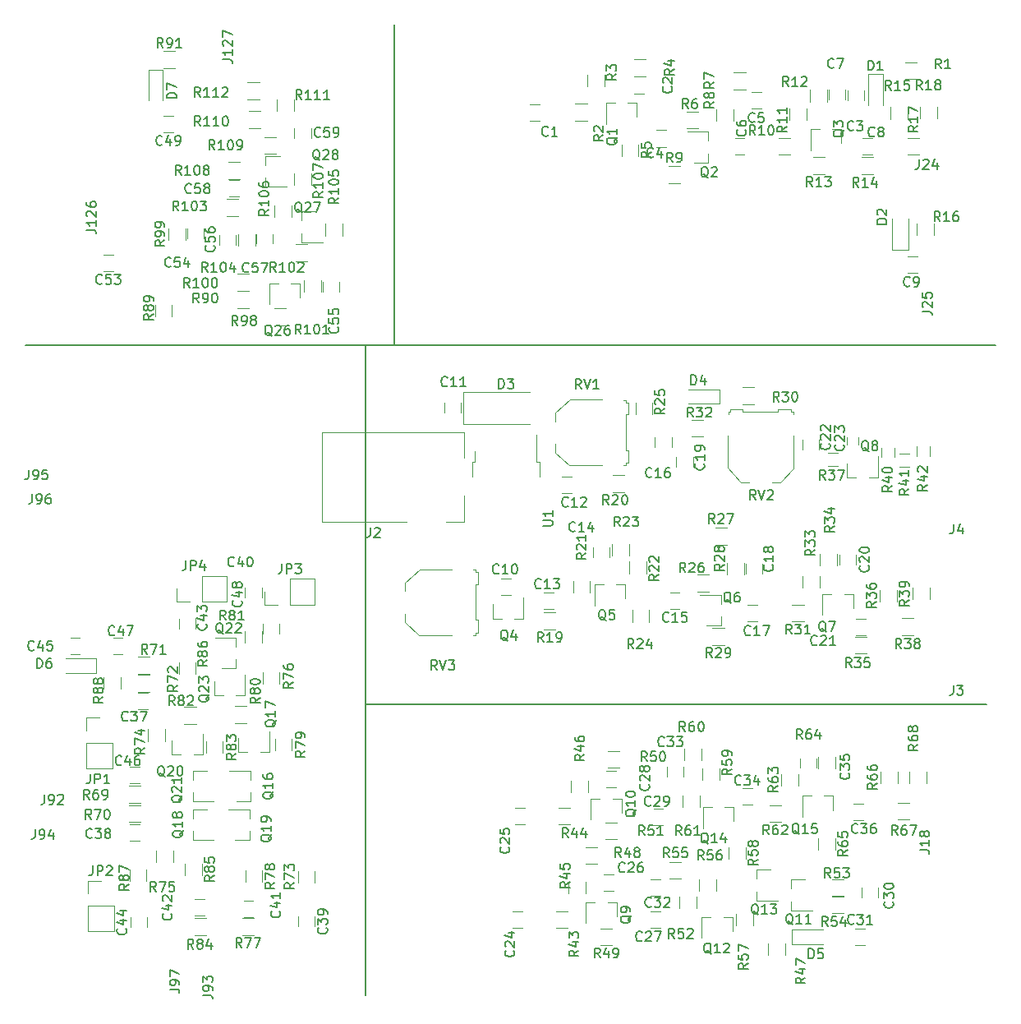
<source format=gbr>
G04 #@! TF.FileFunction,Legend,Top*
%FSLAX46Y46*%
G04 Gerber Fmt 4.6, Leading zero omitted, Abs format (unit mm)*
G04 Created by KiCad (PCBNEW 4.0.7) date 05/20/20 23:40:47*
%MOMM*%
%LPD*%
G01*
G04 APERTURE LIST*
%ADD10C,0.100000*%
%ADD11C,0.200000*%
%ADD12C,0.120000*%
%ADD13C,0.150000*%
G04 APERTURE END LIST*
D10*
D11*
X95000000Y-65000000D02*
X95000000Y-32000000D01*
X92000000Y-65000000D02*
X92000000Y-132000000D01*
X156000000Y-102000000D02*
X92000000Y-102000000D01*
X57000000Y-65000000D02*
X157000000Y-65000000D01*
D12*
X77700000Y-49945000D02*
X78900000Y-49945000D01*
X78900000Y-51705000D02*
X77700000Y-51705000D01*
X80160000Y-111980000D02*
X80160000Y-111050000D01*
X80160000Y-108820000D02*
X80160000Y-109750000D01*
X80160000Y-108820000D02*
X78000000Y-108820000D01*
X80160000Y-111980000D02*
X78700000Y-111980000D01*
X80060000Y-115980000D02*
X80060000Y-115050000D01*
X80060000Y-112820000D02*
X80060000Y-113750000D01*
X80060000Y-112820000D02*
X77900000Y-112820000D01*
X80060000Y-115980000D02*
X78600000Y-115980000D01*
X118680000Y-80140000D02*
X117480000Y-80140000D01*
X117480000Y-78380000D02*
X118680000Y-78380000D01*
X108950000Y-41900000D02*
X109950000Y-41900000D01*
X109950000Y-40200000D02*
X108950000Y-40200000D01*
X119700000Y-39050000D02*
X120700000Y-39050000D01*
X120700000Y-37350000D02*
X119700000Y-37350000D01*
X141725000Y-38725000D02*
X141725000Y-39725000D01*
X143425000Y-39725000D02*
X143425000Y-38725000D01*
X122000000Y-44550000D02*
X123000000Y-44550000D01*
X123000000Y-42850000D02*
X122000000Y-42850000D01*
X132800000Y-38950000D02*
X131800000Y-38950000D01*
X131800000Y-40650000D02*
X132800000Y-40650000D01*
X130100000Y-45350000D02*
X131100000Y-45350000D01*
X131100000Y-43650000D02*
X130100000Y-43650000D01*
X141450000Y-39675000D02*
X141450000Y-38675000D01*
X139750000Y-38675000D02*
X139750000Y-39675000D01*
X143250000Y-45350000D02*
X144250000Y-45350000D01*
X144250000Y-43650000D02*
X143250000Y-43650000D01*
X148920000Y-55880000D02*
X147920000Y-55880000D01*
X147920000Y-57580000D02*
X148920000Y-57580000D01*
X143830000Y-40250000D02*
X143830000Y-37050000D01*
X145330000Y-37050000D02*
X145330000Y-40250000D01*
X145330000Y-37050000D02*
X143830000Y-37050000D01*
X146280000Y-55140000D02*
X147980000Y-55140000D01*
X147980000Y-55140000D02*
X147980000Y-51990000D01*
X146280000Y-55140000D02*
X146280000Y-51990000D01*
X119980000Y-40040000D02*
X119050000Y-40040000D01*
X116820000Y-40040000D02*
X117750000Y-40040000D01*
X116820000Y-40040000D02*
X116820000Y-42200000D01*
X119980000Y-40040000D02*
X119980000Y-41500000D01*
X127360000Y-46180000D02*
X127360000Y-45250000D01*
X127360000Y-43020000D02*
X127360000Y-43950000D01*
X127360000Y-43020000D02*
X125200000Y-43020000D01*
X127360000Y-46180000D02*
X125900000Y-46180000D01*
X141080000Y-42740000D02*
X140150000Y-42740000D01*
X137920000Y-42740000D02*
X138850000Y-42740000D01*
X137920000Y-42740000D02*
X137920000Y-44900000D01*
X141080000Y-42740000D02*
X141080000Y-44200000D01*
X148840000Y-37600000D02*
X147640000Y-37600000D01*
X147640000Y-35840000D02*
X148840000Y-35840000D01*
X113650000Y-40120000D02*
X114850000Y-40120000D01*
X114850000Y-41880000D02*
X113650000Y-41880000D01*
X116630000Y-37100000D02*
X116630000Y-38300000D01*
X114870000Y-38300000D02*
X114870000Y-37100000D01*
X120900000Y-37280000D02*
X119700000Y-37280000D01*
X119700000Y-35520000D02*
X120900000Y-35520000D01*
X118420000Y-45500000D02*
X118420000Y-44300000D01*
X120180000Y-44300000D02*
X120180000Y-45500000D01*
X125100000Y-40920000D02*
X126300000Y-40920000D01*
X126300000Y-42680000D02*
X125100000Y-42680000D01*
X131200000Y-38680000D02*
X130000000Y-38680000D01*
X130000000Y-36920000D02*
X131200000Y-36920000D01*
X128220000Y-41900000D02*
X128220000Y-40700000D01*
X129980000Y-40700000D02*
X129980000Y-41900000D01*
X124450000Y-48280000D02*
X123250000Y-48280000D01*
X123250000Y-46520000D02*
X124450000Y-46520000D01*
X134600000Y-43620000D02*
X135800000Y-43620000D01*
X135800000Y-45380000D02*
X134600000Y-45380000D01*
X137480000Y-40600000D02*
X137480000Y-41800000D01*
X135720000Y-41800000D02*
X135720000Y-40600000D01*
X139605000Y-38700000D02*
X139605000Y-39900000D01*
X137845000Y-39900000D02*
X137845000Y-38700000D01*
X138150000Y-45620000D02*
X139350000Y-45620000D01*
X139350000Y-47380000D02*
X138150000Y-47380000D01*
X143150000Y-45620000D02*
X144350000Y-45620000D01*
X144350000Y-47380000D02*
X143150000Y-47380000D01*
X147880000Y-40475000D02*
X147880000Y-41675000D01*
X146120000Y-41675000D02*
X146120000Y-40475000D01*
X148820000Y-53670000D02*
X148820000Y-52470000D01*
X150580000Y-52470000D02*
X150580000Y-53670000D01*
X149100000Y-45380000D02*
X147900000Y-45380000D01*
X147900000Y-43620000D02*
X149100000Y-43620000D01*
X150930000Y-40425000D02*
X150930000Y-41625000D01*
X149170000Y-41625000D02*
X149170000Y-40425000D01*
X107000000Y-89050000D02*
X106000000Y-89050000D01*
X106000000Y-90750000D02*
X107000000Y-90750000D01*
X101850000Y-71900000D02*
X101850000Y-70900000D01*
X100150000Y-70900000D02*
X100150000Y-71900000D01*
X113284000Y-78572000D02*
X112284000Y-78572000D01*
X112284000Y-80272000D02*
X113284000Y-80272000D01*
X110440000Y-92170000D02*
X111440000Y-92170000D01*
X111440000Y-90470000D02*
X110440000Y-90470000D01*
X117150000Y-86800000D02*
X117150000Y-85800000D01*
X115450000Y-85800000D02*
X115450000Y-86800000D01*
X123400000Y-92150000D02*
X124400000Y-92150000D01*
X124400000Y-90450000D02*
X123400000Y-90450000D01*
X121870000Y-74460000D02*
X121870000Y-75460000D01*
X123570000Y-75460000D02*
X123570000Y-74460000D01*
X131400000Y-93450000D02*
X132400000Y-93450000D01*
X132400000Y-91750000D02*
X131400000Y-91750000D01*
X131250000Y-87500000D02*
X131250000Y-88500000D01*
X132950000Y-88500000D02*
X132950000Y-87500000D01*
X124070000Y-76490000D02*
X124070000Y-77490000D01*
X125770000Y-77490000D02*
X125770000Y-76490000D01*
X142590000Y-87574000D02*
X142590000Y-86574000D01*
X140890000Y-86574000D02*
X140890000Y-87574000D01*
X142600000Y-94850000D02*
X143600000Y-94850000D01*
X143600000Y-93150000D02*
X142600000Y-93150000D01*
X138800000Y-75750000D02*
X138800000Y-74750000D01*
X137100000Y-74750000D02*
X137100000Y-75750000D01*
X141648000Y-75200000D02*
X141648000Y-74500000D01*
X142848000Y-74500000D02*
X142848000Y-75200000D01*
X102100000Y-69850000D02*
X102100000Y-73150000D01*
X102100000Y-73150000D02*
X109000000Y-73150000D01*
X102100000Y-69850000D02*
X109000000Y-69850000D01*
X125280000Y-69540000D02*
X128480000Y-69540000D01*
X128480000Y-71040000D02*
X125280000Y-71040000D01*
X128480000Y-71040000D02*
X128480000Y-69540000D01*
X96300000Y-83200000D02*
X87500000Y-83200000D01*
X87500000Y-83200000D02*
X87500000Y-74000000D01*
X102200000Y-80500000D02*
X102200000Y-83200000D01*
X102200000Y-83200000D02*
X100300000Y-83200000D01*
X87500000Y-74000000D02*
X102200000Y-74000000D01*
X102200000Y-74000000D02*
X102200000Y-76600000D01*
X105120000Y-93160000D02*
X106050000Y-93160000D01*
X108280000Y-93160000D02*
X107350000Y-93160000D01*
X108280000Y-93160000D02*
X108280000Y-91000000D01*
X105120000Y-93160000D02*
X105120000Y-91700000D01*
X118780000Y-89640000D02*
X117850000Y-89640000D01*
X115620000Y-89640000D02*
X116550000Y-89640000D01*
X115620000Y-89640000D02*
X115620000Y-91800000D01*
X118780000Y-89640000D02*
X118780000Y-91100000D01*
X128660000Y-93880000D02*
X128660000Y-92950000D01*
X128660000Y-90720000D02*
X128660000Y-91650000D01*
X128660000Y-90720000D02*
X126500000Y-90720000D01*
X128660000Y-93880000D02*
X127200000Y-93880000D01*
X142280000Y-90640000D02*
X141350000Y-90640000D01*
X139120000Y-90640000D02*
X140050000Y-90640000D01*
X139120000Y-90640000D02*
X139120000Y-92800000D01*
X142280000Y-90640000D02*
X142280000Y-92100000D01*
X141670000Y-78610000D02*
X142600000Y-78610000D01*
X144830000Y-78610000D02*
X143900000Y-78610000D01*
X144830000Y-78610000D02*
X144830000Y-76450000D01*
X141670000Y-78610000D02*
X141670000Y-77150000D01*
X110406000Y-92544000D02*
X111606000Y-92544000D01*
X111606000Y-94304000D02*
X110406000Y-94304000D01*
X115180000Y-89300000D02*
X115180000Y-90500000D01*
X113420000Y-90500000D02*
X113420000Y-89300000D01*
X119220000Y-88500000D02*
X119220000Y-87300000D01*
X120980000Y-87300000D02*
X120980000Y-88500000D01*
X119180000Y-85500000D02*
X119180000Y-86700000D01*
X117420000Y-86700000D02*
X117420000Y-85500000D01*
X119520000Y-93500000D02*
X119520000Y-92300000D01*
X121280000Y-92300000D02*
X121280000Y-93500000D01*
X119850000Y-72130000D02*
X119850000Y-70930000D01*
X121610000Y-70930000D02*
X121610000Y-72130000D01*
X126200000Y-88620000D02*
X127400000Y-88620000D01*
X127400000Y-90380000D02*
X126200000Y-90380000D01*
X128100000Y-83820000D02*
X129300000Y-83820000D01*
X129300000Y-85580000D02*
X128100000Y-85580000D01*
X129320000Y-88600000D02*
X129320000Y-87400000D01*
X131080000Y-87400000D02*
X131080000Y-88600000D01*
X127800000Y-94120000D02*
X129000000Y-94120000D01*
X129000000Y-95880000D02*
X127800000Y-95880000D01*
X132060000Y-71110000D02*
X130860000Y-71110000D01*
X130860000Y-69350000D02*
X132060000Y-69350000D01*
X136000000Y-91720000D02*
X137200000Y-91720000D01*
X137200000Y-93480000D02*
X136000000Y-93480000D01*
X126820000Y-74420000D02*
X125620000Y-74420000D01*
X125620000Y-72660000D02*
X126820000Y-72660000D01*
X138810000Y-88760000D02*
X138810000Y-89960000D01*
X137050000Y-89960000D02*
X137050000Y-88760000D01*
X140588000Y-86474000D02*
X140588000Y-87674000D01*
X138828000Y-87674000D02*
X138828000Y-86474000D01*
X143700000Y-96780000D02*
X142500000Y-96780000D01*
X142500000Y-95020000D02*
X143700000Y-95020000D01*
X146780000Y-90200000D02*
X146780000Y-91400000D01*
X145020000Y-91400000D02*
X145020000Y-90200000D01*
X140675000Y-77480000D02*
X139675000Y-77480000D01*
X139675000Y-76120000D02*
X140675000Y-76120000D01*
X148500000Y-94880000D02*
X147300000Y-94880000D01*
X147300000Y-93120000D02*
X148500000Y-93120000D01*
X150180000Y-90000000D02*
X150180000Y-91200000D01*
X148420000Y-91200000D02*
X148420000Y-90000000D01*
X146540000Y-75550000D02*
X146540000Y-76550000D01*
X145180000Y-76550000D02*
X145180000Y-75550000D01*
X147082000Y-76202000D02*
X148082000Y-76202000D01*
X148082000Y-77562000D02*
X147082000Y-77562000D01*
X150160000Y-75450000D02*
X150160000Y-76450000D01*
X148800000Y-76450000D02*
X148800000Y-75450000D01*
X118650000Y-70650000D02*
X118900000Y-70650000D01*
X118900000Y-70650000D02*
X118900000Y-70900000D01*
X118900000Y-70900000D02*
X119150000Y-70900000D01*
X119150000Y-70900000D02*
X119150000Y-72150000D01*
X119150000Y-72150000D02*
X118900000Y-72150000D01*
X118900000Y-72150000D02*
X118900000Y-75800000D01*
X118900000Y-75800000D02*
X119150000Y-75800000D01*
X119150000Y-75800000D02*
X119150000Y-77100000D01*
X119150000Y-77100000D02*
X118900000Y-77100000D01*
X118900000Y-77100000D02*
X118900000Y-77400000D01*
X118900000Y-77400000D02*
X118650000Y-77400000D01*
X111600000Y-72850000D02*
X111600000Y-71950000D01*
X111600000Y-71950000D02*
X113100000Y-70600000D01*
X113100000Y-70600000D02*
X116400000Y-70600000D01*
X116400000Y-77400000D02*
X113050000Y-77400000D01*
X113050000Y-77400000D02*
X111600000Y-76050000D01*
X111600000Y-76050000D02*
X111600000Y-75150000D01*
X129410000Y-72080000D02*
X129410000Y-71830000D01*
X129410000Y-71830000D02*
X129660000Y-71830000D01*
X129660000Y-71830000D02*
X129660000Y-71580000D01*
X129660000Y-71580000D02*
X130910000Y-71580000D01*
X130910000Y-71580000D02*
X130910000Y-71830000D01*
X130910000Y-71830000D02*
X134560000Y-71830000D01*
X134560000Y-71830000D02*
X134560000Y-71580000D01*
X134560000Y-71580000D02*
X135860000Y-71580000D01*
X135860000Y-71580000D02*
X135860000Y-71830000D01*
X135860000Y-71830000D02*
X136160000Y-71830000D01*
X136160000Y-71830000D02*
X136160000Y-72080000D01*
X131610000Y-79130000D02*
X130710000Y-79130000D01*
X130710000Y-79130000D02*
X129360000Y-77630000D01*
X129360000Y-77630000D02*
X129360000Y-74330000D01*
X136160000Y-74330000D02*
X136160000Y-77680000D01*
X136160000Y-77680000D02*
X134810000Y-79130000D01*
X134810000Y-79130000D02*
X133910000Y-79130000D01*
X109950000Y-78530000D02*
X109950000Y-77030000D01*
X109950000Y-77030000D02*
X109680000Y-77030000D01*
X109680000Y-77030000D02*
X109680000Y-74200000D01*
X103050000Y-78530000D02*
X103050000Y-77030000D01*
X103050000Y-77030000D02*
X103320000Y-77030000D01*
X103320000Y-77030000D02*
X103320000Y-75930000D01*
X107204000Y-125024000D02*
X108204000Y-125024000D01*
X108204000Y-123324000D02*
X107204000Y-123324000D01*
X107458000Y-114356000D02*
X108458000Y-114356000D01*
X108458000Y-112656000D02*
X107458000Y-112656000D01*
X116602000Y-121214000D02*
X117602000Y-121214000D01*
X117602000Y-119514000D02*
X116602000Y-119514000D01*
X121428000Y-125024000D02*
X122428000Y-125024000D01*
X122428000Y-123324000D02*
X121428000Y-123324000D01*
X116856000Y-110546000D02*
X117856000Y-110546000D01*
X117856000Y-108846000D02*
X116856000Y-108846000D01*
X121710000Y-114410000D02*
X122710000Y-114410000D01*
X122710000Y-112710000D02*
X121710000Y-112710000D01*
X143176000Y-120880000D02*
X143176000Y-121880000D01*
X144876000Y-121880000D02*
X144876000Y-120880000D01*
X143510000Y-125102000D02*
X142510000Y-125102000D01*
X142510000Y-126802000D02*
X143510000Y-126802000D01*
X122428000Y-120022000D02*
X121428000Y-120022000D01*
X121428000Y-121722000D02*
X122428000Y-121722000D01*
X124810000Y-109434000D02*
X124810000Y-108434000D01*
X123110000Y-108434000D02*
X123110000Y-109434000D01*
X130900000Y-112290000D02*
X131900000Y-112290000D01*
X131900000Y-110590000D02*
X130900000Y-110590000D01*
X138510000Y-108550000D02*
X138510000Y-107550000D01*
X136810000Y-107550000D02*
X136810000Y-108550000D01*
X142300000Y-113900000D02*
X143300000Y-113900000D01*
X143300000Y-112200000D02*
X142300000Y-112200000D01*
X139184000Y-126702000D02*
X135984000Y-126702000D01*
X135984000Y-125202000D02*
X139184000Y-125202000D01*
X135984000Y-125202000D02*
X135984000Y-126702000D01*
X117920000Y-122398000D02*
X116990000Y-122398000D01*
X114760000Y-122398000D02*
X115690000Y-122398000D01*
X114760000Y-122398000D02*
X114760000Y-124558000D01*
X117920000Y-122398000D02*
X117920000Y-123858000D01*
X118428000Y-111730000D02*
X117498000Y-111730000D01*
X115268000Y-111730000D02*
X116198000Y-111730000D01*
X115268000Y-111730000D02*
X115268000Y-113890000D01*
X118428000Y-111730000D02*
X118428000Y-113190000D01*
X135900000Y-120054000D02*
X135900000Y-120984000D01*
X135900000Y-123214000D02*
X135900000Y-122284000D01*
X135900000Y-123214000D02*
X138060000Y-123214000D01*
X135900000Y-120054000D02*
X137360000Y-120054000D01*
X129858000Y-123922000D02*
X128928000Y-123922000D01*
X126698000Y-123922000D02*
X127628000Y-123922000D01*
X126698000Y-123922000D02*
X126698000Y-126082000D01*
X129858000Y-123922000D02*
X129858000Y-125382000D01*
X132344000Y-119038000D02*
X132344000Y-119968000D01*
X132344000Y-122198000D02*
X132344000Y-121268000D01*
X132344000Y-122198000D02*
X134504000Y-122198000D01*
X132344000Y-119038000D02*
X133804000Y-119038000D01*
X130000000Y-112580000D02*
X129070000Y-112580000D01*
X126840000Y-112580000D02*
X127770000Y-112580000D01*
X126840000Y-112580000D02*
X126840000Y-114740000D01*
X130000000Y-112580000D02*
X130000000Y-114040000D01*
X140210000Y-111420000D02*
X139280000Y-111420000D01*
X137050000Y-111420000D02*
X137980000Y-111420000D01*
X137050000Y-111420000D02*
X137050000Y-113580000D01*
X140210000Y-111420000D02*
X140210000Y-112880000D01*
X111676000Y-123294000D02*
X112876000Y-123294000D01*
X112876000Y-125054000D02*
X111676000Y-125054000D01*
X111930000Y-112626000D02*
X113130000Y-112626000D01*
X113130000Y-114386000D02*
X111930000Y-114386000D01*
X114680000Y-120272000D02*
X114680000Y-121472000D01*
X112920000Y-121472000D02*
X112920000Y-120272000D01*
X114934000Y-109858000D02*
X114934000Y-111058000D01*
X113174000Y-111058000D02*
X113174000Y-109858000D01*
X133494000Y-127822000D02*
X133494000Y-126622000D01*
X135254000Y-126622000D02*
X135254000Y-127822000D01*
X115924000Y-118450000D02*
X114724000Y-118450000D01*
X114724000Y-116690000D02*
X115924000Y-116690000D01*
X116248000Y-125072000D02*
X117448000Y-125072000D01*
X117448000Y-126832000D02*
X116248000Y-126832000D01*
X117010000Y-106784000D02*
X118210000Y-106784000D01*
X118210000Y-108544000D02*
X117010000Y-108544000D01*
X116756000Y-114150000D02*
X117956000Y-114150000D01*
X117956000Y-115910000D02*
X116756000Y-115910000D01*
X126110000Y-121796000D02*
X126110000Y-122996000D01*
X124350000Y-122996000D02*
X124350000Y-121796000D01*
X140124000Y-119992000D02*
X141324000Y-119992000D01*
X141324000Y-121752000D02*
X140124000Y-121752000D01*
X140124000Y-121770000D02*
X141324000Y-121770000D01*
X141324000Y-123530000D02*
X140124000Y-123530000D01*
X123360000Y-118214000D02*
X124560000Y-118214000D01*
X124560000Y-119974000D02*
X123360000Y-119974000D01*
X128142000Y-120018000D02*
X128142000Y-121218000D01*
X126382000Y-121218000D02*
X126382000Y-120018000D01*
X130192000Y-124774000D02*
X130192000Y-123574000D01*
X131952000Y-123574000D02*
X131952000Y-124774000D01*
X129430000Y-117916000D02*
X129430000Y-116716000D01*
X131190000Y-116716000D02*
X131190000Y-117916000D01*
X128540000Y-108580000D02*
X128540000Y-109780000D01*
X126780000Y-109780000D02*
X126780000Y-108580000D01*
X126618000Y-106556000D02*
X126618000Y-107756000D01*
X124858000Y-107756000D02*
X124858000Y-106556000D01*
X126470000Y-111400000D02*
X126470000Y-112600000D01*
X124710000Y-112600000D02*
X124710000Y-111400000D01*
X133660000Y-112370000D02*
X134860000Y-112370000D01*
X134860000Y-114130000D02*
X133660000Y-114130000D01*
X136670000Y-109160000D02*
X136670000Y-110360000D01*
X134910000Y-110360000D02*
X134910000Y-109160000D01*
X140480000Y-107420000D02*
X140480000Y-108620000D01*
X138720000Y-108620000D02*
X138720000Y-107420000D01*
X138690000Y-116960000D02*
X138690000Y-115760000D01*
X140450000Y-115760000D02*
X140450000Y-116960000D01*
X146880000Y-108900000D02*
X146880000Y-110100000D01*
X145120000Y-110100000D02*
X145120000Y-108900000D01*
X148100000Y-113880000D02*
X146900000Y-113880000D01*
X146900000Y-112120000D02*
X148100000Y-112120000D01*
X149880000Y-108900000D02*
X149880000Y-110100000D01*
X148120000Y-110100000D02*
X148120000Y-108900000D01*
X68575000Y-102525000D02*
X69575000Y-102525000D01*
X69575000Y-100825000D02*
X68575000Y-100825000D01*
X67750000Y-116075000D02*
X68750000Y-116075000D01*
X68750000Y-114375000D02*
X67750000Y-114375000D01*
X86750000Y-124875000D02*
X86750000Y-123875000D01*
X85050000Y-123875000D02*
X85050000Y-124875000D01*
X81446000Y-93734000D02*
X81446000Y-94734000D01*
X83146000Y-94734000D02*
X83146000Y-93734000D01*
X80460000Y-122190000D02*
X79460000Y-122190000D01*
X79460000Y-123890000D02*
X80460000Y-123890000D01*
X74430000Y-123786000D02*
X75430000Y-123786000D01*
X75430000Y-122086000D02*
X74430000Y-122086000D01*
X74510000Y-94226000D02*
X74510000Y-93226000D01*
X72810000Y-93226000D02*
X72810000Y-94226000D01*
X67850000Y-123950000D02*
X67850000Y-124950000D01*
X69550000Y-124950000D02*
X69550000Y-123950000D01*
X61600000Y-96850000D02*
X62600000Y-96850000D01*
X62600000Y-95150000D02*
X61600000Y-95150000D01*
X61100000Y-97250000D02*
X64300000Y-97250000D01*
X64300000Y-98750000D02*
X61100000Y-98750000D01*
X64300000Y-98750000D02*
X64300000Y-97250000D01*
X63270000Y-108570000D02*
X65930000Y-108570000D01*
X63270000Y-105970000D02*
X63270000Y-108570000D01*
X65930000Y-105970000D02*
X65930000Y-108570000D01*
X63270000Y-105970000D02*
X65930000Y-105970000D01*
X63270000Y-104700000D02*
X63270000Y-103370000D01*
X63270000Y-103370000D02*
X64600000Y-103370000D01*
X63420000Y-125370000D02*
X66080000Y-125370000D01*
X63420000Y-122770000D02*
X63420000Y-125370000D01*
X66080000Y-122770000D02*
X66080000Y-125370000D01*
X63420000Y-122770000D02*
X66080000Y-122770000D01*
X63420000Y-121500000D02*
X63420000Y-120170000D01*
X63420000Y-120170000D02*
X64750000Y-120170000D01*
X86800000Y-91740000D02*
X86800000Y-89080000D01*
X84200000Y-91740000D02*
X86800000Y-91740000D01*
X84200000Y-89080000D02*
X86800000Y-89080000D01*
X84200000Y-91740000D02*
X84200000Y-89080000D01*
X82930000Y-91740000D02*
X81600000Y-91740000D01*
X81600000Y-91740000D02*
X81600000Y-90410000D01*
X77745000Y-91430000D02*
X77745000Y-88770000D01*
X75145000Y-91430000D02*
X77745000Y-91430000D01*
X75145000Y-88770000D02*
X77745000Y-88770000D01*
X75145000Y-91430000D02*
X75145000Y-88770000D01*
X73875000Y-91430000D02*
X72545000Y-91430000D01*
X72545000Y-91430000D02*
X72545000Y-90100000D01*
X78938000Y-106932000D02*
X79868000Y-106932000D01*
X82098000Y-106932000D02*
X81168000Y-106932000D01*
X82098000Y-106932000D02*
X82098000Y-104772000D01*
X78938000Y-106932000D02*
X78938000Y-105472000D01*
X74240000Y-112820000D02*
X74240000Y-113750000D01*
X74240000Y-115980000D02*
X74240000Y-115050000D01*
X74240000Y-115980000D02*
X76400000Y-115980000D01*
X74240000Y-112820000D02*
X75700000Y-112820000D01*
X72080000Y-107186000D02*
X73010000Y-107186000D01*
X75240000Y-107186000D02*
X74310000Y-107186000D01*
X75240000Y-107186000D02*
X75240000Y-105026000D01*
X72080000Y-107186000D02*
X72080000Y-105726000D01*
X74240000Y-108820000D02*
X74240000Y-109750000D01*
X74240000Y-111980000D02*
X74240000Y-111050000D01*
X74240000Y-111980000D02*
X76400000Y-111980000D01*
X74240000Y-108820000D02*
X75700000Y-108820000D01*
X68825000Y-112130000D02*
X67625000Y-112130000D01*
X67625000Y-110370000D02*
X68825000Y-110370000D01*
X67640000Y-112380000D02*
X68840000Y-112380000D01*
X68840000Y-114140000D02*
X67640000Y-114140000D01*
X69775000Y-98880000D02*
X68575000Y-98880000D01*
X68575000Y-97120000D02*
X69775000Y-97120000D01*
X68590000Y-98950000D02*
X69790000Y-98950000D01*
X69790000Y-100710000D02*
X68590000Y-100710000D01*
X86805000Y-119150000D02*
X86805000Y-120350000D01*
X85045000Y-120350000D02*
X85045000Y-119150000D01*
X71330000Y-104575000D02*
X71330000Y-105775000D01*
X69570000Y-105775000D02*
X69570000Y-104575000D01*
X72240000Y-117090000D02*
X72240000Y-118290000D01*
X70480000Y-118290000D02*
X70480000Y-117090000D01*
X83176000Y-98714000D02*
X83176000Y-99914000D01*
X81416000Y-99914000D02*
X81416000Y-98714000D01*
X79320000Y-124030000D02*
X80520000Y-124030000D01*
X80520000Y-125790000D02*
X79320000Y-125790000D01*
X79630000Y-120310000D02*
X79630000Y-119110000D01*
X81390000Y-119110000D02*
X81390000Y-120310000D01*
X84446000Y-105572000D02*
X84446000Y-106772000D01*
X82686000Y-106772000D02*
X82686000Y-105572000D01*
X79775000Y-103930000D02*
X78575000Y-103930000D01*
X78575000Y-102170000D02*
X79775000Y-102170000D01*
X81330000Y-94425000D02*
X81330000Y-95625000D01*
X79570000Y-95625000D02*
X79570000Y-94425000D01*
X74550000Y-104030000D02*
X73350000Y-104030000D01*
X73350000Y-102270000D02*
X74550000Y-102270000D01*
X77334000Y-105826000D02*
X77334000Y-107026000D01*
X75574000Y-107026000D02*
X75574000Y-105826000D01*
X75600000Y-125810000D02*
X74400000Y-125810000D01*
X74400000Y-124050000D02*
X75600000Y-124050000D01*
X73410000Y-119590000D02*
X73410000Y-118390000D01*
X75170000Y-118390000D02*
X75170000Y-119590000D01*
X72780000Y-98898000D02*
X72780000Y-97698000D01*
X74540000Y-97698000D02*
X74540000Y-98898000D01*
X67700000Y-120234000D02*
X67700000Y-119034000D01*
X69460000Y-119034000D02*
X69460000Y-120234000D01*
X65020000Y-100400000D02*
X65020000Y-99200000D01*
X66780000Y-99200000D02*
X66780000Y-100400000D01*
X67750000Y-110100000D02*
X68750000Y-110100000D01*
X68750000Y-108400000D02*
X67750000Y-108400000D01*
X67000000Y-95150000D02*
X66000000Y-95150000D01*
X66000000Y-96850000D02*
X67000000Y-96850000D01*
X81325000Y-90975000D02*
X81325000Y-89975000D01*
X79625000Y-89975000D02*
X79625000Y-90975000D01*
X78685000Y-98280000D02*
X78685000Y-97350000D01*
X78685000Y-95120000D02*
X78685000Y-96050000D01*
X78685000Y-95120000D02*
X76525000Y-95120000D01*
X78685000Y-98280000D02*
X77225000Y-98280000D01*
X76445000Y-101085000D02*
X77375000Y-101085000D01*
X79605000Y-101085000D02*
X78675000Y-101085000D01*
X79605000Y-101085000D02*
X79605000Y-98925000D01*
X76445000Y-101085000D02*
X76445000Y-99625000D01*
X65000000Y-57350000D02*
X66000000Y-57350000D01*
X66000000Y-55650000D02*
X65000000Y-55650000D01*
X73675000Y-53000000D02*
X73675000Y-54000000D01*
X75375000Y-54000000D02*
X75375000Y-53000000D01*
X89350000Y-59500000D02*
X89350000Y-58500000D01*
X87650000Y-58500000D02*
X87650000Y-59500000D01*
X78650000Y-54675000D02*
X78650000Y-53675000D01*
X76950000Y-53675000D02*
X76950000Y-54675000D01*
X82500000Y-54525000D02*
X82500000Y-53525000D01*
X80800000Y-53525000D02*
X80800000Y-54525000D01*
X78975000Y-47975000D02*
X77975000Y-47975000D01*
X77975000Y-49675000D02*
X78975000Y-49675000D01*
X86400000Y-43675000D02*
X86400000Y-42675000D01*
X84700000Y-42675000D02*
X84700000Y-43675000D01*
X85280000Y-58640000D02*
X84350000Y-58640000D01*
X82120000Y-58640000D02*
X83050000Y-58640000D01*
X82120000Y-58640000D02*
X82120000Y-60800000D01*
X85280000Y-58640000D02*
X85280000Y-60100000D01*
X85440000Y-51220000D02*
X85440000Y-52150000D01*
X85440000Y-54380000D02*
X85440000Y-53450000D01*
X85440000Y-54380000D02*
X87600000Y-54380000D01*
X85440000Y-51220000D02*
X86900000Y-51220000D01*
X81740000Y-45520000D02*
X81740000Y-46450000D01*
X81740000Y-48680000D02*
X81740000Y-47750000D01*
X81740000Y-48680000D02*
X83900000Y-48680000D01*
X81740000Y-45520000D02*
X83200000Y-45520000D01*
X70320000Y-62075000D02*
X70320000Y-60875000D01*
X72080000Y-60875000D02*
X72080000Y-62075000D01*
X82600000Y-61220000D02*
X83800000Y-61220000D01*
X83800000Y-62980000D02*
X82600000Y-62980000D01*
X73455000Y-52950000D02*
X73455000Y-54150000D01*
X71695000Y-54150000D02*
X71695000Y-52950000D01*
X80000000Y-59380000D02*
X78800000Y-59380000D01*
X78800000Y-57620000D02*
X80000000Y-57620000D01*
X85720000Y-59500000D02*
X85720000Y-58300000D01*
X87480000Y-58300000D02*
X87480000Y-59500000D01*
X86000000Y-56380000D02*
X84800000Y-56380000D01*
X84800000Y-54620000D02*
X86000000Y-54620000D01*
X78895000Y-54775000D02*
X78895000Y-53575000D01*
X80655000Y-53575000D02*
X80655000Y-54775000D01*
X89680000Y-52500000D02*
X89680000Y-53700000D01*
X87920000Y-53700000D02*
X87920000Y-52500000D01*
X82670000Y-51825000D02*
X82670000Y-50625000D01*
X84430000Y-50625000D02*
X84430000Y-51825000D01*
X86405000Y-47325000D02*
X86405000Y-48525000D01*
X84645000Y-48525000D02*
X84645000Y-47325000D01*
X77850000Y-46120000D02*
X79050000Y-46120000D01*
X79050000Y-47880000D02*
X77850000Y-47880000D01*
X81575000Y-43545000D02*
X82775000Y-43545000D01*
X82775000Y-45305000D02*
X81575000Y-45305000D01*
X80025000Y-40895000D02*
X81225000Y-40895000D01*
X81225000Y-42655000D02*
X80025000Y-42655000D01*
X84655000Y-39675000D02*
X84655000Y-40875000D01*
X82895000Y-40875000D02*
X82895000Y-39675000D01*
X79875000Y-37945000D02*
X81075000Y-37945000D01*
X81075000Y-39705000D02*
X79875000Y-39705000D01*
X80000000Y-61180000D02*
X78800000Y-61180000D01*
X78800000Y-59420000D02*
X80000000Y-59420000D01*
X71200000Y-43050000D02*
X72200000Y-43050000D01*
X72200000Y-41350000D02*
X71200000Y-41350000D01*
X69650000Y-39800000D02*
X69650000Y-36600000D01*
X71150000Y-36600000D02*
X71150000Y-39800000D01*
X71150000Y-36600000D02*
X69650000Y-36600000D01*
X72400000Y-36480000D02*
X71200000Y-36480000D01*
X71200000Y-34720000D02*
X72400000Y-34720000D01*
X103150000Y-88150000D02*
X103400000Y-88150000D01*
X103400000Y-88150000D02*
X103400000Y-88400000D01*
X103400000Y-88400000D02*
X103650000Y-88400000D01*
X103650000Y-88400000D02*
X103650000Y-89650000D01*
X103650000Y-89650000D02*
X103400000Y-89650000D01*
X103400000Y-89650000D02*
X103400000Y-93300000D01*
X103400000Y-93300000D02*
X103650000Y-93300000D01*
X103650000Y-93300000D02*
X103650000Y-94600000D01*
X103650000Y-94600000D02*
X103400000Y-94600000D01*
X103400000Y-94600000D02*
X103400000Y-94900000D01*
X103400000Y-94900000D02*
X103150000Y-94900000D01*
X96100000Y-90350000D02*
X96100000Y-89450000D01*
X96100000Y-89450000D02*
X97600000Y-88100000D01*
X97600000Y-88100000D02*
X100900000Y-88100000D01*
X100900000Y-94900000D02*
X97550000Y-94900000D01*
X97550000Y-94900000D02*
X96100000Y-93550000D01*
X96100000Y-93550000D02*
X96100000Y-92650000D01*
D13*
X72755953Y-51152381D02*
X72422619Y-50676190D01*
X72184524Y-51152381D02*
X72184524Y-50152381D01*
X72565477Y-50152381D01*
X72660715Y-50200000D01*
X72708334Y-50247619D01*
X72755953Y-50342857D01*
X72755953Y-50485714D01*
X72708334Y-50580952D01*
X72660715Y-50628571D01*
X72565477Y-50676190D01*
X72184524Y-50676190D01*
X73708334Y-51152381D02*
X73136905Y-51152381D01*
X73422619Y-51152381D02*
X73422619Y-50152381D01*
X73327381Y-50295238D01*
X73232143Y-50390476D01*
X73136905Y-50438095D01*
X74327381Y-50152381D02*
X74422620Y-50152381D01*
X74517858Y-50200000D01*
X74565477Y-50247619D01*
X74613096Y-50342857D01*
X74660715Y-50533333D01*
X74660715Y-50771429D01*
X74613096Y-50961905D01*
X74565477Y-51057143D01*
X74517858Y-51104762D01*
X74422620Y-51152381D01*
X74327381Y-51152381D01*
X74232143Y-51104762D01*
X74184524Y-51057143D01*
X74136905Y-50961905D01*
X74089286Y-50771429D01*
X74089286Y-50533333D01*
X74136905Y-50342857D01*
X74184524Y-50247619D01*
X74232143Y-50200000D01*
X74327381Y-50152381D01*
X74994048Y-50152381D02*
X75613096Y-50152381D01*
X75279762Y-50533333D01*
X75422620Y-50533333D01*
X75517858Y-50580952D01*
X75565477Y-50628571D01*
X75613096Y-50723810D01*
X75613096Y-50961905D01*
X75565477Y-51057143D01*
X75517858Y-51104762D01*
X75422620Y-51152381D01*
X75136905Y-51152381D01*
X75041667Y-51104762D01*
X74994048Y-51057143D01*
X82547619Y-110996428D02*
X82500000Y-111091666D01*
X82404762Y-111186904D01*
X82261905Y-111329761D01*
X82214286Y-111425000D01*
X82214286Y-111520238D01*
X82452381Y-111472619D02*
X82404762Y-111567857D01*
X82309524Y-111663095D01*
X82119048Y-111710714D01*
X81785714Y-111710714D01*
X81595238Y-111663095D01*
X81500000Y-111567857D01*
X81452381Y-111472619D01*
X81452381Y-111282142D01*
X81500000Y-111186904D01*
X81595238Y-111091666D01*
X81785714Y-111044047D01*
X82119048Y-111044047D01*
X82309524Y-111091666D01*
X82404762Y-111186904D01*
X82452381Y-111282142D01*
X82452381Y-111472619D01*
X82452381Y-110091666D02*
X82452381Y-110663095D01*
X82452381Y-110377381D02*
X81452381Y-110377381D01*
X81595238Y-110472619D01*
X81690476Y-110567857D01*
X81738095Y-110663095D01*
X81452381Y-109234523D02*
X81452381Y-109425000D01*
X81500000Y-109520238D01*
X81547619Y-109567857D01*
X81690476Y-109663095D01*
X81880952Y-109710714D01*
X82261905Y-109710714D01*
X82357143Y-109663095D01*
X82404762Y-109615476D01*
X82452381Y-109520238D01*
X82452381Y-109329761D01*
X82404762Y-109234523D01*
X82357143Y-109186904D01*
X82261905Y-109139285D01*
X82023810Y-109139285D01*
X81928571Y-109186904D01*
X81880952Y-109234523D01*
X81833333Y-109329761D01*
X81833333Y-109520238D01*
X81880952Y-109615476D01*
X81928571Y-109663095D01*
X82023810Y-109710714D01*
X82347619Y-115396428D02*
X82300000Y-115491666D01*
X82204762Y-115586904D01*
X82061905Y-115729761D01*
X82014286Y-115825000D01*
X82014286Y-115920238D01*
X82252381Y-115872619D02*
X82204762Y-115967857D01*
X82109524Y-116063095D01*
X81919048Y-116110714D01*
X81585714Y-116110714D01*
X81395238Y-116063095D01*
X81300000Y-115967857D01*
X81252381Y-115872619D01*
X81252381Y-115682142D01*
X81300000Y-115586904D01*
X81395238Y-115491666D01*
X81585714Y-115444047D01*
X81919048Y-115444047D01*
X82109524Y-115491666D01*
X82204762Y-115586904D01*
X82252381Y-115682142D01*
X82252381Y-115872619D01*
X82252381Y-114491666D02*
X82252381Y-115063095D01*
X82252381Y-114777381D02*
X81252381Y-114777381D01*
X81395238Y-114872619D01*
X81490476Y-114967857D01*
X81538095Y-115063095D01*
X82252381Y-114015476D02*
X82252381Y-113825000D01*
X82204762Y-113729761D01*
X82157143Y-113682142D01*
X82014286Y-113586904D01*
X81823810Y-113539285D01*
X81442857Y-113539285D01*
X81347619Y-113586904D01*
X81300000Y-113634523D01*
X81252381Y-113729761D01*
X81252381Y-113920238D01*
X81300000Y-114015476D01*
X81347619Y-114063095D01*
X81442857Y-114110714D01*
X81680952Y-114110714D01*
X81776190Y-114063095D01*
X81823810Y-114015476D01*
X81871429Y-113920238D01*
X81871429Y-113729761D01*
X81823810Y-113634523D01*
X81776190Y-113586904D01*
X81680952Y-113539285D01*
X117107143Y-81402381D02*
X116773809Y-80926190D01*
X116535714Y-81402381D02*
X116535714Y-80402381D01*
X116916667Y-80402381D01*
X117011905Y-80450000D01*
X117059524Y-80497619D01*
X117107143Y-80592857D01*
X117107143Y-80735714D01*
X117059524Y-80830952D01*
X117011905Y-80878571D01*
X116916667Y-80926190D01*
X116535714Y-80926190D01*
X117488095Y-80497619D02*
X117535714Y-80450000D01*
X117630952Y-80402381D01*
X117869048Y-80402381D01*
X117964286Y-80450000D01*
X118011905Y-80497619D01*
X118059524Y-80592857D01*
X118059524Y-80688095D01*
X118011905Y-80830952D01*
X117440476Y-81402381D01*
X118059524Y-81402381D01*
X118678571Y-80402381D02*
X118773810Y-80402381D01*
X118869048Y-80450000D01*
X118916667Y-80497619D01*
X118964286Y-80592857D01*
X119011905Y-80783333D01*
X119011905Y-81021429D01*
X118964286Y-81211905D01*
X118916667Y-81307143D01*
X118869048Y-81354762D01*
X118773810Y-81402381D01*
X118678571Y-81402381D01*
X118583333Y-81354762D01*
X118535714Y-81307143D01*
X118488095Y-81211905D01*
X118440476Y-81021429D01*
X118440476Y-80783333D01*
X118488095Y-80592857D01*
X118535714Y-80497619D01*
X118583333Y-80450000D01*
X118678571Y-80402381D01*
X110833334Y-43357143D02*
X110785715Y-43404762D01*
X110642858Y-43452381D01*
X110547620Y-43452381D01*
X110404762Y-43404762D01*
X110309524Y-43309524D01*
X110261905Y-43214286D01*
X110214286Y-43023810D01*
X110214286Y-42880952D01*
X110261905Y-42690476D01*
X110309524Y-42595238D01*
X110404762Y-42500000D01*
X110547620Y-42452381D01*
X110642858Y-42452381D01*
X110785715Y-42500000D01*
X110833334Y-42547619D01*
X111785715Y-43452381D02*
X111214286Y-43452381D01*
X111500000Y-43452381D02*
X111500000Y-42452381D01*
X111404762Y-42595238D01*
X111309524Y-42690476D01*
X111214286Y-42738095D01*
X123557143Y-38366666D02*
X123604762Y-38414285D01*
X123652381Y-38557142D01*
X123652381Y-38652380D01*
X123604762Y-38795238D01*
X123509524Y-38890476D01*
X123414286Y-38938095D01*
X123223810Y-38985714D01*
X123080952Y-38985714D01*
X122890476Y-38938095D01*
X122795238Y-38890476D01*
X122700000Y-38795238D01*
X122652381Y-38652380D01*
X122652381Y-38557142D01*
X122700000Y-38414285D01*
X122747619Y-38366666D01*
X122747619Y-37985714D02*
X122700000Y-37938095D01*
X122652381Y-37842857D01*
X122652381Y-37604761D01*
X122700000Y-37509523D01*
X122747619Y-37461904D01*
X122842857Y-37414285D01*
X122938095Y-37414285D01*
X123080952Y-37461904D01*
X123652381Y-38033333D01*
X123652381Y-37414285D01*
X142308334Y-42807143D02*
X142260715Y-42854762D01*
X142117858Y-42902381D01*
X142022620Y-42902381D01*
X141879762Y-42854762D01*
X141784524Y-42759524D01*
X141736905Y-42664286D01*
X141689286Y-42473810D01*
X141689286Y-42330952D01*
X141736905Y-42140476D01*
X141784524Y-42045238D01*
X141879762Y-41950000D01*
X142022620Y-41902381D01*
X142117858Y-41902381D01*
X142260715Y-41950000D01*
X142308334Y-41997619D01*
X142641667Y-41902381D02*
X143260715Y-41902381D01*
X142927381Y-42283333D01*
X143070239Y-42283333D01*
X143165477Y-42330952D01*
X143213096Y-42378571D01*
X143260715Y-42473810D01*
X143260715Y-42711905D01*
X143213096Y-42807143D01*
X143165477Y-42854762D01*
X143070239Y-42902381D01*
X142784524Y-42902381D01*
X142689286Y-42854762D01*
X142641667Y-42807143D01*
X121683334Y-45557143D02*
X121635715Y-45604762D01*
X121492858Y-45652381D01*
X121397620Y-45652381D01*
X121254762Y-45604762D01*
X121159524Y-45509524D01*
X121111905Y-45414286D01*
X121064286Y-45223810D01*
X121064286Y-45080952D01*
X121111905Y-44890476D01*
X121159524Y-44795238D01*
X121254762Y-44700000D01*
X121397620Y-44652381D01*
X121492858Y-44652381D01*
X121635715Y-44700000D01*
X121683334Y-44747619D01*
X122540477Y-44985714D02*
X122540477Y-45652381D01*
X122302381Y-44604762D02*
X122064286Y-45319048D01*
X122683334Y-45319048D01*
X132133334Y-41957143D02*
X132085715Y-42004762D01*
X131942858Y-42052381D01*
X131847620Y-42052381D01*
X131704762Y-42004762D01*
X131609524Y-41909524D01*
X131561905Y-41814286D01*
X131514286Y-41623810D01*
X131514286Y-41480952D01*
X131561905Y-41290476D01*
X131609524Y-41195238D01*
X131704762Y-41100000D01*
X131847620Y-41052381D01*
X131942858Y-41052381D01*
X132085715Y-41100000D01*
X132133334Y-41147619D01*
X133038096Y-41052381D02*
X132561905Y-41052381D01*
X132514286Y-41528571D01*
X132561905Y-41480952D01*
X132657143Y-41433333D01*
X132895239Y-41433333D01*
X132990477Y-41480952D01*
X133038096Y-41528571D01*
X133085715Y-41623810D01*
X133085715Y-41861905D01*
X133038096Y-41957143D01*
X132990477Y-42004762D01*
X132895239Y-42052381D01*
X132657143Y-42052381D01*
X132561905Y-42004762D01*
X132514286Y-41957143D01*
X131167143Y-42806666D02*
X131214762Y-42854285D01*
X131262381Y-42997142D01*
X131262381Y-43092380D01*
X131214762Y-43235238D01*
X131119524Y-43330476D01*
X131024286Y-43378095D01*
X130833810Y-43425714D01*
X130690952Y-43425714D01*
X130500476Y-43378095D01*
X130405238Y-43330476D01*
X130310000Y-43235238D01*
X130262381Y-43092380D01*
X130262381Y-42997142D01*
X130310000Y-42854285D01*
X130357619Y-42806666D01*
X130262381Y-41949523D02*
X130262381Y-42140000D01*
X130310000Y-42235238D01*
X130357619Y-42282857D01*
X130500476Y-42378095D01*
X130690952Y-42425714D01*
X131071905Y-42425714D01*
X131167143Y-42378095D01*
X131214762Y-42330476D01*
X131262381Y-42235238D01*
X131262381Y-42044761D01*
X131214762Y-41949523D01*
X131167143Y-41901904D01*
X131071905Y-41854285D01*
X130833810Y-41854285D01*
X130738571Y-41901904D01*
X130690952Y-41949523D01*
X130643333Y-42044761D01*
X130643333Y-42235238D01*
X130690952Y-42330476D01*
X130738571Y-42378095D01*
X130833810Y-42425714D01*
X140283334Y-36357143D02*
X140235715Y-36404762D01*
X140092858Y-36452381D01*
X139997620Y-36452381D01*
X139854762Y-36404762D01*
X139759524Y-36309524D01*
X139711905Y-36214286D01*
X139664286Y-36023810D01*
X139664286Y-35880952D01*
X139711905Y-35690476D01*
X139759524Y-35595238D01*
X139854762Y-35500000D01*
X139997620Y-35452381D01*
X140092858Y-35452381D01*
X140235715Y-35500000D01*
X140283334Y-35547619D01*
X140616667Y-35452381D02*
X141283334Y-35452381D01*
X140854762Y-36452381D01*
X144483334Y-43432143D02*
X144435715Y-43479762D01*
X144292858Y-43527381D01*
X144197620Y-43527381D01*
X144054762Y-43479762D01*
X143959524Y-43384524D01*
X143911905Y-43289286D01*
X143864286Y-43098810D01*
X143864286Y-42955952D01*
X143911905Y-42765476D01*
X143959524Y-42670238D01*
X144054762Y-42575000D01*
X144197620Y-42527381D01*
X144292858Y-42527381D01*
X144435715Y-42575000D01*
X144483334Y-42622619D01*
X145054762Y-42955952D02*
X144959524Y-42908333D01*
X144911905Y-42860714D01*
X144864286Y-42765476D01*
X144864286Y-42717857D01*
X144911905Y-42622619D01*
X144959524Y-42575000D01*
X145054762Y-42527381D01*
X145245239Y-42527381D01*
X145340477Y-42575000D01*
X145388096Y-42622619D01*
X145435715Y-42717857D01*
X145435715Y-42765476D01*
X145388096Y-42860714D01*
X145340477Y-42908333D01*
X145245239Y-42955952D01*
X145054762Y-42955952D01*
X144959524Y-43003571D01*
X144911905Y-43051190D01*
X144864286Y-43146429D01*
X144864286Y-43336905D01*
X144911905Y-43432143D01*
X144959524Y-43479762D01*
X145054762Y-43527381D01*
X145245239Y-43527381D01*
X145340477Y-43479762D01*
X145388096Y-43432143D01*
X145435715Y-43336905D01*
X145435715Y-43146429D01*
X145388096Y-43051190D01*
X145340477Y-43003571D01*
X145245239Y-42955952D01*
X148133334Y-58857143D02*
X148085715Y-58904762D01*
X147942858Y-58952381D01*
X147847620Y-58952381D01*
X147704762Y-58904762D01*
X147609524Y-58809524D01*
X147561905Y-58714286D01*
X147514286Y-58523810D01*
X147514286Y-58380952D01*
X147561905Y-58190476D01*
X147609524Y-58095238D01*
X147704762Y-58000000D01*
X147847620Y-57952381D01*
X147942858Y-57952381D01*
X148085715Y-58000000D01*
X148133334Y-58047619D01*
X148609524Y-58952381D02*
X148800000Y-58952381D01*
X148895239Y-58904762D01*
X148942858Y-58857143D01*
X149038096Y-58714286D01*
X149085715Y-58523810D01*
X149085715Y-58142857D01*
X149038096Y-58047619D01*
X148990477Y-58000000D01*
X148895239Y-57952381D01*
X148704762Y-57952381D01*
X148609524Y-58000000D01*
X148561905Y-58047619D01*
X148514286Y-58142857D01*
X148514286Y-58380952D01*
X148561905Y-58476190D01*
X148609524Y-58523810D01*
X148704762Y-58571429D01*
X148895239Y-58571429D01*
X148990477Y-58523810D01*
X149038096Y-58476190D01*
X149085715Y-58380952D01*
X143831905Y-36662381D02*
X143831905Y-35662381D01*
X144070000Y-35662381D01*
X144212858Y-35710000D01*
X144308096Y-35805238D01*
X144355715Y-35900476D01*
X144403334Y-36090952D01*
X144403334Y-36233810D01*
X144355715Y-36424286D01*
X144308096Y-36519524D01*
X144212858Y-36614762D01*
X144070000Y-36662381D01*
X143831905Y-36662381D01*
X145355715Y-36662381D02*
X144784286Y-36662381D01*
X145070000Y-36662381D02*
X145070000Y-35662381D01*
X144974762Y-35805238D01*
X144879524Y-35900476D01*
X144784286Y-35948095D01*
X145740381Y-52522095D02*
X144740381Y-52522095D01*
X144740381Y-52284000D01*
X144788000Y-52141142D01*
X144883238Y-52045904D01*
X144978476Y-51998285D01*
X145168952Y-51950666D01*
X145311810Y-51950666D01*
X145502286Y-51998285D01*
X145597524Y-52045904D01*
X145692762Y-52141142D01*
X145740381Y-52284000D01*
X145740381Y-52522095D01*
X144835619Y-51569714D02*
X144788000Y-51522095D01*
X144740381Y-51426857D01*
X144740381Y-51188761D01*
X144788000Y-51093523D01*
X144835619Y-51045904D01*
X144930857Y-50998285D01*
X145026095Y-50998285D01*
X145168952Y-51045904D01*
X145740381Y-51617333D01*
X145740381Y-50998285D01*
X149090477Y-45852381D02*
X149090477Y-46566667D01*
X149042857Y-46709524D01*
X148947619Y-46804762D01*
X148804762Y-46852381D01*
X148709524Y-46852381D01*
X149519048Y-45947619D02*
X149566667Y-45900000D01*
X149661905Y-45852381D01*
X149900001Y-45852381D01*
X149995239Y-45900000D01*
X150042858Y-45947619D01*
X150090477Y-46042857D01*
X150090477Y-46138095D01*
X150042858Y-46280952D01*
X149471429Y-46852381D01*
X150090477Y-46852381D01*
X150947620Y-46185714D02*
X150947620Y-46852381D01*
X150709524Y-45804762D02*
X150471429Y-46519048D01*
X151090477Y-46519048D01*
X117997619Y-43595238D02*
X117950000Y-43690476D01*
X117854762Y-43785714D01*
X117711905Y-43928571D01*
X117664286Y-44023810D01*
X117664286Y-44119048D01*
X117902381Y-44071429D02*
X117854762Y-44166667D01*
X117759524Y-44261905D01*
X117569048Y-44309524D01*
X117235714Y-44309524D01*
X117045238Y-44261905D01*
X116950000Y-44166667D01*
X116902381Y-44071429D01*
X116902381Y-43880952D01*
X116950000Y-43785714D01*
X117045238Y-43690476D01*
X117235714Y-43642857D01*
X117569048Y-43642857D01*
X117759524Y-43690476D01*
X117854762Y-43785714D01*
X117902381Y-43880952D01*
X117902381Y-44071429D01*
X117902381Y-42690476D02*
X117902381Y-43261905D01*
X117902381Y-42976191D02*
X116902381Y-42976191D01*
X117045238Y-43071429D01*
X117140476Y-43166667D01*
X117188095Y-43261905D01*
X127354762Y-47747619D02*
X127259524Y-47700000D01*
X127164286Y-47604762D01*
X127021429Y-47461905D01*
X126926190Y-47414286D01*
X126830952Y-47414286D01*
X126878571Y-47652381D02*
X126783333Y-47604762D01*
X126688095Y-47509524D01*
X126640476Y-47319048D01*
X126640476Y-46985714D01*
X126688095Y-46795238D01*
X126783333Y-46700000D01*
X126878571Y-46652381D01*
X127069048Y-46652381D01*
X127164286Y-46700000D01*
X127259524Y-46795238D01*
X127307143Y-46985714D01*
X127307143Y-47319048D01*
X127259524Y-47509524D01*
X127164286Y-47604762D01*
X127069048Y-47652381D01*
X126878571Y-47652381D01*
X127688095Y-46747619D02*
X127735714Y-46700000D01*
X127830952Y-46652381D01*
X128069048Y-46652381D01*
X128164286Y-46700000D01*
X128211905Y-46747619D01*
X128259524Y-46842857D01*
X128259524Y-46938095D01*
X128211905Y-47080952D01*
X127640476Y-47652381D01*
X128259524Y-47652381D01*
X141347619Y-42795238D02*
X141300000Y-42890476D01*
X141204762Y-42985714D01*
X141061905Y-43128571D01*
X141014286Y-43223810D01*
X141014286Y-43319048D01*
X141252381Y-43271429D02*
X141204762Y-43366667D01*
X141109524Y-43461905D01*
X140919048Y-43509524D01*
X140585714Y-43509524D01*
X140395238Y-43461905D01*
X140300000Y-43366667D01*
X140252381Y-43271429D01*
X140252381Y-43080952D01*
X140300000Y-42985714D01*
X140395238Y-42890476D01*
X140585714Y-42842857D01*
X140919048Y-42842857D01*
X141109524Y-42890476D01*
X141204762Y-42985714D01*
X141252381Y-43080952D01*
X141252381Y-43271429D01*
X140252381Y-42509524D02*
X140252381Y-41890476D01*
X140633333Y-42223810D01*
X140633333Y-42080952D01*
X140680952Y-41985714D01*
X140728571Y-41938095D01*
X140823810Y-41890476D01*
X141061905Y-41890476D01*
X141157143Y-41938095D01*
X141204762Y-41985714D01*
X141252381Y-42080952D01*
X141252381Y-42366667D01*
X141204762Y-42461905D01*
X141157143Y-42509524D01*
X151358334Y-36502381D02*
X151025000Y-36026190D01*
X150786905Y-36502381D02*
X150786905Y-35502381D01*
X151167858Y-35502381D01*
X151263096Y-35550000D01*
X151310715Y-35597619D01*
X151358334Y-35692857D01*
X151358334Y-35835714D01*
X151310715Y-35930952D01*
X151263096Y-35978571D01*
X151167858Y-36026190D01*
X150786905Y-36026190D01*
X152310715Y-36502381D02*
X151739286Y-36502381D01*
X152025000Y-36502381D02*
X152025000Y-35502381D01*
X151929762Y-35645238D01*
X151834524Y-35740476D01*
X151739286Y-35788095D01*
X116530381Y-43362666D02*
X116054190Y-43696000D01*
X116530381Y-43934095D02*
X115530381Y-43934095D01*
X115530381Y-43553142D01*
X115578000Y-43457904D01*
X115625619Y-43410285D01*
X115720857Y-43362666D01*
X115863714Y-43362666D01*
X115958952Y-43410285D01*
X116006571Y-43457904D01*
X116054190Y-43553142D01*
X116054190Y-43934095D01*
X115625619Y-42981714D02*
X115578000Y-42934095D01*
X115530381Y-42838857D01*
X115530381Y-42600761D01*
X115578000Y-42505523D01*
X115625619Y-42457904D01*
X115720857Y-42410285D01*
X115816095Y-42410285D01*
X115958952Y-42457904D01*
X116530381Y-43029333D01*
X116530381Y-42410285D01*
X117877381Y-37066666D02*
X117401190Y-37400000D01*
X117877381Y-37638095D02*
X116877381Y-37638095D01*
X116877381Y-37257142D01*
X116925000Y-37161904D01*
X116972619Y-37114285D01*
X117067857Y-37066666D01*
X117210714Y-37066666D01*
X117305952Y-37114285D01*
X117353571Y-37161904D01*
X117401190Y-37257142D01*
X117401190Y-37638095D01*
X116877381Y-36733333D02*
X116877381Y-36114285D01*
X117258333Y-36447619D01*
X117258333Y-36304761D01*
X117305952Y-36209523D01*
X117353571Y-36161904D01*
X117448810Y-36114285D01*
X117686905Y-36114285D01*
X117782143Y-36161904D01*
X117829762Y-36209523D01*
X117877381Y-36304761D01*
X117877381Y-36590476D01*
X117829762Y-36685714D01*
X117782143Y-36733333D01*
X123852381Y-36566666D02*
X123376190Y-36900000D01*
X123852381Y-37138095D02*
X122852381Y-37138095D01*
X122852381Y-36757142D01*
X122900000Y-36661904D01*
X122947619Y-36614285D01*
X123042857Y-36566666D01*
X123185714Y-36566666D01*
X123280952Y-36614285D01*
X123328571Y-36661904D01*
X123376190Y-36757142D01*
X123376190Y-37138095D01*
X123185714Y-35709523D02*
X123852381Y-35709523D01*
X122804762Y-35947619D02*
X123519048Y-36185714D01*
X123519048Y-35566666D01*
X121452381Y-45066666D02*
X120976190Y-45400000D01*
X121452381Y-45638095D02*
X120452381Y-45638095D01*
X120452381Y-45257142D01*
X120500000Y-45161904D01*
X120547619Y-45114285D01*
X120642857Y-45066666D01*
X120785714Y-45066666D01*
X120880952Y-45114285D01*
X120928571Y-45161904D01*
X120976190Y-45257142D01*
X120976190Y-45638095D01*
X120452381Y-44161904D02*
X120452381Y-44638095D01*
X120928571Y-44685714D01*
X120880952Y-44638095D01*
X120833333Y-44542857D01*
X120833333Y-44304761D01*
X120880952Y-44209523D01*
X120928571Y-44161904D01*
X121023810Y-44114285D01*
X121261905Y-44114285D01*
X121357143Y-44161904D01*
X121404762Y-44209523D01*
X121452381Y-44304761D01*
X121452381Y-44542857D01*
X121404762Y-44638095D01*
X121357143Y-44685714D01*
X125283334Y-40602381D02*
X124950000Y-40126190D01*
X124711905Y-40602381D02*
X124711905Y-39602381D01*
X125092858Y-39602381D01*
X125188096Y-39650000D01*
X125235715Y-39697619D01*
X125283334Y-39792857D01*
X125283334Y-39935714D01*
X125235715Y-40030952D01*
X125188096Y-40078571D01*
X125092858Y-40126190D01*
X124711905Y-40126190D01*
X126140477Y-39602381D02*
X125950000Y-39602381D01*
X125854762Y-39650000D01*
X125807143Y-39697619D01*
X125711905Y-39840476D01*
X125664286Y-40030952D01*
X125664286Y-40411905D01*
X125711905Y-40507143D01*
X125759524Y-40554762D01*
X125854762Y-40602381D01*
X126045239Y-40602381D01*
X126140477Y-40554762D01*
X126188096Y-40507143D01*
X126235715Y-40411905D01*
X126235715Y-40173810D01*
X126188096Y-40078571D01*
X126140477Y-40030952D01*
X126045239Y-39983333D01*
X125854762Y-39983333D01*
X125759524Y-40030952D01*
X125711905Y-40078571D01*
X125664286Y-40173810D01*
X127952381Y-37891666D02*
X127476190Y-38225000D01*
X127952381Y-38463095D02*
X126952381Y-38463095D01*
X126952381Y-38082142D01*
X127000000Y-37986904D01*
X127047619Y-37939285D01*
X127142857Y-37891666D01*
X127285714Y-37891666D01*
X127380952Y-37939285D01*
X127428571Y-37986904D01*
X127476190Y-38082142D01*
X127476190Y-38463095D01*
X126952381Y-37558333D02*
X126952381Y-36891666D01*
X127952381Y-37320238D01*
X127952381Y-39916666D02*
X127476190Y-40250000D01*
X127952381Y-40488095D02*
X126952381Y-40488095D01*
X126952381Y-40107142D01*
X127000000Y-40011904D01*
X127047619Y-39964285D01*
X127142857Y-39916666D01*
X127285714Y-39916666D01*
X127380952Y-39964285D01*
X127428571Y-40011904D01*
X127476190Y-40107142D01*
X127476190Y-40488095D01*
X127380952Y-39345238D02*
X127333333Y-39440476D01*
X127285714Y-39488095D01*
X127190476Y-39535714D01*
X127142857Y-39535714D01*
X127047619Y-39488095D01*
X127000000Y-39440476D01*
X126952381Y-39345238D01*
X126952381Y-39154761D01*
X127000000Y-39059523D01*
X127047619Y-39011904D01*
X127142857Y-38964285D01*
X127190476Y-38964285D01*
X127285714Y-39011904D01*
X127333333Y-39059523D01*
X127380952Y-39154761D01*
X127380952Y-39345238D01*
X127428571Y-39440476D01*
X127476190Y-39488095D01*
X127571429Y-39535714D01*
X127761905Y-39535714D01*
X127857143Y-39488095D01*
X127904762Y-39440476D01*
X127952381Y-39345238D01*
X127952381Y-39154761D01*
X127904762Y-39059523D01*
X127857143Y-39011904D01*
X127761905Y-38964285D01*
X127571429Y-38964285D01*
X127476190Y-39011904D01*
X127428571Y-39059523D01*
X127380952Y-39154761D01*
X123683334Y-46152381D02*
X123350000Y-45676190D01*
X123111905Y-46152381D02*
X123111905Y-45152381D01*
X123492858Y-45152381D01*
X123588096Y-45200000D01*
X123635715Y-45247619D01*
X123683334Y-45342857D01*
X123683334Y-45485714D01*
X123635715Y-45580952D01*
X123588096Y-45628571D01*
X123492858Y-45676190D01*
X123111905Y-45676190D01*
X124159524Y-46152381D02*
X124350000Y-46152381D01*
X124445239Y-46104762D01*
X124492858Y-46057143D01*
X124588096Y-45914286D01*
X124635715Y-45723810D01*
X124635715Y-45342857D01*
X124588096Y-45247619D01*
X124540477Y-45200000D01*
X124445239Y-45152381D01*
X124254762Y-45152381D01*
X124159524Y-45200000D01*
X124111905Y-45247619D01*
X124064286Y-45342857D01*
X124064286Y-45580952D01*
X124111905Y-45676190D01*
X124159524Y-45723810D01*
X124254762Y-45771429D01*
X124445239Y-45771429D01*
X124540477Y-45723810D01*
X124588096Y-45676190D01*
X124635715Y-45580952D01*
X132199143Y-43346381D02*
X131865809Y-42870190D01*
X131627714Y-43346381D02*
X131627714Y-42346381D01*
X132008667Y-42346381D01*
X132103905Y-42394000D01*
X132151524Y-42441619D01*
X132199143Y-42536857D01*
X132199143Y-42679714D01*
X132151524Y-42774952D01*
X132103905Y-42822571D01*
X132008667Y-42870190D01*
X131627714Y-42870190D01*
X133151524Y-43346381D02*
X132580095Y-43346381D01*
X132865809Y-43346381D02*
X132865809Y-42346381D01*
X132770571Y-42489238D01*
X132675333Y-42584476D01*
X132580095Y-42632095D01*
X133770571Y-42346381D02*
X133865810Y-42346381D01*
X133961048Y-42394000D01*
X134008667Y-42441619D01*
X134056286Y-42536857D01*
X134103905Y-42727333D01*
X134103905Y-42965429D01*
X134056286Y-43155905D01*
X134008667Y-43251143D01*
X133961048Y-43298762D01*
X133865810Y-43346381D01*
X133770571Y-43346381D01*
X133675333Y-43298762D01*
X133627714Y-43251143D01*
X133580095Y-43155905D01*
X133532476Y-42965429D01*
X133532476Y-42727333D01*
X133580095Y-42536857D01*
X133627714Y-42441619D01*
X133675333Y-42394000D01*
X133770571Y-42346381D01*
X135452381Y-42442857D02*
X134976190Y-42776191D01*
X135452381Y-43014286D02*
X134452381Y-43014286D01*
X134452381Y-42633333D01*
X134500000Y-42538095D01*
X134547619Y-42490476D01*
X134642857Y-42442857D01*
X134785714Y-42442857D01*
X134880952Y-42490476D01*
X134928571Y-42538095D01*
X134976190Y-42633333D01*
X134976190Y-43014286D01*
X135452381Y-41490476D02*
X135452381Y-42061905D01*
X135452381Y-41776191D02*
X134452381Y-41776191D01*
X134595238Y-41871429D01*
X134690476Y-41966667D01*
X134738095Y-42061905D01*
X135452381Y-40538095D02*
X135452381Y-41109524D01*
X135452381Y-40823810D02*
X134452381Y-40823810D01*
X134595238Y-40919048D01*
X134690476Y-41014286D01*
X134738095Y-41109524D01*
X135632143Y-38327381D02*
X135298809Y-37851190D01*
X135060714Y-38327381D02*
X135060714Y-37327381D01*
X135441667Y-37327381D01*
X135536905Y-37375000D01*
X135584524Y-37422619D01*
X135632143Y-37517857D01*
X135632143Y-37660714D01*
X135584524Y-37755952D01*
X135536905Y-37803571D01*
X135441667Y-37851190D01*
X135060714Y-37851190D01*
X136584524Y-38327381D02*
X136013095Y-38327381D01*
X136298809Y-38327381D02*
X136298809Y-37327381D01*
X136203571Y-37470238D01*
X136108333Y-37565476D01*
X136013095Y-37613095D01*
X136965476Y-37422619D02*
X137013095Y-37375000D01*
X137108333Y-37327381D01*
X137346429Y-37327381D01*
X137441667Y-37375000D01*
X137489286Y-37422619D01*
X137536905Y-37517857D01*
X137536905Y-37613095D01*
X137489286Y-37755952D01*
X136917857Y-38327381D01*
X137536905Y-38327381D01*
X138107143Y-48652381D02*
X137773809Y-48176190D01*
X137535714Y-48652381D02*
X137535714Y-47652381D01*
X137916667Y-47652381D01*
X138011905Y-47700000D01*
X138059524Y-47747619D01*
X138107143Y-47842857D01*
X138107143Y-47985714D01*
X138059524Y-48080952D01*
X138011905Y-48128571D01*
X137916667Y-48176190D01*
X137535714Y-48176190D01*
X139059524Y-48652381D02*
X138488095Y-48652381D01*
X138773809Y-48652381D02*
X138773809Y-47652381D01*
X138678571Y-47795238D01*
X138583333Y-47890476D01*
X138488095Y-47938095D01*
X139392857Y-47652381D02*
X140011905Y-47652381D01*
X139678571Y-48033333D01*
X139821429Y-48033333D01*
X139916667Y-48080952D01*
X139964286Y-48128571D01*
X140011905Y-48223810D01*
X140011905Y-48461905D01*
X139964286Y-48557143D01*
X139916667Y-48604762D01*
X139821429Y-48652381D01*
X139535714Y-48652381D01*
X139440476Y-48604762D01*
X139392857Y-48557143D01*
X142857143Y-48702381D02*
X142523809Y-48226190D01*
X142285714Y-48702381D02*
X142285714Y-47702381D01*
X142666667Y-47702381D01*
X142761905Y-47750000D01*
X142809524Y-47797619D01*
X142857143Y-47892857D01*
X142857143Y-48035714D01*
X142809524Y-48130952D01*
X142761905Y-48178571D01*
X142666667Y-48226190D01*
X142285714Y-48226190D01*
X143809524Y-48702381D02*
X143238095Y-48702381D01*
X143523809Y-48702381D02*
X143523809Y-47702381D01*
X143428571Y-47845238D01*
X143333333Y-47940476D01*
X143238095Y-47988095D01*
X144666667Y-48035714D02*
X144666667Y-48702381D01*
X144428571Y-47654762D02*
X144190476Y-48369048D01*
X144809524Y-48369048D01*
X146207143Y-38712381D02*
X145873809Y-38236190D01*
X145635714Y-38712381D02*
X145635714Y-37712381D01*
X146016667Y-37712381D01*
X146111905Y-37760000D01*
X146159524Y-37807619D01*
X146207143Y-37902857D01*
X146207143Y-38045714D01*
X146159524Y-38140952D01*
X146111905Y-38188571D01*
X146016667Y-38236190D01*
X145635714Y-38236190D01*
X147159524Y-38712381D02*
X146588095Y-38712381D01*
X146873809Y-38712381D02*
X146873809Y-37712381D01*
X146778571Y-37855238D01*
X146683333Y-37950476D01*
X146588095Y-37998095D01*
X148064286Y-37712381D02*
X147588095Y-37712381D01*
X147540476Y-38188571D01*
X147588095Y-38140952D01*
X147683333Y-38093333D01*
X147921429Y-38093333D01*
X148016667Y-38140952D01*
X148064286Y-38188571D01*
X148111905Y-38283810D01*
X148111905Y-38521905D01*
X148064286Y-38617143D01*
X148016667Y-38664762D01*
X147921429Y-38712381D01*
X147683333Y-38712381D01*
X147588095Y-38664762D01*
X147540476Y-38617143D01*
X151249143Y-52236381D02*
X150915809Y-51760190D01*
X150677714Y-52236381D02*
X150677714Y-51236381D01*
X151058667Y-51236381D01*
X151153905Y-51284000D01*
X151201524Y-51331619D01*
X151249143Y-51426857D01*
X151249143Y-51569714D01*
X151201524Y-51664952D01*
X151153905Y-51712571D01*
X151058667Y-51760190D01*
X150677714Y-51760190D01*
X152201524Y-52236381D02*
X151630095Y-52236381D01*
X151915809Y-52236381D02*
X151915809Y-51236381D01*
X151820571Y-51379238D01*
X151725333Y-51474476D01*
X151630095Y-51522095D01*
X153058667Y-51236381D02*
X152868190Y-51236381D01*
X152772952Y-51284000D01*
X152725333Y-51331619D01*
X152630095Y-51474476D01*
X152582476Y-51664952D01*
X152582476Y-52045905D01*
X152630095Y-52141143D01*
X152677714Y-52188762D01*
X152772952Y-52236381D01*
X152963429Y-52236381D01*
X153058667Y-52188762D01*
X153106286Y-52141143D01*
X153153905Y-52045905D01*
X153153905Y-51807810D01*
X153106286Y-51712571D01*
X153058667Y-51664952D01*
X152963429Y-51617333D01*
X152772952Y-51617333D01*
X152677714Y-51664952D01*
X152630095Y-51712571D01*
X152582476Y-51807810D01*
X148952381Y-42392857D02*
X148476190Y-42726191D01*
X148952381Y-42964286D02*
X147952381Y-42964286D01*
X147952381Y-42583333D01*
X148000000Y-42488095D01*
X148047619Y-42440476D01*
X148142857Y-42392857D01*
X148285714Y-42392857D01*
X148380952Y-42440476D01*
X148428571Y-42488095D01*
X148476190Y-42583333D01*
X148476190Y-42964286D01*
X148952381Y-41440476D02*
X148952381Y-42011905D01*
X148952381Y-41726191D02*
X147952381Y-41726191D01*
X148095238Y-41821429D01*
X148190476Y-41916667D01*
X148238095Y-42011905D01*
X147952381Y-41107143D02*
X147952381Y-40440476D01*
X148952381Y-40869048D01*
X149397143Y-38682381D02*
X149063809Y-38206190D01*
X148825714Y-38682381D02*
X148825714Y-37682381D01*
X149206667Y-37682381D01*
X149301905Y-37730000D01*
X149349524Y-37777619D01*
X149397143Y-37872857D01*
X149397143Y-38015714D01*
X149349524Y-38110952D01*
X149301905Y-38158571D01*
X149206667Y-38206190D01*
X148825714Y-38206190D01*
X150349524Y-38682381D02*
X149778095Y-38682381D01*
X150063809Y-38682381D02*
X150063809Y-37682381D01*
X149968571Y-37825238D01*
X149873333Y-37920476D01*
X149778095Y-37968095D01*
X150920952Y-38110952D02*
X150825714Y-38063333D01*
X150778095Y-38015714D01*
X150730476Y-37920476D01*
X150730476Y-37872857D01*
X150778095Y-37777619D01*
X150825714Y-37730000D01*
X150920952Y-37682381D01*
X151111429Y-37682381D01*
X151206667Y-37730000D01*
X151254286Y-37777619D01*
X151301905Y-37872857D01*
X151301905Y-37920476D01*
X151254286Y-38015714D01*
X151206667Y-38063333D01*
X151111429Y-38110952D01*
X150920952Y-38110952D01*
X150825714Y-38158571D01*
X150778095Y-38206190D01*
X150730476Y-38301429D01*
X150730476Y-38491905D01*
X150778095Y-38587143D01*
X150825714Y-38634762D01*
X150920952Y-38682381D01*
X151111429Y-38682381D01*
X151206667Y-38634762D01*
X151254286Y-38587143D01*
X151301905Y-38491905D01*
X151301905Y-38301429D01*
X151254286Y-38206190D01*
X151206667Y-38158571D01*
X151111429Y-38110952D01*
X149417381Y-61524523D02*
X150131667Y-61524523D01*
X150274524Y-61572143D01*
X150369762Y-61667381D01*
X150417381Y-61810238D01*
X150417381Y-61905476D01*
X149512619Y-61095952D02*
X149465000Y-61048333D01*
X149417381Y-60953095D01*
X149417381Y-60714999D01*
X149465000Y-60619761D01*
X149512619Y-60572142D01*
X149607857Y-60524523D01*
X149703095Y-60524523D01*
X149845952Y-60572142D01*
X150417381Y-61143571D01*
X150417381Y-60524523D01*
X149417381Y-59619761D02*
X149417381Y-60095952D01*
X149893571Y-60143571D01*
X149845952Y-60095952D01*
X149798333Y-60000714D01*
X149798333Y-59762618D01*
X149845952Y-59667380D01*
X149893571Y-59619761D01*
X149988810Y-59572142D01*
X150226905Y-59572142D01*
X150322143Y-59619761D01*
X150369762Y-59667380D01*
X150417381Y-59762618D01*
X150417381Y-60000714D01*
X150369762Y-60095952D01*
X150322143Y-60143571D01*
X105757143Y-88457143D02*
X105709524Y-88504762D01*
X105566667Y-88552381D01*
X105471429Y-88552381D01*
X105328571Y-88504762D01*
X105233333Y-88409524D01*
X105185714Y-88314286D01*
X105138095Y-88123810D01*
X105138095Y-87980952D01*
X105185714Y-87790476D01*
X105233333Y-87695238D01*
X105328571Y-87600000D01*
X105471429Y-87552381D01*
X105566667Y-87552381D01*
X105709524Y-87600000D01*
X105757143Y-87647619D01*
X106709524Y-88552381D02*
X106138095Y-88552381D01*
X106423809Y-88552381D02*
X106423809Y-87552381D01*
X106328571Y-87695238D01*
X106233333Y-87790476D01*
X106138095Y-87838095D01*
X107328571Y-87552381D02*
X107423810Y-87552381D01*
X107519048Y-87600000D01*
X107566667Y-87647619D01*
X107614286Y-87742857D01*
X107661905Y-87933333D01*
X107661905Y-88171429D01*
X107614286Y-88361905D01*
X107566667Y-88457143D01*
X107519048Y-88504762D01*
X107423810Y-88552381D01*
X107328571Y-88552381D01*
X107233333Y-88504762D01*
X107185714Y-88457143D01*
X107138095Y-88361905D01*
X107090476Y-88171429D01*
X107090476Y-87933333D01*
X107138095Y-87742857D01*
X107185714Y-87647619D01*
X107233333Y-87600000D01*
X107328571Y-87552381D01*
X100457143Y-69157143D02*
X100409524Y-69204762D01*
X100266667Y-69252381D01*
X100171429Y-69252381D01*
X100028571Y-69204762D01*
X99933333Y-69109524D01*
X99885714Y-69014286D01*
X99838095Y-68823810D01*
X99838095Y-68680952D01*
X99885714Y-68490476D01*
X99933333Y-68395238D01*
X100028571Y-68300000D01*
X100171429Y-68252381D01*
X100266667Y-68252381D01*
X100409524Y-68300000D01*
X100457143Y-68347619D01*
X101409524Y-69252381D02*
X100838095Y-69252381D01*
X101123809Y-69252381D02*
X101123809Y-68252381D01*
X101028571Y-68395238D01*
X100933333Y-68490476D01*
X100838095Y-68538095D01*
X102361905Y-69252381D02*
X101790476Y-69252381D01*
X102076190Y-69252381D02*
X102076190Y-68252381D01*
X101980952Y-68395238D01*
X101885714Y-68490476D01*
X101790476Y-68538095D01*
X112903143Y-81557143D02*
X112855524Y-81604762D01*
X112712667Y-81652381D01*
X112617429Y-81652381D01*
X112474571Y-81604762D01*
X112379333Y-81509524D01*
X112331714Y-81414286D01*
X112284095Y-81223810D01*
X112284095Y-81080952D01*
X112331714Y-80890476D01*
X112379333Y-80795238D01*
X112474571Y-80700000D01*
X112617429Y-80652381D01*
X112712667Y-80652381D01*
X112855524Y-80700000D01*
X112903143Y-80747619D01*
X113855524Y-81652381D02*
X113284095Y-81652381D01*
X113569809Y-81652381D02*
X113569809Y-80652381D01*
X113474571Y-80795238D01*
X113379333Y-80890476D01*
X113284095Y-80938095D01*
X114236476Y-80747619D02*
X114284095Y-80700000D01*
X114379333Y-80652381D01*
X114617429Y-80652381D01*
X114712667Y-80700000D01*
X114760286Y-80747619D01*
X114807905Y-80842857D01*
X114807905Y-80938095D01*
X114760286Y-81080952D01*
X114188857Y-81652381D01*
X114807905Y-81652381D01*
X110109143Y-89971143D02*
X110061524Y-90018762D01*
X109918667Y-90066381D01*
X109823429Y-90066381D01*
X109680571Y-90018762D01*
X109585333Y-89923524D01*
X109537714Y-89828286D01*
X109490095Y-89637810D01*
X109490095Y-89494952D01*
X109537714Y-89304476D01*
X109585333Y-89209238D01*
X109680571Y-89114000D01*
X109823429Y-89066381D01*
X109918667Y-89066381D01*
X110061524Y-89114000D01*
X110109143Y-89161619D01*
X111061524Y-90066381D02*
X110490095Y-90066381D01*
X110775809Y-90066381D02*
X110775809Y-89066381D01*
X110680571Y-89209238D01*
X110585333Y-89304476D01*
X110490095Y-89352095D01*
X111394857Y-89066381D02*
X112013905Y-89066381D01*
X111680571Y-89447333D01*
X111823429Y-89447333D01*
X111918667Y-89494952D01*
X111966286Y-89542571D01*
X112013905Y-89637810D01*
X112013905Y-89875905D01*
X111966286Y-89971143D01*
X111918667Y-90018762D01*
X111823429Y-90066381D01*
X111537714Y-90066381D01*
X111442476Y-90018762D01*
X111394857Y-89971143D01*
X113625143Y-84117143D02*
X113577524Y-84164762D01*
X113434667Y-84212381D01*
X113339429Y-84212381D01*
X113196571Y-84164762D01*
X113101333Y-84069524D01*
X113053714Y-83974286D01*
X113006095Y-83783810D01*
X113006095Y-83640952D01*
X113053714Y-83450476D01*
X113101333Y-83355238D01*
X113196571Y-83260000D01*
X113339429Y-83212381D01*
X113434667Y-83212381D01*
X113577524Y-83260000D01*
X113625143Y-83307619D01*
X114577524Y-84212381D02*
X114006095Y-84212381D01*
X114291809Y-84212381D02*
X114291809Y-83212381D01*
X114196571Y-83355238D01*
X114101333Y-83450476D01*
X114006095Y-83498095D01*
X115434667Y-83545714D02*
X115434667Y-84212381D01*
X115196571Y-83164762D02*
X114958476Y-83879048D01*
X115577524Y-83879048D01*
X123257143Y-93407143D02*
X123209524Y-93454762D01*
X123066667Y-93502381D01*
X122971429Y-93502381D01*
X122828571Y-93454762D01*
X122733333Y-93359524D01*
X122685714Y-93264286D01*
X122638095Y-93073810D01*
X122638095Y-92930952D01*
X122685714Y-92740476D01*
X122733333Y-92645238D01*
X122828571Y-92550000D01*
X122971429Y-92502381D01*
X123066667Y-92502381D01*
X123209524Y-92550000D01*
X123257143Y-92597619D01*
X124209524Y-93502381D02*
X123638095Y-93502381D01*
X123923809Y-93502381D02*
X123923809Y-92502381D01*
X123828571Y-92645238D01*
X123733333Y-92740476D01*
X123638095Y-92788095D01*
X125114286Y-92502381D02*
X124638095Y-92502381D01*
X124590476Y-92978571D01*
X124638095Y-92930952D01*
X124733333Y-92883333D01*
X124971429Y-92883333D01*
X125066667Y-92930952D01*
X125114286Y-92978571D01*
X125161905Y-93073810D01*
X125161905Y-93311905D01*
X125114286Y-93407143D01*
X125066667Y-93454762D01*
X124971429Y-93502381D01*
X124733333Y-93502381D01*
X124638095Y-93454762D01*
X124590476Y-93407143D01*
X121517143Y-78527143D02*
X121469524Y-78574762D01*
X121326667Y-78622381D01*
X121231429Y-78622381D01*
X121088571Y-78574762D01*
X120993333Y-78479524D01*
X120945714Y-78384286D01*
X120898095Y-78193810D01*
X120898095Y-78050952D01*
X120945714Y-77860476D01*
X120993333Y-77765238D01*
X121088571Y-77670000D01*
X121231429Y-77622381D01*
X121326667Y-77622381D01*
X121469524Y-77670000D01*
X121517143Y-77717619D01*
X122469524Y-78622381D02*
X121898095Y-78622381D01*
X122183809Y-78622381D02*
X122183809Y-77622381D01*
X122088571Y-77765238D01*
X121993333Y-77860476D01*
X121898095Y-77908095D01*
X123326667Y-77622381D02*
X123136190Y-77622381D01*
X123040952Y-77670000D01*
X122993333Y-77717619D01*
X122898095Y-77860476D01*
X122850476Y-78050952D01*
X122850476Y-78431905D01*
X122898095Y-78527143D01*
X122945714Y-78574762D01*
X123040952Y-78622381D01*
X123231429Y-78622381D01*
X123326667Y-78574762D01*
X123374286Y-78527143D01*
X123421905Y-78431905D01*
X123421905Y-78193810D01*
X123374286Y-78098571D01*
X123326667Y-78050952D01*
X123231429Y-78003333D01*
X123040952Y-78003333D01*
X122945714Y-78050952D01*
X122898095Y-78098571D01*
X122850476Y-78193810D01*
X131699143Y-94797143D02*
X131651524Y-94844762D01*
X131508667Y-94892381D01*
X131413429Y-94892381D01*
X131270571Y-94844762D01*
X131175333Y-94749524D01*
X131127714Y-94654286D01*
X131080095Y-94463810D01*
X131080095Y-94320952D01*
X131127714Y-94130476D01*
X131175333Y-94035238D01*
X131270571Y-93940000D01*
X131413429Y-93892381D01*
X131508667Y-93892381D01*
X131651524Y-93940000D01*
X131699143Y-93987619D01*
X132651524Y-94892381D02*
X132080095Y-94892381D01*
X132365809Y-94892381D02*
X132365809Y-93892381D01*
X132270571Y-94035238D01*
X132175333Y-94130476D01*
X132080095Y-94178095D01*
X132984857Y-93892381D02*
X133651524Y-93892381D01*
X133222952Y-94892381D01*
X133957143Y-87642857D02*
X134004762Y-87690476D01*
X134052381Y-87833333D01*
X134052381Y-87928571D01*
X134004762Y-88071429D01*
X133909524Y-88166667D01*
X133814286Y-88214286D01*
X133623810Y-88261905D01*
X133480952Y-88261905D01*
X133290476Y-88214286D01*
X133195238Y-88166667D01*
X133100000Y-88071429D01*
X133052381Y-87928571D01*
X133052381Y-87833333D01*
X133100000Y-87690476D01*
X133147619Y-87642857D01*
X134052381Y-86690476D02*
X134052381Y-87261905D01*
X134052381Y-86976191D02*
X133052381Y-86976191D01*
X133195238Y-87071429D01*
X133290476Y-87166667D01*
X133338095Y-87261905D01*
X133480952Y-86119048D02*
X133433333Y-86214286D01*
X133385714Y-86261905D01*
X133290476Y-86309524D01*
X133242857Y-86309524D01*
X133147619Y-86261905D01*
X133100000Y-86214286D01*
X133052381Y-86119048D01*
X133052381Y-85928571D01*
X133100000Y-85833333D01*
X133147619Y-85785714D01*
X133242857Y-85738095D01*
X133290476Y-85738095D01*
X133385714Y-85785714D01*
X133433333Y-85833333D01*
X133480952Y-85928571D01*
X133480952Y-86119048D01*
X133528571Y-86214286D01*
X133576190Y-86261905D01*
X133671429Y-86309524D01*
X133861905Y-86309524D01*
X133957143Y-86261905D01*
X134004762Y-86214286D01*
X134052381Y-86119048D01*
X134052381Y-85928571D01*
X134004762Y-85833333D01*
X133957143Y-85785714D01*
X133861905Y-85738095D01*
X133671429Y-85738095D01*
X133576190Y-85785714D01*
X133528571Y-85833333D01*
X133480952Y-85928571D01*
X126877143Y-77212857D02*
X126924762Y-77260476D01*
X126972381Y-77403333D01*
X126972381Y-77498571D01*
X126924762Y-77641429D01*
X126829524Y-77736667D01*
X126734286Y-77784286D01*
X126543810Y-77831905D01*
X126400952Y-77831905D01*
X126210476Y-77784286D01*
X126115238Y-77736667D01*
X126020000Y-77641429D01*
X125972381Y-77498571D01*
X125972381Y-77403333D01*
X126020000Y-77260476D01*
X126067619Y-77212857D01*
X126972381Y-76260476D02*
X126972381Y-76831905D01*
X126972381Y-76546191D02*
X125972381Y-76546191D01*
X126115238Y-76641429D01*
X126210476Y-76736667D01*
X126258095Y-76831905D01*
X126972381Y-75784286D02*
X126972381Y-75593810D01*
X126924762Y-75498571D01*
X126877143Y-75450952D01*
X126734286Y-75355714D01*
X126543810Y-75308095D01*
X126162857Y-75308095D01*
X126067619Y-75355714D01*
X126020000Y-75403333D01*
X125972381Y-75498571D01*
X125972381Y-75689048D01*
X126020000Y-75784286D01*
X126067619Y-75831905D01*
X126162857Y-75879524D01*
X126400952Y-75879524D01*
X126496190Y-75831905D01*
X126543810Y-75784286D01*
X126591429Y-75689048D01*
X126591429Y-75498571D01*
X126543810Y-75403333D01*
X126496190Y-75355714D01*
X126400952Y-75308095D01*
X143847143Y-87716857D02*
X143894762Y-87764476D01*
X143942381Y-87907333D01*
X143942381Y-88002571D01*
X143894762Y-88145429D01*
X143799524Y-88240667D01*
X143704286Y-88288286D01*
X143513810Y-88335905D01*
X143370952Y-88335905D01*
X143180476Y-88288286D01*
X143085238Y-88240667D01*
X142990000Y-88145429D01*
X142942381Y-88002571D01*
X142942381Y-87907333D01*
X142990000Y-87764476D01*
X143037619Y-87716857D01*
X143037619Y-87335905D02*
X142990000Y-87288286D01*
X142942381Y-87193048D01*
X142942381Y-86954952D01*
X142990000Y-86859714D01*
X143037619Y-86812095D01*
X143132857Y-86764476D01*
X143228095Y-86764476D01*
X143370952Y-86812095D01*
X143942381Y-87383524D01*
X143942381Y-86764476D01*
X142942381Y-86145429D02*
X142942381Y-86050190D01*
X142990000Y-85954952D01*
X143037619Y-85907333D01*
X143132857Y-85859714D01*
X143323333Y-85812095D01*
X143561429Y-85812095D01*
X143751905Y-85859714D01*
X143847143Y-85907333D01*
X143894762Y-85954952D01*
X143942381Y-86050190D01*
X143942381Y-86145429D01*
X143894762Y-86240667D01*
X143847143Y-86288286D01*
X143751905Y-86335905D01*
X143561429Y-86383524D01*
X143323333Y-86383524D01*
X143132857Y-86335905D01*
X143037619Y-86288286D01*
X142990000Y-86240667D01*
X142942381Y-86145429D01*
X138557143Y-95813143D02*
X138509524Y-95860762D01*
X138366667Y-95908381D01*
X138271429Y-95908381D01*
X138128571Y-95860762D01*
X138033333Y-95765524D01*
X137985714Y-95670286D01*
X137938095Y-95479810D01*
X137938095Y-95336952D01*
X137985714Y-95146476D01*
X138033333Y-95051238D01*
X138128571Y-94956000D01*
X138271429Y-94908381D01*
X138366667Y-94908381D01*
X138509524Y-94956000D01*
X138557143Y-95003619D01*
X138938095Y-95003619D02*
X138985714Y-94956000D01*
X139080952Y-94908381D01*
X139319048Y-94908381D01*
X139414286Y-94956000D01*
X139461905Y-95003619D01*
X139509524Y-95098857D01*
X139509524Y-95194095D01*
X139461905Y-95336952D01*
X138890476Y-95908381D01*
X139509524Y-95908381D01*
X140461905Y-95908381D02*
X139890476Y-95908381D01*
X140176190Y-95908381D02*
X140176190Y-94908381D01*
X140080952Y-95051238D01*
X139985714Y-95146476D01*
X139890476Y-95194095D01*
X139817143Y-75132857D02*
X139864762Y-75180476D01*
X139912381Y-75323333D01*
X139912381Y-75418571D01*
X139864762Y-75561429D01*
X139769524Y-75656667D01*
X139674286Y-75704286D01*
X139483810Y-75751905D01*
X139340952Y-75751905D01*
X139150476Y-75704286D01*
X139055238Y-75656667D01*
X138960000Y-75561429D01*
X138912381Y-75418571D01*
X138912381Y-75323333D01*
X138960000Y-75180476D01*
X139007619Y-75132857D01*
X139007619Y-74751905D02*
X138960000Y-74704286D01*
X138912381Y-74609048D01*
X138912381Y-74370952D01*
X138960000Y-74275714D01*
X139007619Y-74228095D01*
X139102857Y-74180476D01*
X139198095Y-74180476D01*
X139340952Y-74228095D01*
X139912381Y-74799524D01*
X139912381Y-74180476D01*
X139007619Y-73799524D02*
X138960000Y-73751905D01*
X138912381Y-73656667D01*
X138912381Y-73418571D01*
X138960000Y-73323333D01*
X139007619Y-73275714D01*
X139102857Y-73228095D01*
X139198095Y-73228095D01*
X139340952Y-73275714D01*
X139912381Y-73847143D01*
X139912381Y-73228095D01*
X141300143Y-75237857D02*
X141347762Y-75285476D01*
X141395381Y-75428333D01*
X141395381Y-75523571D01*
X141347762Y-75666429D01*
X141252524Y-75761667D01*
X141157286Y-75809286D01*
X140966810Y-75856905D01*
X140823952Y-75856905D01*
X140633476Y-75809286D01*
X140538238Y-75761667D01*
X140443000Y-75666429D01*
X140395381Y-75523571D01*
X140395381Y-75428333D01*
X140443000Y-75285476D01*
X140490619Y-75237857D01*
X140490619Y-74856905D02*
X140443000Y-74809286D01*
X140395381Y-74714048D01*
X140395381Y-74475952D01*
X140443000Y-74380714D01*
X140490619Y-74333095D01*
X140585857Y-74285476D01*
X140681095Y-74285476D01*
X140823952Y-74333095D01*
X141395381Y-74904524D01*
X141395381Y-74285476D01*
X140395381Y-73952143D02*
X140395381Y-73333095D01*
X140776333Y-73666429D01*
X140776333Y-73523571D01*
X140823952Y-73428333D01*
X140871571Y-73380714D01*
X140966810Y-73333095D01*
X141204905Y-73333095D01*
X141300143Y-73380714D01*
X141347762Y-73428333D01*
X141395381Y-73523571D01*
X141395381Y-73809286D01*
X141347762Y-73904524D01*
X141300143Y-73952143D01*
X105761905Y-69452381D02*
X105761905Y-68452381D01*
X106000000Y-68452381D01*
X106142858Y-68500000D01*
X106238096Y-68595238D01*
X106285715Y-68690476D01*
X106333334Y-68880952D01*
X106333334Y-69023810D01*
X106285715Y-69214286D01*
X106238096Y-69309524D01*
X106142858Y-69404762D01*
X106000000Y-69452381D01*
X105761905Y-69452381D01*
X106666667Y-68452381D02*
X107285715Y-68452381D01*
X106952381Y-68833333D01*
X107095239Y-68833333D01*
X107190477Y-68880952D01*
X107238096Y-68928571D01*
X107285715Y-69023810D01*
X107285715Y-69261905D01*
X107238096Y-69357143D01*
X107190477Y-69404762D01*
X107095239Y-69452381D01*
X106809524Y-69452381D01*
X106714286Y-69404762D01*
X106666667Y-69357143D01*
X125581905Y-69072381D02*
X125581905Y-68072381D01*
X125820000Y-68072381D01*
X125962858Y-68120000D01*
X126058096Y-68215238D01*
X126105715Y-68310476D01*
X126153334Y-68500952D01*
X126153334Y-68643810D01*
X126105715Y-68834286D01*
X126058096Y-68929524D01*
X125962858Y-69024762D01*
X125820000Y-69072381D01*
X125581905Y-69072381D01*
X127010477Y-68405714D02*
X127010477Y-69072381D01*
X126772381Y-68024762D02*
X126534286Y-68739048D01*
X127153334Y-68739048D01*
X92516667Y-83802381D02*
X92516667Y-84516667D01*
X92469047Y-84659524D01*
X92373809Y-84754762D01*
X92230952Y-84802381D01*
X92135714Y-84802381D01*
X92945238Y-83897619D02*
X92992857Y-83850000D01*
X93088095Y-83802381D01*
X93326191Y-83802381D01*
X93421429Y-83850000D01*
X93469048Y-83897619D01*
X93516667Y-83992857D01*
X93516667Y-84088095D01*
X93469048Y-84230952D01*
X92897619Y-84802381D01*
X93516667Y-84802381D01*
X152616667Y-100022381D02*
X152616667Y-100736667D01*
X152569047Y-100879524D01*
X152473809Y-100974762D01*
X152330952Y-101022381D01*
X152235714Y-101022381D01*
X152997619Y-100022381D02*
X153616667Y-100022381D01*
X153283333Y-100403333D01*
X153426191Y-100403333D01*
X153521429Y-100450952D01*
X153569048Y-100498571D01*
X153616667Y-100593810D01*
X153616667Y-100831905D01*
X153569048Y-100927143D01*
X153521429Y-100974762D01*
X153426191Y-101022381D01*
X153140476Y-101022381D01*
X153045238Y-100974762D01*
X152997619Y-100927143D01*
X152646667Y-83422381D02*
X152646667Y-84136667D01*
X152599047Y-84279524D01*
X152503809Y-84374762D01*
X152360952Y-84422381D01*
X152265714Y-84422381D01*
X153551429Y-83755714D02*
X153551429Y-84422381D01*
X153313333Y-83374762D02*
X153075238Y-84089048D01*
X153694286Y-84089048D01*
X106704762Y-95447619D02*
X106609524Y-95400000D01*
X106514286Y-95304762D01*
X106371429Y-95161905D01*
X106276190Y-95114286D01*
X106180952Y-95114286D01*
X106228571Y-95352381D02*
X106133333Y-95304762D01*
X106038095Y-95209524D01*
X105990476Y-95019048D01*
X105990476Y-94685714D01*
X106038095Y-94495238D01*
X106133333Y-94400000D01*
X106228571Y-94352381D01*
X106419048Y-94352381D01*
X106514286Y-94400000D01*
X106609524Y-94495238D01*
X106657143Y-94685714D01*
X106657143Y-95019048D01*
X106609524Y-95209524D01*
X106514286Y-95304762D01*
X106419048Y-95352381D01*
X106228571Y-95352381D01*
X107514286Y-94685714D02*
X107514286Y-95352381D01*
X107276190Y-94304762D02*
X107038095Y-95019048D01*
X107657143Y-95019048D01*
X116804762Y-93347619D02*
X116709524Y-93300000D01*
X116614286Y-93204762D01*
X116471429Y-93061905D01*
X116376190Y-93014286D01*
X116280952Y-93014286D01*
X116328571Y-93252381D02*
X116233333Y-93204762D01*
X116138095Y-93109524D01*
X116090476Y-92919048D01*
X116090476Y-92585714D01*
X116138095Y-92395238D01*
X116233333Y-92300000D01*
X116328571Y-92252381D01*
X116519048Y-92252381D01*
X116614286Y-92300000D01*
X116709524Y-92395238D01*
X116757143Y-92585714D01*
X116757143Y-92919048D01*
X116709524Y-93109524D01*
X116614286Y-93204762D01*
X116519048Y-93252381D01*
X116328571Y-93252381D01*
X117661905Y-92252381D02*
X117185714Y-92252381D01*
X117138095Y-92728571D01*
X117185714Y-92680952D01*
X117280952Y-92633333D01*
X117519048Y-92633333D01*
X117614286Y-92680952D01*
X117661905Y-92728571D01*
X117709524Y-92823810D01*
X117709524Y-93061905D01*
X117661905Y-93157143D01*
X117614286Y-93204762D01*
X117519048Y-93252381D01*
X117280952Y-93252381D01*
X117185714Y-93204762D01*
X117138095Y-93157143D01*
X129704762Y-91547619D02*
X129609524Y-91500000D01*
X129514286Y-91404762D01*
X129371429Y-91261905D01*
X129276190Y-91214286D01*
X129180952Y-91214286D01*
X129228571Y-91452381D02*
X129133333Y-91404762D01*
X129038095Y-91309524D01*
X128990476Y-91119048D01*
X128990476Y-90785714D01*
X129038095Y-90595238D01*
X129133333Y-90500000D01*
X129228571Y-90452381D01*
X129419048Y-90452381D01*
X129514286Y-90500000D01*
X129609524Y-90595238D01*
X129657143Y-90785714D01*
X129657143Y-91119048D01*
X129609524Y-91309524D01*
X129514286Y-91404762D01*
X129419048Y-91452381D01*
X129228571Y-91452381D01*
X130514286Y-90452381D02*
X130323809Y-90452381D01*
X130228571Y-90500000D01*
X130180952Y-90547619D01*
X130085714Y-90690476D01*
X130038095Y-90880952D01*
X130038095Y-91261905D01*
X130085714Y-91357143D01*
X130133333Y-91404762D01*
X130228571Y-91452381D01*
X130419048Y-91452381D01*
X130514286Y-91404762D01*
X130561905Y-91357143D01*
X130609524Y-91261905D01*
X130609524Y-91023810D01*
X130561905Y-90928571D01*
X130514286Y-90880952D01*
X130419048Y-90833333D01*
X130228571Y-90833333D01*
X130133333Y-90880952D01*
X130085714Y-90928571D01*
X130038095Y-91023810D01*
X139504762Y-94547619D02*
X139409524Y-94500000D01*
X139314286Y-94404762D01*
X139171429Y-94261905D01*
X139076190Y-94214286D01*
X138980952Y-94214286D01*
X139028571Y-94452381D02*
X138933333Y-94404762D01*
X138838095Y-94309524D01*
X138790476Y-94119048D01*
X138790476Y-93785714D01*
X138838095Y-93595238D01*
X138933333Y-93500000D01*
X139028571Y-93452381D01*
X139219048Y-93452381D01*
X139314286Y-93500000D01*
X139409524Y-93595238D01*
X139457143Y-93785714D01*
X139457143Y-94119048D01*
X139409524Y-94309524D01*
X139314286Y-94404762D01*
X139219048Y-94452381D01*
X139028571Y-94452381D01*
X139790476Y-93452381D02*
X140457143Y-93452381D01*
X140028571Y-94452381D01*
X143904762Y-75937619D02*
X143809524Y-75890000D01*
X143714286Y-75794762D01*
X143571429Y-75651905D01*
X143476190Y-75604286D01*
X143380952Y-75604286D01*
X143428571Y-75842381D02*
X143333333Y-75794762D01*
X143238095Y-75699524D01*
X143190476Y-75509048D01*
X143190476Y-75175714D01*
X143238095Y-74985238D01*
X143333333Y-74890000D01*
X143428571Y-74842381D01*
X143619048Y-74842381D01*
X143714286Y-74890000D01*
X143809524Y-74985238D01*
X143857143Y-75175714D01*
X143857143Y-75509048D01*
X143809524Y-75699524D01*
X143714286Y-75794762D01*
X143619048Y-75842381D01*
X143428571Y-75842381D01*
X144428571Y-75270952D02*
X144333333Y-75223333D01*
X144285714Y-75175714D01*
X144238095Y-75080476D01*
X144238095Y-75032857D01*
X144285714Y-74937619D01*
X144333333Y-74890000D01*
X144428571Y-74842381D01*
X144619048Y-74842381D01*
X144714286Y-74890000D01*
X144761905Y-74937619D01*
X144809524Y-75032857D01*
X144809524Y-75080476D01*
X144761905Y-75175714D01*
X144714286Y-75223333D01*
X144619048Y-75270952D01*
X144428571Y-75270952D01*
X144333333Y-75318571D01*
X144285714Y-75366190D01*
X144238095Y-75461429D01*
X144238095Y-75651905D01*
X144285714Y-75747143D01*
X144333333Y-75794762D01*
X144428571Y-75842381D01*
X144619048Y-75842381D01*
X144714286Y-75794762D01*
X144761905Y-75747143D01*
X144809524Y-75651905D01*
X144809524Y-75461429D01*
X144761905Y-75366190D01*
X144714286Y-75318571D01*
X144619048Y-75270952D01*
X110363143Y-95576381D02*
X110029809Y-95100190D01*
X109791714Y-95576381D02*
X109791714Y-94576381D01*
X110172667Y-94576381D01*
X110267905Y-94624000D01*
X110315524Y-94671619D01*
X110363143Y-94766857D01*
X110363143Y-94909714D01*
X110315524Y-95004952D01*
X110267905Y-95052571D01*
X110172667Y-95100190D01*
X109791714Y-95100190D01*
X111315524Y-95576381D02*
X110744095Y-95576381D01*
X111029809Y-95576381D02*
X111029809Y-94576381D01*
X110934571Y-94719238D01*
X110839333Y-94814476D01*
X110744095Y-94862095D01*
X111791714Y-95576381D02*
X111982190Y-95576381D01*
X112077429Y-95528762D01*
X112125048Y-95481143D01*
X112220286Y-95338286D01*
X112267905Y-95147810D01*
X112267905Y-94766857D01*
X112220286Y-94671619D01*
X112172667Y-94624000D01*
X112077429Y-94576381D01*
X111886952Y-94576381D01*
X111791714Y-94624000D01*
X111744095Y-94671619D01*
X111696476Y-94766857D01*
X111696476Y-95004952D01*
X111744095Y-95100190D01*
X111791714Y-95147810D01*
X111886952Y-95195429D01*
X112077429Y-95195429D01*
X112172667Y-95147810D01*
X112220286Y-95100190D01*
X112267905Y-95004952D01*
X114752381Y-86442857D02*
X114276190Y-86776191D01*
X114752381Y-87014286D02*
X113752381Y-87014286D01*
X113752381Y-86633333D01*
X113800000Y-86538095D01*
X113847619Y-86490476D01*
X113942857Y-86442857D01*
X114085714Y-86442857D01*
X114180952Y-86490476D01*
X114228571Y-86538095D01*
X114276190Y-86633333D01*
X114276190Y-87014286D01*
X113847619Y-86061905D02*
X113800000Y-86014286D01*
X113752381Y-85919048D01*
X113752381Y-85680952D01*
X113800000Y-85585714D01*
X113847619Y-85538095D01*
X113942857Y-85490476D01*
X114038095Y-85490476D01*
X114180952Y-85538095D01*
X114752381Y-86109524D01*
X114752381Y-85490476D01*
X114752381Y-84538095D02*
X114752381Y-85109524D01*
X114752381Y-84823810D02*
X113752381Y-84823810D01*
X113895238Y-84919048D01*
X113990476Y-85014286D01*
X114038095Y-85109524D01*
X122252381Y-88642857D02*
X121776190Y-88976191D01*
X122252381Y-89214286D02*
X121252381Y-89214286D01*
X121252381Y-88833333D01*
X121300000Y-88738095D01*
X121347619Y-88690476D01*
X121442857Y-88642857D01*
X121585714Y-88642857D01*
X121680952Y-88690476D01*
X121728571Y-88738095D01*
X121776190Y-88833333D01*
X121776190Y-89214286D01*
X121347619Y-88261905D02*
X121300000Y-88214286D01*
X121252381Y-88119048D01*
X121252381Y-87880952D01*
X121300000Y-87785714D01*
X121347619Y-87738095D01*
X121442857Y-87690476D01*
X121538095Y-87690476D01*
X121680952Y-87738095D01*
X122252381Y-88309524D01*
X122252381Y-87690476D01*
X121347619Y-87309524D02*
X121300000Y-87261905D01*
X121252381Y-87166667D01*
X121252381Y-86928571D01*
X121300000Y-86833333D01*
X121347619Y-86785714D01*
X121442857Y-86738095D01*
X121538095Y-86738095D01*
X121680952Y-86785714D01*
X122252381Y-87357143D01*
X122252381Y-86738095D01*
X118257143Y-83652381D02*
X117923809Y-83176190D01*
X117685714Y-83652381D02*
X117685714Y-82652381D01*
X118066667Y-82652381D01*
X118161905Y-82700000D01*
X118209524Y-82747619D01*
X118257143Y-82842857D01*
X118257143Y-82985714D01*
X118209524Y-83080952D01*
X118161905Y-83128571D01*
X118066667Y-83176190D01*
X117685714Y-83176190D01*
X118638095Y-82747619D02*
X118685714Y-82700000D01*
X118780952Y-82652381D01*
X119019048Y-82652381D01*
X119114286Y-82700000D01*
X119161905Y-82747619D01*
X119209524Y-82842857D01*
X119209524Y-82938095D01*
X119161905Y-83080952D01*
X118590476Y-83652381D01*
X119209524Y-83652381D01*
X119542857Y-82652381D02*
X120161905Y-82652381D01*
X119828571Y-83033333D01*
X119971429Y-83033333D01*
X120066667Y-83080952D01*
X120114286Y-83128571D01*
X120161905Y-83223810D01*
X120161905Y-83461905D01*
X120114286Y-83557143D01*
X120066667Y-83604762D01*
X119971429Y-83652381D01*
X119685714Y-83652381D01*
X119590476Y-83604762D01*
X119542857Y-83557143D01*
X119657143Y-96252381D02*
X119323809Y-95776190D01*
X119085714Y-96252381D02*
X119085714Y-95252381D01*
X119466667Y-95252381D01*
X119561905Y-95300000D01*
X119609524Y-95347619D01*
X119657143Y-95442857D01*
X119657143Y-95585714D01*
X119609524Y-95680952D01*
X119561905Y-95728571D01*
X119466667Y-95776190D01*
X119085714Y-95776190D01*
X120038095Y-95347619D02*
X120085714Y-95300000D01*
X120180952Y-95252381D01*
X120419048Y-95252381D01*
X120514286Y-95300000D01*
X120561905Y-95347619D01*
X120609524Y-95442857D01*
X120609524Y-95538095D01*
X120561905Y-95680952D01*
X119990476Y-96252381D01*
X120609524Y-96252381D01*
X121466667Y-95585714D02*
X121466667Y-96252381D01*
X121228571Y-95204762D02*
X120990476Y-95919048D01*
X121609524Y-95919048D01*
X122862381Y-71492857D02*
X122386190Y-71826191D01*
X122862381Y-72064286D02*
X121862381Y-72064286D01*
X121862381Y-71683333D01*
X121910000Y-71588095D01*
X121957619Y-71540476D01*
X122052857Y-71492857D01*
X122195714Y-71492857D01*
X122290952Y-71540476D01*
X122338571Y-71588095D01*
X122386190Y-71683333D01*
X122386190Y-72064286D01*
X121957619Y-71111905D02*
X121910000Y-71064286D01*
X121862381Y-70969048D01*
X121862381Y-70730952D01*
X121910000Y-70635714D01*
X121957619Y-70588095D01*
X122052857Y-70540476D01*
X122148095Y-70540476D01*
X122290952Y-70588095D01*
X122862381Y-71159524D01*
X122862381Y-70540476D01*
X121862381Y-69635714D02*
X121862381Y-70111905D01*
X122338571Y-70159524D01*
X122290952Y-70111905D01*
X122243333Y-70016667D01*
X122243333Y-69778571D01*
X122290952Y-69683333D01*
X122338571Y-69635714D01*
X122433810Y-69588095D01*
X122671905Y-69588095D01*
X122767143Y-69635714D01*
X122814762Y-69683333D01*
X122862381Y-69778571D01*
X122862381Y-70016667D01*
X122814762Y-70111905D01*
X122767143Y-70159524D01*
X125007143Y-88402381D02*
X124673809Y-87926190D01*
X124435714Y-88402381D02*
X124435714Y-87402381D01*
X124816667Y-87402381D01*
X124911905Y-87450000D01*
X124959524Y-87497619D01*
X125007143Y-87592857D01*
X125007143Y-87735714D01*
X124959524Y-87830952D01*
X124911905Y-87878571D01*
X124816667Y-87926190D01*
X124435714Y-87926190D01*
X125388095Y-87497619D02*
X125435714Y-87450000D01*
X125530952Y-87402381D01*
X125769048Y-87402381D01*
X125864286Y-87450000D01*
X125911905Y-87497619D01*
X125959524Y-87592857D01*
X125959524Y-87688095D01*
X125911905Y-87830952D01*
X125340476Y-88402381D01*
X125959524Y-88402381D01*
X126816667Y-87402381D02*
X126626190Y-87402381D01*
X126530952Y-87450000D01*
X126483333Y-87497619D01*
X126388095Y-87640476D01*
X126340476Y-87830952D01*
X126340476Y-88211905D01*
X126388095Y-88307143D01*
X126435714Y-88354762D01*
X126530952Y-88402381D01*
X126721429Y-88402381D01*
X126816667Y-88354762D01*
X126864286Y-88307143D01*
X126911905Y-88211905D01*
X126911905Y-87973810D01*
X126864286Y-87878571D01*
X126816667Y-87830952D01*
X126721429Y-87783333D01*
X126530952Y-87783333D01*
X126435714Y-87830952D01*
X126388095Y-87878571D01*
X126340476Y-87973810D01*
X128007143Y-83372381D02*
X127673809Y-82896190D01*
X127435714Y-83372381D02*
X127435714Y-82372381D01*
X127816667Y-82372381D01*
X127911905Y-82420000D01*
X127959524Y-82467619D01*
X128007143Y-82562857D01*
X128007143Y-82705714D01*
X127959524Y-82800952D01*
X127911905Y-82848571D01*
X127816667Y-82896190D01*
X127435714Y-82896190D01*
X128388095Y-82467619D02*
X128435714Y-82420000D01*
X128530952Y-82372381D01*
X128769048Y-82372381D01*
X128864286Y-82420000D01*
X128911905Y-82467619D01*
X128959524Y-82562857D01*
X128959524Y-82658095D01*
X128911905Y-82800952D01*
X128340476Y-83372381D01*
X128959524Y-83372381D01*
X129292857Y-82372381D02*
X129959524Y-82372381D01*
X129530952Y-83372381D01*
X129002381Y-87592857D02*
X128526190Y-87926191D01*
X129002381Y-88164286D02*
X128002381Y-88164286D01*
X128002381Y-87783333D01*
X128050000Y-87688095D01*
X128097619Y-87640476D01*
X128192857Y-87592857D01*
X128335714Y-87592857D01*
X128430952Y-87640476D01*
X128478571Y-87688095D01*
X128526190Y-87783333D01*
X128526190Y-88164286D01*
X128097619Y-87211905D02*
X128050000Y-87164286D01*
X128002381Y-87069048D01*
X128002381Y-86830952D01*
X128050000Y-86735714D01*
X128097619Y-86688095D01*
X128192857Y-86640476D01*
X128288095Y-86640476D01*
X128430952Y-86688095D01*
X129002381Y-87259524D01*
X129002381Y-86640476D01*
X128430952Y-86069048D02*
X128383333Y-86164286D01*
X128335714Y-86211905D01*
X128240476Y-86259524D01*
X128192857Y-86259524D01*
X128097619Y-86211905D01*
X128050000Y-86164286D01*
X128002381Y-86069048D01*
X128002381Y-85878571D01*
X128050000Y-85783333D01*
X128097619Y-85735714D01*
X128192857Y-85688095D01*
X128240476Y-85688095D01*
X128335714Y-85735714D01*
X128383333Y-85783333D01*
X128430952Y-85878571D01*
X128430952Y-86069048D01*
X128478571Y-86164286D01*
X128526190Y-86211905D01*
X128621429Y-86259524D01*
X128811905Y-86259524D01*
X128907143Y-86211905D01*
X128954762Y-86164286D01*
X129002381Y-86069048D01*
X129002381Y-85878571D01*
X128954762Y-85783333D01*
X128907143Y-85735714D01*
X128811905Y-85688095D01*
X128621429Y-85688095D01*
X128526190Y-85735714D01*
X128478571Y-85783333D01*
X128430952Y-85878571D01*
X127757143Y-97152381D02*
X127423809Y-96676190D01*
X127185714Y-97152381D02*
X127185714Y-96152381D01*
X127566667Y-96152381D01*
X127661905Y-96200000D01*
X127709524Y-96247619D01*
X127757143Y-96342857D01*
X127757143Y-96485714D01*
X127709524Y-96580952D01*
X127661905Y-96628571D01*
X127566667Y-96676190D01*
X127185714Y-96676190D01*
X128138095Y-96247619D02*
X128185714Y-96200000D01*
X128280952Y-96152381D01*
X128519048Y-96152381D01*
X128614286Y-96200000D01*
X128661905Y-96247619D01*
X128709524Y-96342857D01*
X128709524Y-96438095D01*
X128661905Y-96580952D01*
X128090476Y-97152381D01*
X128709524Y-97152381D01*
X129185714Y-97152381D02*
X129376190Y-97152381D01*
X129471429Y-97104762D01*
X129519048Y-97057143D01*
X129614286Y-96914286D01*
X129661905Y-96723810D01*
X129661905Y-96342857D01*
X129614286Y-96247619D01*
X129566667Y-96200000D01*
X129471429Y-96152381D01*
X129280952Y-96152381D01*
X129185714Y-96200000D01*
X129138095Y-96247619D01*
X129090476Y-96342857D01*
X129090476Y-96580952D01*
X129138095Y-96676190D01*
X129185714Y-96723810D01*
X129280952Y-96771429D01*
X129471429Y-96771429D01*
X129566667Y-96723810D01*
X129614286Y-96676190D01*
X129661905Y-96580952D01*
X134657143Y-70802381D02*
X134323809Y-70326190D01*
X134085714Y-70802381D02*
X134085714Y-69802381D01*
X134466667Y-69802381D01*
X134561905Y-69850000D01*
X134609524Y-69897619D01*
X134657143Y-69992857D01*
X134657143Y-70135714D01*
X134609524Y-70230952D01*
X134561905Y-70278571D01*
X134466667Y-70326190D01*
X134085714Y-70326190D01*
X134990476Y-69802381D02*
X135609524Y-69802381D01*
X135276190Y-70183333D01*
X135419048Y-70183333D01*
X135514286Y-70230952D01*
X135561905Y-70278571D01*
X135609524Y-70373810D01*
X135609524Y-70611905D01*
X135561905Y-70707143D01*
X135514286Y-70754762D01*
X135419048Y-70802381D01*
X135133333Y-70802381D01*
X135038095Y-70754762D01*
X134990476Y-70707143D01*
X136228571Y-69802381D02*
X136323810Y-69802381D01*
X136419048Y-69850000D01*
X136466667Y-69897619D01*
X136514286Y-69992857D01*
X136561905Y-70183333D01*
X136561905Y-70421429D01*
X136514286Y-70611905D01*
X136466667Y-70707143D01*
X136419048Y-70754762D01*
X136323810Y-70802381D01*
X136228571Y-70802381D01*
X136133333Y-70754762D01*
X136085714Y-70707143D01*
X136038095Y-70611905D01*
X135990476Y-70421429D01*
X135990476Y-70183333D01*
X136038095Y-69992857D01*
X136085714Y-69897619D01*
X136133333Y-69850000D01*
X136228571Y-69802381D01*
X135957143Y-94752381D02*
X135623809Y-94276190D01*
X135385714Y-94752381D02*
X135385714Y-93752381D01*
X135766667Y-93752381D01*
X135861905Y-93800000D01*
X135909524Y-93847619D01*
X135957143Y-93942857D01*
X135957143Y-94085714D01*
X135909524Y-94180952D01*
X135861905Y-94228571D01*
X135766667Y-94276190D01*
X135385714Y-94276190D01*
X136290476Y-93752381D02*
X136909524Y-93752381D01*
X136576190Y-94133333D01*
X136719048Y-94133333D01*
X136814286Y-94180952D01*
X136861905Y-94228571D01*
X136909524Y-94323810D01*
X136909524Y-94561905D01*
X136861905Y-94657143D01*
X136814286Y-94704762D01*
X136719048Y-94752381D01*
X136433333Y-94752381D01*
X136338095Y-94704762D01*
X136290476Y-94657143D01*
X137861905Y-94752381D02*
X137290476Y-94752381D01*
X137576190Y-94752381D02*
X137576190Y-93752381D01*
X137480952Y-93895238D01*
X137385714Y-93990476D01*
X137290476Y-94038095D01*
X125777143Y-72402381D02*
X125443809Y-71926190D01*
X125205714Y-72402381D02*
X125205714Y-71402381D01*
X125586667Y-71402381D01*
X125681905Y-71450000D01*
X125729524Y-71497619D01*
X125777143Y-71592857D01*
X125777143Y-71735714D01*
X125729524Y-71830952D01*
X125681905Y-71878571D01*
X125586667Y-71926190D01*
X125205714Y-71926190D01*
X126110476Y-71402381D02*
X126729524Y-71402381D01*
X126396190Y-71783333D01*
X126539048Y-71783333D01*
X126634286Y-71830952D01*
X126681905Y-71878571D01*
X126729524Y-71973810D01*
X126729524Y-72211905D01*
X126681905Y-72307143D01*
X126634286Y-72354762D01*
X126539048Y-72402381D01*
X126253333Y-72402381D01*
X126158095Y-72354762D01*
X126110476Y-72307143D01*
X127110476Y-71497619D02*
X127158095Y-71450000D01*
X127253333Y-71402381D01*
X127491429Y-71402381D01*
X127586667Y-71450000D01*
X127634286Y-71497619D01*
X127681905Y-71592857D01*
X127681905Y-71688095D01*
X127634286Y-71830952D01*
X127062857Y-72402381D01*
X127681905Y-72402381D01*
X138362381Y-86042857D02*
X137886190Y-86376191D01*
X138362381Y-86614286D02*
X137362381Y-86614286D01*
X137362381Y-86233333D01*
X137410000Y-86138095D01*
X137457619Y-86090476D01*
X137552857Y-86042857D01*
X137695714Y-86042857D01*
X137790952Y-86090476D01*
X137838571Y-86138095D01*
X137886190Y-86233333D01*
X137886190Y-86614286D01*
X137362381Y-85709524D02*
X137362381Y-85090476D01*
X137743333Y-85423810D01*
X137743333Y-85280952D01*
X137790952Y-85185714D01*
X137838571Y-85138095D01*
X137933810Y-85090476D01*
X138171905Y-85090476D01*
X138267143Y-85138095D01*
X138314762Y-85185714D01*
X138362381Y-85280952D01*
X138362381Y-85566667D01*
X138314762Y-85661905D01*
X138267143Y-85709524D01*
X137362381Y-84757143D02*
X137362381Y-84138095D01*
X137743333Y-84471429D01*
X137743333Y-84328571D01*
X137790952Y-84233333D01*
X137838571Y-84185714D01*
X137933810Y-84138095D01*
X138171905Y-84138095D01*
X138267143Y-84185714D01*
X138314762Y-84233333D01*
X138362381Y-84328571D01*
X138362381Y-84614286D01*
X138314762Y-84709524D01*
X138267143Y-84757143D01*
X140352381Y-83662857D02*
X139876190Y-83996191D01*
X140352381Y-84234286D02*
X139352381Y-84234286D01*
X139352381Y-83853333D01*
X139400000Y-83758095D01*
X139447619Y-83710476D01*
X139542857Y-83662857D01*
X139685714Y-83662857D01*
X139780952Y-83710476D01*
X139828571Y-83758095D01*
X139876190Y-83853333D01*
X139876190Y-84234286D01*
X139352381Y-83329524D02*
X139352381Y-82710476D01*
X139733333Y-83043810D01*
X139733333Y-82900952D01*
X139780952Y-82805714D01*
X139828571Y-82758095D01*
X139923810Y-82710476D01*
X140161905Y-82710476D01*
X140257143Y-82758095D01*
X140304762Y-82805714D01*
X140352381Y-82900952D01*
X140352381Y-83186667D01*
X140304762Y-83281905D01*
X140257143Y-83329524D01*
X139685714Y-81853333D02*
X140352381Y-81853333D01*
X139304762Y-82091429D02*
X140019048Y-82329524D01*
X140019048Y-81710476D01*
X142113143Y-98194381D02*
X141779809Y-97718190D01*
X141541714Y-98194381D02*
X141541714Y-97194381D01*
X141922667Y-97194381D01*
X142017905Y-97242000D01*
X142065524Y-97289619D01*
X142113143Y-97384857D01*
X142113143Y-97527714D01*
X142065524Y-97622952D01*
X142017905Y-97670571D01*
X141922667Y-97718190D01*
X141541714Y-97718190D01*
X142446476Y-97194381D02*
X143065524Y-97194381D01*
X142732190Y-97575333D01*
X142875048Y-97575333D01*
X142970286Y-97622952D01*
X143017905Y-97670571D01*
X143065524Y-97765810D01*
X143065524Y-98003905D01*
X143017905Y-98099143D01*
X142970286Y-98146762D01*
X142875048Y-98194381D01*
X142589333Y-98194381D01*
X142494095Y-98146762D01*
X142446476Y-98099143D01*
X143970286Y-97194381D02*
X143494095Y-97194381D01*
X143446476Y-97670571D01*
X143494095Y-97622952D01*
X143589333Y-97575333D01*
X143827429Y-97575333D01*
X143922667Y-97622952D01*
X143970286Y-97670571D01*
X144017905Y-97765810D01*
X144017905Y-98003905D01*
X143970286Y-98099143D01*
X143922667Y-98146762D01*
X143827429Y-98194381D01*
X143589333Y-98194381D01*
X143494095Y-98146762D01*
X143446476Y-98099143D01*
X144652381Y-91442857D02*
X144176190Y-91776191D01*
X144652381Y-92014286D02*
X143652381Y-92014286D01*
X143652381Y-91633333D01*
X143700000Y-91538095D01*
X143747619Y-91490476D01*
X143842857Y-91442857D01*
X143985714Y-91442857D01*
X144080952Y-91490476D01*
X144128571Y-91538095D01*
X144176190Y-91633333D01*
X144176190Y-92014286D01*
X143652381Y-91109524D02*
X143652381Y-90490476D01*
X144033333Y-90823810D01*
X144033333Y-90680952D01*
X144080952Y-90585714D01*
X144128571Y-90538095D01*
X144223810Y-90490476D01*
X144461905Y-90490476D01*
X144557143Y-90538095D01*
X144604762Y-90585714D01*
X144652381Y-90680952D01*
X144652381Y-90966667D01*
X144604762Y-91061905D01*
X144557143Y-91109524D01*
X143652381Y-89633333D02*
X143652381Y-89823810D01*
X143700000Y-89919048D01*
X143747619Y-89966667D01*
X143890476Y-90061905D01*
X144080952Y-90109524D01*
X144461905Y-90109524D01*
X144557143Y-90061905D01*
X144604762Y-90014286D01*
X144652381Y-89919048D01*
X144652381Y-89728571D01*
X144604762Y-89633333D01*
X144557143Y-89585714D01*
X144461905Y-89538095D01*
X144223810Y-89538095D01*
X144128571Y-89585714D01*
X144080952Y-89633333D01*
X144033333Y-89728571D01*
X144033333Y-89919048D01*
X144080952Y-90014286D01*
X144128571Y-90061905D01*
X144223810Y-90109524D01*
X139407143Y-78852381D02*
X139073809Y-78376190D01*
X138835714Y-78852381D02*
X138835714Y-77852381D01*
X139216667Y-77852381D01*
X139311905Y-77900000D01*
X139359524Y-77947619D01*
X139407143Y-78042857D01*
X139407143Y-78185714D01*
X139359524Y-78280952D01*
X139311905Y-78328571D01*
X139216667Y-78376190D01*
X138835714Y-78376190D01*
X139740476Y-77852381D02*
X140359524Y-77852381D01*
X140026190Y-78233333D01*
X140169048Y-78233333D01*
X140264286Y-78280952D01*
X140311905Y-78328571D01*
X140359524Y-78423810D01*
X140359524Y-78661905D01*
X140311905Y-78757143D01*
X140264286Y-78804762D01*
X140169048Y-78852381D01*
X139883333Y-78852381D01*
X139788095Y-78804762D01*
X139740476Y-78757143D01*
X140692857Y-77852381D02*
X141359524Y-77852381D01*
X140930952Y-78852381D01*
X147257143Y-96252381D02*
X146923809Y-95776190D01*
X146685714Y-96252381D02*
X146685714Y-95252381D01*
X147066667Y-95252381D01*
X147161905Y-95300000D01*
X147209524Y-95347619D01*
X147257143Y-95442857D01*
X147257143Y-95585714D01*
X147209524Y-95680952D01*
X147161905Y-95728571D01*
X147066667Y-95776190D01*
X146685714Y-95776190D01*
X147590476Y-95252381D02*
X148209524Y-95252381D01*
X147876190Y-95633333D01*
X148019048Y-95633333D01*
X148114286Y-95680952D01*
X148161905Y-95728571D01*
X148209524Y-95823810D01*
X148209524Y-96061905D01*
X148161905Y-96157143D01*
X148114286Y-96204762D01*
X148019048Y-96252381D01*
X147733333Y-96252381D01*
X147638095Y-96204762D01*
X147590476Y-96157143D01*
X148780952Y-95680952D02*
X148685714Y-95633333D01*
X148638095Y-95585714D01*
X148590476Y-95490476D01*
X148590476Y-95442857D01*
X148638095Y-95347619D01*
X148685714Y-95300000D01*
X148780952Y-95252381D01*
X148971429Y-95252381D01*
X149066667Y-95300000D01*
X149114286Y-95347619D01*
X149161905Y-95442857D01*
X149161905Y-95490476D01*
X149114286Y-95585714D01*
X149066667Y-95633333D01*
X148971429Y-95680952D01*
X148780952Y-95680952D01*
X148685714Y-95728571D01*
X148638095Y-95776190D01*
X148590476Y-95871429D01*
X148590476Y-96061905D01*
X148638095Y-96157143D01*
X148685714Y-96204762D01*
X148780952Y-96252381D01*
X148971429Y-96252381D01*
X149066667Y-96204762D01*
X149114286Y-96157143D01*
X149161905Y-96061905D01*
X149161905Y-95871429D01*
X149114286Y-95776190D01*
X149066667Y-95728571D01*
X148971429Y-95680952D01*
X148052381Y-91242857D02*
X147576190Y-91576191D01*
X148052381Y-91814286D02*
X147052381Y-91814286D01*
X147052381Y-91433333D01*
X147100000Y-91338095D01*
X147147619Y-91290476D01*
X147242857Y-91242857D01*
X147385714Y-91242857D01*
X147480952Y-91290476D01*
X147528571Y-91338095D01*
X147576190Y-91433333D01*
X147576190Y-91814286D01*
X147052381Y-90909524D02*
X147052381Y-90290476D01*
X147433333Y-90623810D01*
X147433333Y-90480952D01*
X147480952Y-90385714D01*
X147528571Y-90338095D01*
X147623810Y-90290476D01*
X147861905Y-90290476D01*
X147957143Y-90338095D01*
X148004762Y-90385714D01*
X148052381Y-90480952D01*
X148052381Y-90766667D01*
X148004762Y-90861905D01*
X147957143Y-90909524D01*
X148052381Y-89814286D02*
X148052381Y-89623810D01*
X148004762Y-89528571D01*
X147957143Y-89480952D01*
X147814286Y-89385714D01*
X147623810Y-89338095D01*
X147242857Y-89338095D01*
X147147619Y-89385714D01*
X147100000Y-89433333D01*
X147052381Y-89528571D01*
X147052381Y-89719048D01*
X147100000Y-89814286D01*
X147147619Y-89861905D01*
X147242857Y-89909524D01*
X147480952Y-89909524D01*
X147576190Y-89861905D01*
X147623810Y-89814286D01*
X147671429Y-89719048D01*
X147671429Y-89528571D01*
X147623810Y-89433333D01*
X147576190Y-89385714D01*
X147480952Y-89338095D01*
X146312381Y-79486857D02*
X145836190Y-79820191D01*
X146312381Y-80058286D02*
X145312381Y-80058286D01*
X145312381Y-79677333D01*
X145360000Y-79582095D01*
X145407619Y-79534476D01*
X145502857Y-79486857D01*
X145645714Y-79486857D01*
X145740952Y-79534476D01*
X145788571Y-79582095D01*
X145836190Y-79677333D01*
X145836190Y-80058286D01*
X145645714Y-78629714D02*
X146312381Y-78629714D01*
X145264762Y-78867810D02*
X145979048Y-79105905D01*
X145979048Y-78486857D01*
X145312381Y-77915429D02*
X145312381Y-77820190D01*
X145360000Y-77724952D01*
X145407619Y-77677333D01*
X145502857Y-77629714D01*
X145693333Y-77582095D01*
X145931429Y-77582095D01*
X146121905Y-77629714D01*
X146217143Y-77677333D01*
X146264762Y-77724952D01*
X146312381Y-77820190D01*
X146312381Y-77915429D01*
X146264762Y-78010667D01*
X146217143Y-78058286D01*
X146121905Y-78105905D01*
X145931429Y-78153524D01*
X145693333Y-78153524D01*
X145502857Y-78105905D01*
X145407619Y-78058286D01*
X145360000Y-78010667D01*
X145312381Y-77915429D01*
X148034381Y-79810857D02*
X147558190Y-80144191D01*
X148034381Y-80382286D02*
X147034381Y-80382286D01*
X147034381Y-80001333D01*
X147082000Y-79906095D01*
X147129619Y-79858476D01*
X147224857Y-79810857D01*
X147367714Y-79810857D01*
X147462952Y-79858476D01*
X147510571Y-79906095D01*
X147558190Y-80001333D01*
X147558190Y-80382286D01*
X147367714Y-78953714D02*
X148034381Y-78953714D01*
X146986762Y-79191810D02*
X147701048Y-79429905D01*
X147701048Y-78810857D01*
X148034381Y-77906095D02*
X148034381Y-78477524D01*
X148034381Y-78191810D02*
X147034381Y-78191810D01*
X147177238Y-78287048D01*
X147272476Y-78382286D01*
X147320095Y-78477524D01*
X149932381Y-79386857D02*
X149456190Y-79720191D01*
X149932381Y-79958286D02*
X148932381Y-79958286D01*
X148932381Y-79577333D01*
X148980000Y-79482095D01*
X149027619Y-79434476D01*
X149122857Y-79386857D01*
X149265714Y-79386857D01*
X149360952Y-79434476D01*
X149408571Y-79482095D01*
X149456190Y-79577333D01*
X149456190Y-79958286D01*
X149265714Y-78529714D02*
X149932381Y-78529714D01*
X148884762Y-78767810D02*
X149599048Y-79005905D01*
X149599048Y-78386857D01*
X149027619Y-78053524D02*
X148980000Y-78005905D01*
X148932381Y-77910667D01*
X148932381Y-77672571D01*
X148980000Y-77577333D01*
X149027619Y-77529714D01*
X149122857Y-77482095D01*
X149218095Y-77482095D01*
X149360952Y-77529714D01*
X149932381Y-78101143D01*
X149932381Y-77482095D01*
X114254762Y-69502381D02*
X113921428Y-69026190D01*
X113683333Y-69502381D02*
X113683333Y-68502381D01*
X114064286Y-68502381D01*
X114159524Y-68550000D01*
X114207143Y-68597619D01*
X114254762Y-68692857D01*
X114254762Y-68835714D01*
X114207143Y-68930952D01*
X114159524Y-68978571D01*
X114064286Y-69026190D01*
X113683333Y-69026190D01*
X114540476Y-68502381D02*
X114873809Y-69502381D01*
X115207143Y-68502381D01*
X116064286Y-69502381D02*
X115492857Y-69502381D01*
X115778571Y-69502381D02*
X115778571Y-68502381D01*
X115683333Y-68645238D01*
X115588095Y-68740476D01*
X115492857Y-68788095D01*
X132254762Y-80922381D02*
X131921428Y-80446190D01*
X131683333Y-80922381D02*
X131683333Y-79922381D01*
X132064286Y-79922381D01*
X132159524Y-79970000D01*
X132207143Y-80017619D01*
X132254762Y-80112857D01*
X132254762Y-80255714D01*
X132207143Y-80350952D01*
X132159524Y-80398571D01*
X132064286Y-80446190D01*
X131683333Y-80446190D01*
X132540476Y-79922381D02*
X132873809Y-80922381D01*
X133207143Y-79922381D01*
X133492857Y-80017619D02*
X133540476Y-79970000D01*
X133635714Y-79922381D01*
X133873810Y-79922381D01*
X133969048Y-79970000D01*
X134016667Y-80017619D01*
X134064286Y-80112857D01*
X134064286Y-80208095D01*
X134016667Y-80350952D01*
X133445238Y-80922381D01*
X134064286Y-80922381D01*
X110302381Y-83611905D02*
X111111905Y-83611905D01*
X111207143Y-83564286D01*
X111254762Y-83516667D01*
X111302381Y-83421429D01*
X111302381Y-83230952D01*
X111254762Y-83135714D01*
X111207143Y-83088095D01*
X111111905Y-83040476D01*
X110302381Y-83040476D01*
X111302381Y-82040476D02*
X111302381Y-82611905D01*
X111302381Y-82326191D02*
X110302381Y-82326191D01*
X110445238Y-82421429D01*
X110540476Y-82516667D01*
X110588095Y-82611905D01*
X107299143Y-127356857D02*
X107346762Y-127404476D01*
X107394381Y-127547333D01*
X107394381Y-127642571D01*
X107346762Y-127785429D01*
X107251524Y-127880667D01*
X107156286Y-127928286D01*
X106965810Y-127975905D01*
X106822952Y-127975905D01*
X106632476Y-127928286D01*
X106537238Y-127880667D01*
X106442000Y-127785429D01*
X106394381Y-127642571D01*
X106394381Y-127547333D01*
X106442000Y-127404476D01*
X106489619Y-127356857D01*
X106489619Y-126975905D02*
X106442000Y-126928286D01*
X106394381Y-126833048D01*
X106394381Y-126594952D01*
X106442000Y-126499714D01*
X106489619Y-126452095D01*
X106584857Y-126404476D01*
X106680095Y-126404476D01*
X106822952Y-126452095D01*
X107394381Y-127023524D01*
X107394381Y-126404476D01*
X106727714Y-125547333D02*
X107394381Y-125547333D01*
X106346762Y-125785429D02*
X107061048Y-126023524D01*
X107061048Y-125404476D01*
X106791143Y-116688857D02*
X106838762Y-116736476D01*
X106886381Y-116879333D01*
X106886381Y-116974571D01*
X106838762Y-117117429D01*
X106743524Y-117212667D01*
X106648286Y-117260286D01*
X106457810Y-117307905D01*
X106314952Y-117307905D01*
X106124476Y-117260286D01*
X106029238Y-117212667D01*
X105934000Y-117117429D01*
X105886381Y-116974571D01*
X105886381Y-116879333D01*
X105934000Y-116736476D01*
X105981619Y-116688857D01*
X105981619Y-116307905D02*
X105934000Y-116260286D01*
X105886381Y-116165048D01*
X105886381Y-115926952D01*
X105934000Y-115831714D01*
X105981619Y-115784095D01*
X106076857Y-115736476D01*
X106172095Y-115736476D01*
X106314952Y-115784095D01*
X106886381Y-116355524D01*
X106886381Y-115736476D01*
X105886381Y-114831714D02*
X105886381Y-115307905D01*
X106362571Y-115355524D01*
X106314952Y-115307905D01*
X106267333Y-115212667D01*
X106267333Y-114974571D01*
X106314952Y-114879333D01*
X106362571Y-114831714D01*
X106457810Y-114784095D01*
X106695905Y-114784095D01*
X106791143Y-114831714D01*
X106838762Y-114879333D01*
X106886381Y-114974571D01*
X106886381Y-115212667D01*
X106838762Y-115307905D01*
X106791143Y-115355524D01*
X118745143Y-119197143D02*
X118697524Y-119244762D01*
X118554667Y-119292381D01*
X118459429Y-119292381D01*
X118316571Y-119244762D01*
X118221333Y-119149524D01*
X118173714Y-119054286D01*
X118126095Y-118863810D01*
X118126095Y-118720952D01*
X118173714Y-118530476D01*
X118221333Y-118435238D01*
X118316571Y-118340000D01*
X118459429Y-118292381D01*
X118554667Y-118292381D01*
X118697524Y-118340000D01*
X118745143Y-118387619D01*
X119126095Y-118387619D02*
X119173714Y-118340000D01*
X119268952Y-118292381D01*
X119507048Y-118292381D01*
X119602286Y-118340000D01*
X119649905Y-118387619D01*
X119697524Y-118482857D01*
X119697524Y-118578095D01*
X119649905Y-118720952D01*
X119078476Y-119292381D01*
X119697524Y-119292381D01*
X120554667Y-118292381D02*
X120364190Y-118292381D01*
X120268952Y-118340000D01*
X120221333Y-118387619D01*
X120126095Y-118530476D01*
X120078476Y-118720952D01*
X120078476Y-119101905D01*
X120126095Y-119197143D01*
X120173714Y-119244762D01*
X120268952Y-119292381D01*
X120459429Y-119292381D01*
X120554667Y-119244762D01*
X120602286Y-119197143D01*
X120649905Y-119101905D01*
X120649905Y-118863810D01*
X120602286Y-118768571D01*
X120554667Y-118720952D01*
X120459429Y-118673333D01*
X120268952Y-118673333D01*
X120173714Y-118720952D01*
X120126095Y-118768571D01*
X120078476Y-118863810D01*
X120523143Y-126309143D02*
X120475524Y-126356762D01*
X120332667Y-126404381D01*
X120237429Y-126404381D01*
X120094571Y-126356762D01*
X119999333Y-126261524D01*
X119951714Y-126166286D01*
X119904095Y-125975810D01*
X119904095Y-125832952D01*
X119951714Y-125642476D01*
X119999333Y-125547238D01*
X120094571Y-125452000D01*
X120237429Y-125404381D01*
X120332667Y-125404381D01*
X120475524Y-125452000D01*
X120523143Y-125499619D01*
X120904095Y-125499619D02*
X120951714Y-125452000D01*
X121046952Y-125404381D01*
X121285048Y-125404381D01*
X121380286Y-125452000D01*
X121427905Y-125499619D01*
X121475524Y-125594857D01*
X121475524Y-125690095D01*
X121427905Y-125832952D01*
X120856476Y-126404381D01*
X121475524Y-126404381D01*
X121808857Y-125404381D02*
X122475524Y-125404381D01*
X122046952Y-126404381D01*
X121207143Y-110242857D02*
X121254762Y-110290476D01*
X121302381Y-110433333D01*
X121302381Y-110528571D01*
X121254762Y-110671429D01*
X121159524Y-110766667D01*
X121064286Y-110814286D01*
X120873810Y-110861905D01*
X120730952Y-110861905D01*
X120540476Y-110814286D01*
X120445238Y-110766667D01*
X120350000Y-110671429D01*
X120302381Y-110528571D01*
X120302381Y-110433333D01*
X120350000Y-110290476D01*
X120397619Y-110242857D01*
X120397619Y-109861905D02*
X120350000Y-109814286D01*
X120302381Y-109719048D01*
X120302381Y-109480952D01*
X120350000Y-109385714D01*
X120397619Y-109338095D01*
X120492857Y-109290476D01*
X120588095Y-109290476D01*
X120730952Y-109338095D01*
X121302381Y-109909524D01*
X121302381Y-109290476D01*
X120730952Y-108719048D02*
X120683333Y-108814286D01*
X120635714Y-108861905D01*
X120540476Y-108909524D01*
X120492857Y-108909524D01*
X120397619Y-108861905D01*
X120350000Y-108814286D01*
X120302381Y-108719048D01*
X120302381Y-108528571D01*
X120350000Y-108433333D01*
X120397619Y-108385714D01*
X120492857Y-108338095D01*
X120540476Y-108338095D01*
X120635714Y-108385714D01*
X120683333Y-108433333D01*
X120730952Y-108528571D01*
X120730952Y-108719048D01*
X120778571Y-108814286D01*
X120826190Y-108861905D01*
X120921429Y-108909524D01*
X121111905Y-108909524D01*
X121207143Y-108861905D01*
X121254762Y-108814286D01*
X121302381Y-108719048D01*
X121302381Y-108528571D01*
X121254762Y-108433333D01*
X121207143Y-108385714D01*
X121111905Y-108338095D01*
X120921429Y-108338095D01*
X120826190Y-108385714D01*
X120778571Y-108433333D01*
X120730952Y-108528571D01*
X121417143Y-112357143D02*
X121369524Y-112404762D01*
X121226667Y-112452381D01*
X121131429Y-112452381D01*
X120988571Y-112404762D01*
X120893333Y-112309524D01*
X120845714Y-112214286D01*
X120798095Y-112023810D01*
X120798095Y-111880952D01*
X120845714Y-111690476D01*
X120893333Y-111595238D01*
X120988571Y-111500000D01*
X121131429Y-111452381D01*
X121226667Y-111452381D01*
X121369524Y-111500000D01*
X121417143Y-111547619D01*
X121798095Y-111547619D02*
X121845714Y-111500000D01*
X121940952Y-111452381D01*
X122179048Y-111452381D01*
X122274286Y-111500000D01*
X122321905Y-111547619D01*
X122369524Y-111642857D01*
X122369524Y-111738095D01*
X122321905Y-111880952D01*
X121750476Y-112452381D01*
X122369524Y-112452381D01*
X122845714Y-112452381D02*
X123036190Y-112452381D01*
X123131429Y-112404762D01*
X123179048Y-112357143D01*
X123274286Y-112214286D01*
X123321905Y-112023810D01*
X123321905Y-111642857D01*
X123274286Y-111547619D01*
X123226667Y-111500000D01*
X123131429Y-111452381D01*
X122940952Y-111452381D01*
X122845714Y-111500000D01*
X122798095Y-111547619D01*
X122750476Y-111642857D01*
X122750476Y-111880952D01*
X122798095Y-111976190D01*
X122845714Y-112023810D01*
X122940952Y-112071429D01*
X123131429Y-112071429D01*
X123226667Y-112023810D01*
X123274286Y-111976190D01*
X123321905Y-111880952D01*
X146357143Y-122342857D02*
X146404762Y-122390476D01*
X146452381Y-122533333D01*
X146452381Y-122628571D01*
X146404762Y-122771429D01*
X146309524Y-122866667D01*
X146214286Y-122914286D01*
X146023810Y-122961905D01*
X145880952Y-122961905D01*
X145690476Y-122914286D01*
X145595238Y-122866667D01*
X145500000Y-122771429D01*
X145452381Y-122628571D01*
X145452381Y-122533333D01*
X145500000Y-122390476D01*
X145547619Y-122342857D01*
X145452381Y-122009524D02*
X145452381Y-121390476D01*
X145833333Y-121723810D01*
X145833333Y-121580952D01*
X145880952Y-121485714D01*
X145928571Y-121438095D01*
X146023810Y-121390476D01*
X146261905Y-121390476D01*
X146357143Y-121438095D01*
X146404762Y-121485714D01*
X146452381Y-121580952D01*
X146452381Y-121866667D01*
X146404762Y-121961905D01*
X146357143Y-122009524D01*
X145452381Y-120771429D02*
X145452381Y-120676190D01*
X145500000Y-120580952D01*
X145547619Y-120533333D01*
X145642857Y-120485714D01*
X145833333Y-120438095D01*
X146071429Y-120438095D01*
X146261905Y-120485714D01*
X146357143Y-120533333D01*
X146404762Y-120580952D01*
X146452381Y-120676190D01*
X146452381Y-120771429D01*
X146404762Y-120866667D01*
X146357143Y-120914286D01*
X146261905Y-120961905D01*
X146071429Y-121009524D01*
X145833333Y-121009524D01*
X145642857Y-120961905D01*
X145547619Y-120914286D01*
X145500000Y-120866667D01*
X145452381Y-120771429D01*
X142367143Y-124559143D02*
X142319524Y-124606762D01*
X142176667Y-124654381D01*
X142081429Y-124654381D01*
X141938571Y-124606762D01*
X141843333Y-124511524D01*
X141795714Y-124416286D01*
X141748095Y-124225810D01*
X141748095Y-124082952D01*
X141795714Y-123892476D01*
X141843333Y-123797238D01*
X141938571Y-123702000D01*
X142081429Y-123654381D01*
X142176667Y-123654381D01*
X142319524Y-123702000D01*
X142367143Y-123749619D01*
X142700476Y-123654381D02*
X143319524Y-123654381D01*
X142986190Y-124035333D01*
X143129048Y-124035333D01*
X143224286Y-124082952D01*
X143271905Y-124130571D01*
X143319524Y-124225810D01*
X143319524Y-124463905D01*
X143271905Y-124559143D01*
X143224286Y-124606762D01*
X143129048Y-124654381D01*
X142843333Y-124654381D01*
X142748095Y-124606762D01*
X142700476Y-124559143D01*
X144271905Y-124654381D02*
X143700476Y-124654381D01*
X143986190Y-124654381D02*
X143986190Y-123654381D01*
X143890952Y-123797238D01*
X143795714Y-123892476D01*
X143700476Y-123940095D01*
X121475143Y-122789143D02*
X121427524Y-122836762D01*
X121284667Y-122884381D01*
X121189429Y-122884381D01*
X121046571Y-122836762D01*
X120951333Y-122741524D01*
X120903714Y-122646286D01*
X120856095Y-122455810D01*
X120856095Y-122312952D01*
X120903714Y-122122476D01*
X120951333Y-122027238D01*
X121046571Y-121932000D01*
X121189429Y-121884381D01*
X121284667Y-121884381D01*
X121427524Y-121932000D01*
X121475143Y-121979619D01*
X121808476Y-121884381D02*
X122427524Y-121884381D01*
X122094190Y-122265333D01*
X122237048Y-122265333D01*
X122332286Y-122312952D01*
X122379905Y-122360571D01*
X122427524Y-122455810D01*
X122427524Y-122693905D01*
X122379905Y-122789143D01*
X122332286Y-122836762D01*
X122237048Y-122884381D01*
X121951333Y-122884381D01*
X121856095Y-122836762D01*
X121808476Y-122789143D01*
X122808476Y-121979619D02*
X122856095Y-121932000D01*
X122951333Y-121884381D01*
X123189429Y-121884381D01*
X123284667Y-121932000D01*
X123332286Y-121979619D01*
X123379905Y-122074857D01*
X123379905Y-122170095D01*
X123332286Y-122312952D01*
X122760857Y-122884381D01*
X123379905Y-122884381D01*
X122809143Y-106243143D02*
X122761524Y-106290762D01*
X122618667Y-106338381D01*
X122523429Y-106338381D01*
X122380571Y-106290762D01*
X122285333Y-106195524D01*
X122237714Y-106100286D01*
X122190095Y-105909810D01*
X122190095Y-105766952D01*
X122237714Y-105576476D01*
X122285333Y-105481238D01*
X122380571Y-105386000D01*
X122523429Y-105338381D01*
X122618667Y-105338381D01*
X122761524Y-105386000D01*
X122809143Y-105433619D01*
X123142476Y-105338381D02*
X123761524Y-105338381D01*
X123428190Y-105719333D01*
X123571048Y-105719333D01*
X123666286Y-105766952D01*
X123713905Y-105814571D01*
X123761524Y-105909810D01*
X123761524Y-106147905D01*
X123713905Y-106243143D01*
X123666286Y-106290762D01*
X123571048Y-106338381D01*
X123285333Y-106338381D01*
X123190095Y-106290762D01*
X123142476Y-106243143D01*
X124094857Y-105338381D02*
X124713905Y-105338381D01*
X124380571Y-105719333D01*
X124523429Y-105719333D01*
X124618667Y-105766952D01*
X124666286Y-105814571D01*
X124713905Y-105909810D01*
X124713905Y-106147905D01*
X124666286Y-106243143D01*
X124618667Y-106290762D01*
X124523429Y-106338381D01*
X124237714Y-106338381D01*
X124142476Y-106290762D01*
X124094857Y-106243143D01*
X130707143Y-110207143D02*
X130659524Y-110254762D01*
X130516667Y-110302381D01*
X130421429Y-110302381D01*
X130278571Y-110254762D01*
X130183333Y-110159524D01*
X130135714Y-110064286D01*
X130088095Y-109873810D01*
X130088095Y-109730952D01*
X130135714Y-109540476D01*
X130183333Y-109445238D01*
X130278571Y-109350000D01*
X130421429Y-109302381D01*
X130516667Y-109302381D01*
X130659524Y-109350000D01*
X130707143Y-109397619D01*
X131040476Y-109302381D02*
X131659524Y-109302381D01*
X131326190Y-109683333D01*
X131469048Y-109683333D01*
X131564286Y-109730952D01*
X131611905Y-109778571D01*
X131659524Y-109873810D01*
X131659524Y-110111905D01*
X131611905Y-110207143D01*
X131564286Y-110254762D01*
X131469048Y-110302381D01*
X131183333Y-110302381D01*
X131088095Y-110254762D01*
X131040476Y-110207143D01*
X132516667Y-109635714D02*
X132516667Y-110302381D01*
X132278571Y-109254762D02*
X132040476Y-109969048D01*
X132659524Y-109969048D01*
X141843143Y-109068857D02*
X141890762Y-109116476D01*
X141938381Y-109259333D01*
X141938381Y-109354571D01*
X141890762Y-109497429D01*
X141795524Y-109592667D01*
X141700286Y-109640286D01*
X141509810Y-109687905D01*
X141366952Y-109687905D01*
X141176476Y-109640286D01*
X141081238Y-109592667D01*
X140986000Y-109497429D01*
X140938381Y-109354571D01*
X140938381Y-109259333D01*
X140986000Y-109116476D01*
X141033619Y-109068857D01*
X140938381Y-108735524D02*
X140938381Y-108116476D01*
X141319333Y-108449810D01*
X141319333Y-108306952D01*
X141366952Y-108211714D01*
X141414571Y-108164095D01*
X141509810Y-108116476D01*
X141747905Y-108116476D01*
X141843143Y-108164095D01*
X141890762Y-108211714D01*
X141938381Y-108306952D01*
X141938381Y-108592667D01*
X141890762Y-108687905D01*
X141843143Y-108735524D01*
X140938381Y-107211714D02*
X140938381Y-107687905D01*
X141414571Y-107735524D01*
X141366952Y-107687905D01*
X141319333Y-107592667D01*
X141319333Y-107354571D01*
X141366952Y-107259333D01*
X141414571Y-107211714D01*
X141509810Y-107164095D01*
X141747905Y-107164095D01*
X141843143Y-107211714D01*
X141890762Y-107259333D01*
X141938381Y-107354571D01*
X141938381Y-107592667D01*
X141890762Y-107687905D01*
X141843143Y-107735524D01*
X142757143Y-115182143D02*
X142709524Y-115229762D01*
X142566667Y-115277381D01*
X142471429Y-115277381D01*
X142328571Y-115229762D01*
X142233333Y-115134524D01*
X142185714Y-115039286D01*
X142138095Y-114848810D01*
X142138095Y-114705952D01*
X142185714Y-114515476D01*
X142233333Y-114420238D01*
X142328571Y-114325000D01*
X142471429Y-114277381D01*
X142566667Y-114277381D01*
X142709524Y-114325000D01*
X142757143Y-114372619D01*
X143090476Y-114277381D02*
X143709524Y-114277381D01*
X143376190Y-114658333D01*
X143519048Y-114658333D01*
X143614286Y-114705952D01*
X143661905Y-114753571D01*
X143709524Y-114848810D01*
X143709524Y-115086905D01*
X143661905Y-115182143D01*
X143614286Y-115229762D01*
X143519048Y-115277381D01*
X143233333Y-115277381D01*
X143138095Y-115229762D01*
X143090476Y-115182143D01*
X144566667Y-114277381D02*
X144376190Y-114277381D01*
X144280952Y-114325000D01*
X144233333Y-114372619D01*
X144138095Y-114515476D01*
X144090476Y-114705952D01*
X144090476Y-115086905D01*
X144138095Y-115182143D01*
X144185714Y-115229762D01*
X144280952Y-115277381D01*
X144471429Y-115277381D01*
X144566667Y-115229762D01*
X144614286Y-115182143D01*
X144661905Y-115086905D01*
X144661905Y-114848810D01*
X144614286Y-114753571D01*
X144566667Y-114705952D01*
X144471429Y-114658333D01*
X144280952Y-114658333D01*
X144185714Y-114705952D01*
X144138095Y-114753571D01*
X144090476Y-114848810D01*
X137699905Y-128182381D02*
X137699905Y-127182381D01*
X137938000Y-127182381D01*
X138080858Y-127230000D01*
X138176096Y-127325238D01*
X138223715Y-127420476D01*
X138271334Y-127610952D01*
X138271334Y-127753810D01*
X138223715Y-127944286D01*
X138176096Y-128039524D01*
X138080858Y-128134762D01*
X137938000Y-128182381D01*
X137699905Y-128182381D01*
X139176096Y-127182381D02*
X138699905Y-127182381D01*
X138652286Y-127658571D01*
X138699905Y-127610952D01*
X138795143Y-127563333D01*
X139033239Y-127563333D01*
X139128477Y-127610952D01*
X139176096Y-127658571D01*
X139223715Y-127753810D01*
X139223715Y-127991905D01*
X139176096Y-128087143D01*
X139128477Y-128134762D01*
X139033239Y-128182381D01*
X138795143Y-128182381D01*
X138699905Y-128134762D01*
X138652286Y-128087143D01*
X149142381Y-116984523D02*
X149856667Y-116984523D01*
X149999524Y-117032143D01*
X150094762Y-117127381D01*
X150142381Y-117270238D01*
X150142381Y-117365476D01*
X150142381Y-115984523D02*
X150142381Y-116555952D01*
X150142381Y-116270238D02*
X149142381Y-116270238D01*
X149285238Y-116365476D01*
X149380476Y-116460714D01*
X149428095Y-116555952D01*
X149570952Y-115413095D02*
X149523333Y-115508333D01*
X149475714Y-115555952D01*
X149380476Y-115603571D01*
X149332857Y-115603571D01*
X149237619Y-115555952D01*
X149190000Y-115508333D01*
X149142381Y-115413095D01*
X149142381Y-115222618D01*
X149190000Y-115127380D01*
X149237619Y-115079761D01*
X149332857Y-115032142D01*
X149380476Y-115032142D01*
X149475714Y-115079761D01*
X149523333Y-115127380D01*
X149570952Y-115222618D01*
X149570952Y-115413095D01*
X149618571Y-115508333D01*
X149666190Y-115555952D01*
X149761429Y-115603571D01*
X149951905Y-115603571D01*
X150047143Y-115555952D01*
X150094762Y-115508333D01*
X150142381Y-115413095D01*
X150142381Y-115222618D01*
X150094762Y-115127380D01*
X150047143Y-115079761D01*
X149951905Y-115032142D01*
X149761429Y-115032142D01*
X149666190Y-115079761D01*
X149618571Y-115127380D01*
X149570952Y-115222618D01*
X119427619Y-123761238D02*
X119380000Y-123856476D01*
X119284762Y-123951714D01*
X119141905Y-124094571D01*
X119094286Y-124189810D01*
X119094286Y-124285048D01*
X119332381Y-124237429D02*
X119284762Y-124332667D01*
X119189524Y-124427905D01*
X118999048Y-124475524D01*
X118665714Y-124475524D01*
X118475238Y-124427905D01*
X118380000Y-124332667D01*
X118332381Y-124237429D01*
X118332381Y-124046952D01*
X118380000Y-123951714D01*
X118475238Y-123856476D01*
X118665714Y-123808857D01*
X118999048Y-123808857D01*
X119189524Y-123856476D01*
X119284762Y-123951714D01*
X119332381Y-124046952D01*
X119332381Y-124237429D01*
X119332381Y-123332667D02*
X119332381Y-123142191D01*
X119284762Y-123046952D01*
X119237143Y-122999333D01*
X119094286Y-122904095D01*
X118903810Y-122856476D01*
X118522857Y-122856476D01*
X118427619Y-122904095D01*
X118380000Y-122951714D01*
X118332381Y-123046952D01*
X118332381Y-123237429D01*
X118380000Y-123332667D01*
X118427619Y-123380286D01*
X118522857Y-123427905D01*
X118760952Y-123427905D01*
X118856190Y-123380286D01*
X118903810Y-123332667D01*
X118951429Y-123237429D01*
X118951429Y-123046952D01*
X118903810Y-122951714D01*
X118856190Y-122904095D01*
X118760952Y-122856476D01*
X119935619Y-112807428D02*
X119888000Y-112902666D01*
X119792762Y-112997904D01*
X119649905Y-113140761D01*
X119602286Y-113236000D01*
X119602286Y-113331238D01*
X119840381Y-113283619D02*
X119792762Y-113378857D01*
X119697524Y-113474095D01*
X119507048Y-113521714D01*
X119173714Y-113521714D01*
X118983238Y-113474095D01*
X118888000Y-113378857D01*
X118840381Y-113283619D01*
X118840381Y-113093142D01*
X118888000Y-112997904D01*
X118983238Y-112902666D01*
X119173714Y-112855047D01*
X119507048Y-112855047D01*
X119697524Y-112902666D01*
X119792762Y-112997904D01*
X119840381Y-113093142D01*
X119840381Y-113283619D01*
X119840381Y-111902666D02*
X119840381Y-112474095D01*
X119840381Y-112188381D02*
X118840381Y-112188381D01*
X118983238Y-112283619D01*
X119078476Y-112378857D01*
X119126095Y-112474095D01*
X118840381Y-111283619D02*
X118840381Y-111188380D01*
X118888000Y-111093142D01*
X118935619Y-111045523D01*
X119030857Y-110997904D01*
X119221333Y-110950285D01*
X119459429Y-110950285D01*
X119649905Y-110997904D01*
X119745143Y-111045523D01*
X119792762Y-111093142D01*
X119840381Y-111188380D01*
X119840381Y-111283619D01*
X119792762Y-111378857D01*
X119745143Y-111426476D01*
X119649905Y-111474095D01*
X119459429Y-111521714D01*
X119221333Y-111521714D01*
X119030857Y-111474095D01*
X118935619Y-111426476D01*
X118888000Y-111378857D01*
X118840381Y-111283619D01*
X136088572Y-124681619D02*
X135993334Y-124634000D01*
X135898096Y-124538762D01*
X135755239Y-124395905D01*
X135660000Y-124348286D01*
X135564762Y-124348286D01*
X135612381Y-124586381D02*
X135517143Y-124538762D01*
X135421905Y-124443524D01*
X135374286Y-124253048D01*
X135374286Y-123919714D01*
X135421905Y-123729238D01*
X135517143Y-123634000D01*
X135612381Y-123586381D01*
X135802858Y-123586381D01*
X135898096Y-123634000D01*
X135993334Y-123729238D01*
X136040953Y-123919714D01*
X136040953Y-124253048D01*
X135993334Y-124443524D01*
X135898096Y-124538762D01*
X135802858Y-124586381D01*
X135612381Y-124586381D01*
X136993334Y-124586381D02*
X136421905Y-124586381D01*
X136707619Y-124586381D02*
X136707619Y-123586381D01*
X136612381Y-123729238D01*
X136517143Y-123824476D01*
X136421905Y-123872095D01*
X137945715Y-124586381D02*
X137374286Y-124586381D01*
X137660000Y-124586381D02*
X137660000Y-123586381D01*
X137564762Y-123729238D01*
X137469524Y-123824476D01*
X137374286Y-123872095D01*
X127666572Y-127697619D02*
X127571334Y-127650000D01*
X127476096Y-127554762D01*
X127333239Y-127411905D01*
X127238000Y-127364286D01*
X127142762Y-127364286D01*
X127190381Y-127602381D02*
X127095143Y-127554762D01*
X126999905Y-127459524D01*
X126952286Y-127269048D01*
X126952286Y-126935714D01*
X126999905Y-126745238D01*
X127095143Y-126650000D01*
X127190381Y-126602381D01*
X127380858Y-126602381D01*
X127476096Y-126650000D01*
X127571334Y-126745238D01*
X127618953Y-126935714D01*
X127618953Y-127269048D01*
X127571334Y-127459524D01*
X127476096Y-127554762D01*
X127380858Y-127602381D01*
X127190381Y-127602381D01*
X128571334Y-127602381D02*
X127999905Y-127602381D01*
X128285619Y-127602381D02*
X128285619Y-126602381D01*
X128190381Y-126745238D01*
X128095143Y-126840476D01*
X127999905Y-126888095D01*
X128952286Y-126697619D02*
X128999905Y-126650000D01*
X129095143Y-126602381D01*
X129333239Y-126602381D01*
X129428477Y-126650000D01*
X129476096Y-126697619D01*
X129523715Y-126792857D01*
X129523715Y-126888095D01*
X129476096Y-127030952D01*
X128904667Y-127602381D01*
X129523715Y-127602381D01*
X132532572Y-123665619D02*
X132437334Y-123618000D01*
X132342096Y-123522762D01*
X132199239Y-123379905D01*
X132104000Y-123332286D01*
X132008762Y-123332286D01*
X132056381Y-123570381D02*
X131961143Y-123522762D01*
X131865905Y-123427524D01*
X131818286Y-123237048D01*
X131818286Y-122903714D01*
X131865905Y-122713238D01*
X131961143Y-122618000D01*
X132056381Y-122570381D01*
X132246858Y-122570381D01*
X132342096Y-122618000D01*
X132437334Y-122713238D01*
X132484953Y-122903714D01*
X132484953Y-123237048D01*
X132437334Y-123427524D01*
X132342096Y-123522762D01*
X132246858Y-123570381D01*
X132056381Y-123570381D01*
X133437334Y-123570381D02*
X132865905Y-123570381D01*
X133151619Y-123570381D02*
X133151619Y-122570381D01*
X133056381Y-122713238D01*
X132961143Y-122808476D01*
X132865905Y-122856095D01*
X133770667Y-122570381D02*
X134389715Y-122570381D01*
X134056381Y-122951333D01*
X134199239Y-122951333D01*
X134294477Y-122998952D01*
X134342096Y-123046571D01*
X134389715Y-123141810D01*
X134389715Y-123379905D01*
X134342096Y-123475143D01*
X134294477Y-123522762D01*
X134199239Y-123570381D01*
X133913524Y-123570381D01*
X133818286Y-123522762D01*
X133770667Y-123475143D01*
X127353572Y-116347619D02*
X127258334Y-116300000D01*
X127163096Y-116204762D01*
X127020239Y-116061905D01*
X126925000Y-116014286D01*
X126829762Y-116014286D01*
X126877381Y-116252381D02*
X126782143Y-116204762D01*
X126686905Y-116109524D01*
X126639286Y-115919048D01*
X126639286Y-115585714D01*
X126686905Y-115395238D01*
X126782143Y-115300000D01*
X126877381Y-115252381D01*
X127067858Y-115252381D01*
X127163096Y-115300000D01*
X127258334Y-115395238D01*
X127305953Y-115585714D01*
X127305953Y-115919048D01*
X127258334Y-116109524D01*
X127163096Y-116204762D01*
X127067858Y-116252381D01*
X126877381Y-116252381D01*
X128258334Y-116252381D02*
X127686905Y-116252381D01*
X127972619Y-116252381D02*
X127972619Y-115252381D01*
X127877381Y-115395238D01*
X127782143Y-115490476D01*
X127686905Y-115538095D01*
X129115477Y-115585714D02*
X129115477Y-116252381D01*
X128877381Y-115204762D02*
X128639286Y-115919048D01*
X129258334Y-115919048D01*
X136728572Y-115372619D02*
X136633334Y-115325000D01*
X136538096Y-115229762D01*
X136395239Y-115086905D01*
X136300000Y-115039286D01*
X136204762Y-115039286D01*
X136252381Y-115277381D02*
X136157143Y-115229762D01*
X136061905Y-115134524D01*
X136014286Y-114944048D01*
X136014286Y-114610714D01*
X136061905Y-114420238D01*
X136157143Y-114325000D01*
X136252381Y-114277381D01*
X136442858Y-114277381D01*
X136538096Y-114325000D01*
X136633334Y-114420238D01*
X136680953Y-114610714D01*
X136680953Y-114944048D01*
X136633334Y-115134524D01*
X136538096Y-115229762D01*
X136442858Y-115277381D01*
X136252381Y-115277381D01*
X137633334Y-115277381D02*
X137061905Y-115277381D01*
X137347619Y-115277381D02*
X137347619Y-114277381D01*
X137252381Y-114420238D01*
X137157143Y-114515476D01*
X137061905Y-114563095D01*
X138538096Y-114277381D02*
X138061905Y-114277381D01*
X138014286Y-114753571D01*
X138061905Y-114705952D01*
X138157143Y-114658333D01*
X138395239Y-114658333D01*
X138490477Y-114705952D01*
X138538096Y-114753571D01*
X138585715Y-114848810D01*
X138585715Y-115086905D01*
X138538096Y-115182143D01*
X138490477Y-115229762D01*
X138395239Y-115277381D01*
X138157143Y-115277381D01*
X138061905Y-115229762D01*
X138014286Y-115182143D01*
X113998381Y-127356857D02*
X113522190Y-127690191D01*
X113998381Y-127928286D02*
X112998381Y-127928286D01*
X112998381Y-127547333D01*
X113046000Y-127452095D01*
X113093619Y-127404476D01*
X113188857Y-127356857D01*
X113331714Y-127356857D01*
X113426952Y-127404476D01*
X113474571Y-127452095D01*
X113522190Y-127547333D01*
X113522190Y-127928286D01*
X113331714Y-126499714D02*
X113998381Y-126499714D01*
X112950762Y-126737810D02*
X113665048Y-126975905D01*
X113665048Y-126356857D01*
X112998381Y-126071143D02*
X112998381Y-125452095D01*
X113379333Y-125785429D01*
X113379333Y-125642571D01*
X113426952Y-125547333D01*
X113474571Y-125499714D01*
X113569810Y-125452095D01*
X113807905Y-125452095D01*
X113903143Y-125499714D01*
X113950762Y-125547333D01*
X113998381Y-125642571D01*
X113998381Y-125928286D01*
X113950762Y-126023524D01*
X113903143Y-126071143D01*
X112903143Y-115736381D02*
X112569809Y-115260190D01*
X112331714Y-115736381D02*
X112331714Y-114736381D01*
X112712667Y-114736381D01*
X112807905Y-114784000D01*
X112855524Y-114831619D01*
X112903143Y-114926857D01*
X112903143Y-115069714D01*
X112855524Y-115164952D01*
X112807905Y-115212571D01*
X112712667Y-115260190D01*
X112331714Y-115260190D01*
X113760286Y-115069714D02*
X113760286Y-115736381D01*
X113522190Y-114688762D02*
X113284095Y-115403048D01*
X113903143Y-115403048D01*
X114712667Y-115069714D02*
X114712667Y-115736381D01*
X114474571Y-114688762D02*
X114236476Y-115403048D01*
X114855524Y-115403048D01*
X113072381Y-120312857D02*
X112596190Y-120646191D01*
X113072381Y-120884286D02*
X112072381Y-120884286D01*
X112072381Y-120503333D01*
X112120000Y-120408095D01*
X112167619Y-120360476D01*
X112262857Y-120312857D01*
X112405714Y-120312857D01*
X112500952Y-120360476D01*
X112548571Y-120408095D01*
X112596190Y-120503333D01*
X112596190Y-120884286D01*
X112405714Y-119455714D02*
X113072381Y-119455714D01*
X112024762Y-119693810D02*
X112739048Y-119931905D01*
X112739048Y-119312857D01*
X112072381Y-118455714D02*
X112072381Y-118931905D01*
X112548571Y-118979524D01*
X112500952Y-118931905D01*
X112453333Y-118836667D01*
X112453333Y-118598571D01*
X112500952Y-118503333D01*
X112548571Y-118455714D01*
X112643810Y-118408095D01*
X112881905Y-118408095D01*
X112977143Y-118455714D01*
X113024762Y-118503333D01*
X113072381Y-118598571D01*
X113072381Y-118836667D01*
X113024762Y-118931905D01*
X112977143Y-118979524D01*
X114582381Y-107172857D02*
X114106190Y-107506191D01*
X114582381Y-107744286D02*
X113582381Y-107744286D01*
X113582381Y-107363333D01*
X113630000Y-107268095D01*
X113677619Y-107220476D01*
X113772857Y-107172857D01*
X113915714Y-107172857D01*
X114010952Y-107220476D01*
X114058571Y-107268095D01*
X114106190Y-107363333D01*
X114106190Y-107744286D01*
X113915714Y-106315714D02*
X114582381Y-106315714D01*
X113534762Y-106553810D02*
X114249048Y-106791905D01*
X114249048Y-106172857D01*
X113582381Y-105363333D02*
X113582381Y-105553810D01*
X113630000Y-105649048D01*
X113677619Y-105696667D01*
X113820476Y-105791905D01*
X114010952Y-105839524D01*
X114391905Y-105839524D01*
X114487143Y-105791905D01*
X114534762Y-105744286D01*
X114582381Y-105649048D01*
X114582381Y-105458571D01*
X114534762Y-105363333D01*
X114487143Y-105315714D01*
X114391905Y-105268095D01*
X114153810Y-105268095D01*
X114058571Y-105315714D01*
X114010952Y-105363333D01*
X113963333Y-105458571D01*
X113963333Y-105649048D01*
X114010952Y-105744286D01*
X114058571Y-105791905D01*
X114153810Y-105839524D01*
X137366381Y-130150857D02*
X136890190Y-130484191D01*
X137366381Y-130722286D02*
X136366381Y-130722286D01*
X136366381Y-130341333D01*
X136414000Y-130246095D01*
X136461619Y-130198476D01*
X136556857Y-130150857D01*
X136699714Y-130150857D01*
X136794952Y-130198476D01*
X136842571Y-130246095D01*
X136890190Y-130341333D01*
X136890190Y-130722286D01*
X136699714Y-129293714D02*
X137366381Y-129293714D01*
X136318762Y-129531810D02*
X137033048Y-129769905D01*
X137033048Y-129150857D01*
X136366381Y-128865143D02*
X136366381Y-128198476D01*
X137366381Y-128627048D01*
X118377143Y-117752381D02*
X118043809Y-117276190D01*
X117805714Y-117752381D02*
X117805714Y-116752381D01*
X118186667Y-116752381D01*
X118281905Y-116800000D01*
X118329524Y-116847619D01*
X118377143Y-116942857D01*
X118377143Y-117085714D01*
X118329524Y-117180952D01*
X118281905Y-117228571D01*
X118186667Y-117276190D01*
X117805714Y-117276190D01*
X119234286Y-117085714D02*
X119234286Y-117752381D01*
X118996190Y-116704762D02*
X118758095Y-117419048D01*
X119377143Y-117419048D01*
X119900952Y-117180952D02*
X119805714Y-117133333D01*
X119758095Y-117085714D01*
X119710476Y-116990476D01*
X119710476Y-116942857D01*
X119758095Y-116847619D01*
X119805714Y-116800000D01*
X119900952Y-116752381D01*
X120091429Y-116752381D01*
X120186667Y-116800000D01*
X120234286Y-116847619D01*
X120281905Y-116942857D01*
X120281905Y-116990476D01*
X120234286Y-117085714D01*
X120186667Y-117133333D01*
X120091429Y-117180952D01*
X119900952Y-117180952D01*
X119805714Y-117228571D01*
X119758095Y-117276190D01*
X119710476Y-117371429D01*
X119710476Y-117561905D01*
X119758095Y-117657143D01*
X119805714Y-117704762D01*
X119900952Y-117752381D01*
X120091429Y-117752381D01*
X120186667Y-117704762D01*
X120234286Y-117657143D01*
X120281905Y-117561905D01*
X120281905Y-117371429D01*
X120234286Y-117276190D01*
X120186667Y-117228571D01*
X120091429Y-117180952D01*
X116205143Y-128104381D02*
X115871809Y-127628190D01*
X115633714Y-128104381D02*
X115633714Y-127104381D01*
X116014667Y-127104381D01*
X116109905Y-127152000D01*
X116157524Y-127199619D01*
X116205143Y-127294857D01*
X116205143Y-127437714D01*
X116157524Y-127532952D01*
X116109905Y-127580571D01*
X116014667Y-127628190D01*
X115633714Y-127628190D01*
X117062286Y-127437714D02*
X117062286Y-128104381D01*
X116824190Y-127056762D02*
X116586095Y-127771048D01*
X117205143Y-127771048D01*
X117633714Y-128104381D02*
X117824190Y-128104381D01*
X117919429Y-128056762D01*
X117967048Y-128009143D01*
X118062286Y-127866286D01*
X118109905Y-127675810D01*
X118109905Y-127294857D01*
X118062286Y-127199619D01*
X118014667Y-127152000D01*
X117919429Y-127104381D01*
X117728952Y-127104381D01*
X117633714Y-127152000D01*
X117586095Y-127199619D01*
X117538476Y-127294857D01*
X117538476Y-127532952D01*
X117586095Y-127628190D01*
X117633714Y-127675810D01*
X117728952Y-127723429D01*
X117919429Y-127723429D01*
X118014667Y-127675810D01*
X118062286Y-127628190D01*
X118109905Y-127532952D01*
X121031143Y-107862381D02*
X120697809Y-107386190D01*
X120459714Y-107862381D02*
X120459714Y-106862381D01*
X120840667Y-106862381D01*
X120935905Y-106910000D01*
X120983524Y-106957619D01*
X121031143Y-107052857D01*
X121031143Y-107195714D01*
X120983524Y-107290952D01*
X120935905Y-107338571D01*
X120840667Y-107386190D01*
X120459714Y-107386190D01*
X121935905Y-106862381D02*
X121459714Y-106862381D01*
X121412095Y-107338571D01*
X121459714Y-107290952D01*
X121554952Y-107243333D01*
X121793048Y-107243333D01*
X121888286Y-107290952D01*
X121935905Y-107338571D01*
X121983524Y-107433810D01*
X121983524Y-107671905D01*
X121935905Y-107767143D01*
X121888286Y-107814762D01*
X121793048Y-107862381D01*
X121554952Y-107862381D01*
X121459714Y-107814762D01*
X121412095Y-107767143D01*
X122602571Y-106862381D02*
X122697810Y-106862381D01*
X122793048Y-106910000D01*
X122840667Y-106957619D01*
X122888286Y-107052857D01*
X122935905Y-107243333D01*
X122935905Y-107481429D01*
X122888286Y-107671905D01*
X122840667Y-107767143D01*
X122793048Y-107814762D01*
X122697810Y-107862381D01*
X122602571Y-107862381D01*
X122507333Y-107814762D01*
X122459714Y-107767143D01*
X122412095Y-107671905D01*
X122364476Y-107481429D01*
X122364476Y-107243333D01*
X122412095Y-107052857D01*
X122459714Y-106957619D01*
X122507333Y-106910000D01*
X122602571Y-106862381D01*
X120777143Y-115482381D02*
X120443809Y-115006190D01*
X120205714Y-115482381D02*
X120205714Y-114482381D01*
X120586667Y-114482381D01*
X120681905Y-114530000D01*
X120729524Y-114577619D01*
X120777143Y-114672857D01*
X120777143Y-114815714D01*
X120729524Y-114910952D01*
X120681905Y-114958571D01*
X120586667Y-115006190D01*
X120205714Y-115006190D01*
X121681905Y-114482381D02*
X121205714Y-114482381D01*
X121158095Y-114958571D01*
X121205714Y-114910952D01*
X121300952Y-114863333D01*
X121539048Y-114863333D01*
X121634286Y-114910952D01*
X121681905Y-114958571D01*
X121729524Y-115053810D01*
X121729524Y-115291905D01*
X121681905Y-115387143D01*
X121634286Y-115434762D01*
X121539048Y-115482381D01*
X121300952Y-115482381D01*
X121205714Y-115434762D01*
X121158095Y-115387143D01*
X122681905Y-115482381D02*
X122110476Y-115482381D01*
X122396190Y-115482381D02*
X122396190Y-114482381D01*
X122300952Y-114625238D01*
X122205714Y-114720476D01*
X122110476Y-114768095D01*
X123865143Y-126102381D02*
X123531809Y-125626190D01*
X123293714Y-126102381D02*
X123293714Y-125102381D01*
X123674667Y-125102381D01*
X123769905Y-125150000D01*
X123817524Y-125197619D01*
X123865143Y-125292857D01*
X123865143Y-125435714D01*
X123817524Y-125530952D01*
X123769905Y-125578571D01*
X123674667Y-125626190D01*
X123293714Y-125626190D01*
X124769905Y-125102381D02*
X124293714Y-125102381D01*
X124246095Y-125578571D01*
X124293714Y-125530952D01*
X124388952Y-125483333D01*
X124627048Y-125483333D01*
X124722286Y-125530952D01*
X124769905Y-125578571D01*
X124817524Y-125673810D01*
X124817524Y-125911905D01*
X124769905Y-126007143D01*
X124722286Y-126054762D01*
X124627048Y-126102381D01*
X124388952Y-126102381D01*
X124293714Y-126054762D01*
X124246095Y-126007143D01*
X125198476Y-125197619D02*
X125246095Y-125150000D01*
X125341333Y-125102381D01*
X125579429Y-125102381D01*
X125674667Y-125150000D01*
X125722286Y-125197619D01*
X125769905Y-125292857D01*
X125769905Y-125388095D01*
X125722286Y-125530952D01*
X125150857Y-126102381D01*
X125769905Y-126102381D01*
X139957143Y-119852381D02*
X139623809Y-119376190D01*
X139385714Y-119852381D02*
X139385714Y-118852381D01*
X139766667Y-118852381D01*
X139861905Y-118900000D01*
X139909524Y-118947619D01*
X139957143Y-119042857D01*
X139957143Y-119185714D01*
X139909524Y-119280952D01*
X139861905Y-119328571D01*
X139766667Y-119376190D01*
X139385714Y-119376190D01*
X140861905Y-118852381D02*
X140385714Y-118852381D01*
X140338095Y-119328571D01*
X140385714Y-119280952D01*
X140480952Y-119233333D01*
X140719048Y-119233333D01*
X140814286Y-119280952D01*
X140861905Y-119328571D01*
X140909524Y-119423810D01*
X140909524Y-119661905D01*
X140861905Y-119757143D01*
X140814286Y-119804762D01*
X140719048Y-119852381D01*
X140480952Y-119852381D01*
X140385714Y-119804762D01*
X140338095Y-119757143D01*
X141242857Y-118852381D02*
X141861905Y-118852381D01*
X141528571Y-119233333D01*
X141671429Y-119233333D01*
X141766667Y-119280952D01*
X141814286Y-119328571D01*
X141861905Y-119423810D01*
X141861905Y-119661905D01*
X141814286Y-119757143D01*
X141766667Y-119804762D01*
X141671429Y-119852381D01*
X141385714Y-119852381D01*
X141290476Y-119804762D01*
X141242857Y-119757143D01*
X139657143Y-124852381D02*
X139323809Y-124376190D01*
X139085714Y-124852381D02*
X139085714Y-123852381D01*
X139466667Y-123852381D01*
X139561905Y-123900000D01*
X139609524Y-123947619D01*
X139657143Y-124042857D01*
X139657143Y-124185714D01*
X139609524Y-124280952D01*
X139561905Y-124328571D01*
X139466667Y-124376190D01*
X139085714Y-124376190D01*
X140561905Y-123852381D02*
X140085714Y-123852381D01*
X140038095Y-124328571D01*
X140085714Y-124280952D01*
X140180952Y-124233333D01*
X140419048Y-124233333D01*
X140514286Y-124280952D01*
X140561905Y-124328571D01*
X140609524Y-124423810D01*
X140609524Y-124661905D01*
X140561905Y-124757143D01*
X140514286Y-124804762D01*
X140419048Y-124852381D01*
X140180952Y-124852381D01*
X140085714Y-124804762D01*
X140038095Y-124757143D01*
X141466667Y-124185714D02*
X141466667Y-124852381D01*
X141228571Y-123804762D02*
X140990476Y-124519048D01*
X141609524Y-124519048D01*
X123317143Y-117768381D02*
X122983809Y-117292190D01*
X122745714Y-117768381D02*
X122745714Y-116768381D01*
X123126667Y-116768381D01*
X123221905Y-116816000D01*
X123269524Y-116863619D01*
X123317143Y-116958857D01*
X123317143Y-117101714D01*
X123269524Y-117196952D01*
X123221905Y-117244571D01*
X123126667Y-117292190D01*
X122745714Y-117292190D01*
X124221905Y-116768381D02*
X123745714Y-116768381D01*
X123698095Y-117244571D01*
X123745714Y-117196952D01*
X123840952Y-117149333D01*
X124079048Y-117149333D01*
X124174286Y-117196952D01*
X124221905Y-117244571D01*
X124269524Y-117339810D01*
X124269524Y-117577905D01*
X124221905Y-117673143D01*
X124174286Y-117720762D01*
X124079048Y-117768381D01*
X123840952Y-117768381D01*
X123745714Y-117720762D01*
X123698095Y-117673143D01*
X125174286Y-116768381D02*
X124698095Y-116768381D01*
X124650476Y-117244571D01*
X124698095Y-117196952D01*
X124793333Y-117149333D01*
X125031429Y-117149333D01*
X125126667Y-117196952D01*
X125174286Y-117244571D01*
X125221905Y-117339810D01*
X125221905Y-117577905D01*
X125174286Y-117673143D01*
X125126667Y-117720762D01*
X125031429Y-117768381D01*
X124793333Y-117768381D01*
X124698095Y-117720762D01*
X124650476Y-117673143D01*
X126873143Y-118022381D02*
X126539809Y-117546190D01*
X126301714Y-118022381D02*
X126301714Y-117022381D01*
X126682667Y-117022381D01*
X126777905Y-117070000D01*
X126825524Y-117117619D01*
X126873143Y-117212857D01*
X126873143Y-117355714D01*
X126825524Y-117450952D01*
X126777905Y-117498571D01*
X126682667Y-117546190D01*
X126301714Y-117546190D01*
X127777905Y-117022381D02*
X127301714Y-117022381D01*
X127254095Y-117498571D01*
X127301714Y-117450952D01*
X127396952Y-117403333D01*
X127635048Y-117403333D01*
X127730286Y-117450952D01*
X127777905Y-117498571D01*
X127825524Y-117593810D01*
X127825524Y-117831905D01*
X127777905Y-117927143D01*
X127730286Y-117974762D01*
X127635048Y-118022381D01*
X127396952Y-118022381D01*
X127301714Y-117974762D01*
X127254095Y-117927143D01*
X128682667Y-117022381D02*
X128492190Y-117022381D01*
X128396952Y-117070000D01*
X128349333Y-117117619D01*
X128254095Y-117260476D01*
X128206476Y-117450952D01*
X128206476Y-117831905D01*
X128254095Y-117927143D01*
X128301714Y-117974762D01*
X128396952Y-118022381D01*
X128587429Y-118022381D01*
X128682667Y-117974762D01*
X128730286Y-117927143D01*
X128777905Y-117831905D01*
X128777905Y-117593810D01*
X128730286Y-117498571D01*
X128682667Y-117450952D01*
X128587429Y-117403333D01*
X128396952Y-117403333D01*
X128301714Y-117450952D01*
X128254095Y-117498571D01*
X128206476Y-117593810D01*
X131452381Y-128692857D02*
X130976190Y-129026191D01*
X131452381Y-129264286D02*
X130452381Y-129264286D01*
X130452381Y-128883333D01*
X130500000Y-128788095D01*
X130547619Y-128740476D01*
X130642857Y-128692857D01*
X130785714Y-128692857D01*
X130880952Y-128740476D01*
X130928571Y-128788095D01*
X130976190Y-128883333D01*
X130976190Y-129264286D01*
X130452381Y-127788095D02*
X130452381Y-128264286D01*
X130928571Y-128311905D01*
X130880952Y-128264286D01*
X130833333Y-128169048D01*
X130833333Y-127930952D01*
X130880952Y-127835714D01*
X130928571Y-127788095D01*
X131023810Y-127740476D01*
X131261905Y-127740476D01*
X131357143Y-127788095D01*
X131404762Y-127835714D01*
X131452381Y-127930952D01*
X131452381Y-128169048D01*
X131404762Y-128264286D01*
X131357143Y-128311905D01*
X130452381Y-127407143D02*
X130452381Y-126740476D01*
X131452381Y-127169048D01*
X132462381Y-117958857D02*
X131986190Y-118292191D01*
X132462381Y-118530286D02*
X131462381Y-118530286D01*
X131462381Y-118149333D01*
X131510000Y-118054095D01*
X131557619Y-118006476D01*
X131652857Y-117958857D01*
X131795714Y-117958857D01*
X131890952Y-118006476D01*
X131938571Y-118054095D01*
X131986190Y-118149333D01*
X131986190Y-118530286D01*
X131462381Y-117054095D02*
X131462381Y-117530286D01*
X131938571Y-117577905D01*
X131890952Y-117530286D01*
X131843333Y-117435048D01*
X131843333Y-117196952D01*
X131890952Y-117101714D01*
X131938571Y-117054095D01*
X132033810Y-117006476D01*
X132271905Y-117006476D01*
X132367143Y-117054095D01*
X132414762Y-117101714D01*
X132462381Y-117196952D01*
X132462381Y-117435048D01*
X132414762Y-117530286D01*
X132367143Y-117577905D01*
X131890952Y-116435048D02*
X131843333Y-116530286D01*
X131795714Y-116577905D01*
X131700476Y-116625524D01*
X131652857Y-116625524D01*
X131557619Y-116577905D01*
X131510000Y-116530286D01*
X131462381Y-116435048D01*
X131462381Y-116244571D01*
X131510000Y-116149333D01*
X131557619Y-116101714D01*
X131652857Y-116054095D01*
X131700476Y-116054095D01*
X131795714Y-116101714D01*
X131843333Y-116149333D01*
X131890952Y-116244571D01*
X131890952Y-116435048D01*
X131938571Y-116530286D01*
X131986190Y-116577905D01*
X132081429Y-116625524D01*
X132271905Y-116625524D01*
X132367143Y-116577905D01*
X132414762Y-116530286D01*
X132462381Y-116435048D01*
X132462381Y-116244571D01*
X132414762Y-116149333D01*
X132367143Y-116101714D01*
X132271905Y-116054095D01*
X132081429Y-116054095D01*
X131986190Y-116101714D01*
X131938571Y-116149333D01*
X131890952Y-116244571D01*
X129777381Y-108642857D02*
X129301190Y-108976191D01*
X129777381Y-109214286D02*
X128777381Y-109214286D01*
X128777381Y-108833333D01*
X128825000Y-108738095D01*
X128872619Y-108690476D01*
X128967857Y-108642857D01*
X129110714Y-108642857D01*
X129205952Y-108690476D01*
X129253571Y-108738095D01*
X129301190Y-108833333D01*
X129301190Y-109214286D01*
X128777381Y-107738095D02*
X128777381Y-108214286D01*
X129253571Y-108261905D01*
X129205952Y-108214286D01*
X129158333Y-108119048D01*
X129158333Y-107880952D01*
X129205952Y-107785714D01*
X129253571Y-107738095D01*
X129348810Y-107690476D01*
X129586905Y-107690476D01*
X129682143Y-107738095D01*
X129729762Y-107785714D01*
X129777381Y-107880952D01*
X129777381Y-108119048D01*
X129729762Y-108214286D01*
X129682143Y-108261905D01*
X129777381Y-107214286D02*
X129777381Y-107023810D01*
X129729762Y-106928571D01*
X129682143Y-106880952D01*
X129539286Y-106785714D01*
X129348810Y-106738095D01*
X128967857Y-106738095D01*
X128872619Y-106785714D01*
X128825000Y-106833333D01*
X128777381Y-106928571D01*
X128777381Y-107119048D01*
X128825000Y-107214286D01*
X128872619Y-107261905D01*
X128967857Y-107309524D01*
X129205952Y-107309524D01*
X129301190Y-107261905D01*
X129348810Y-107214286D01*
X129396429Y-107119048D01*
X129396429Y-106928571D01*
X129348810Y-106833333D01*
X129301190Y-106785714D01*
X129205952Y-106738095D01*
X124982143Y-104777381D02*
X124648809Y-104301190D01*
X124410714Y-104777381D02*
X124410714Y-103777381D01*
X124791667Y-103777381D01*
X124886905Y-103825000D01*
X124934524Y-103872619D01*
X124982143Y-103967857D01*
X124982143Y-104110714D01*
X124934524Y-104205952D01*
X124886905Y-104253571D01*
X124791667Y-104301190D01*
X124410714Y-104301190D01*
X125839286Y-103777381D02*
X125648809Y-103777381D01*
X125553571Y-103825000D01*
X125505952Y-103872619D01*
X125410714Y-104015476D01*
X125363095Y-104205952D01*
X125363095Y-104586905D01*
X125410714Y-104682143D01*
X125458333Y-104729762D01*
X125553571Y-104777381D01*
X125744048Y-104777381D01*
X125839286Y-104729762D01*
X125886905Y-104682143D01*
X125934524Y-104586905D01*
X125934524Y-104348810D01*
X125886905Y-104253571D01*
X125839286Y-104205952D01*
X125744048Y-104158333D01*
X125553571Y-104158333D01*
X125458333Y-104205952D01*
X125410714Y-104253571D01*
X125363095Y-104348810D01*
X126553571Y-103777381D02*
X126648810Y-103777381D01*
X126744048Y-103825000D01*
X126791667Y-103872619D01*
X126839286Y-103967857D01*
X126886905Y-104158333D01*
X126886905Y-104396429D01*
X126839286Y-104586905D01*
X126791667Y-104682143D01*
X126744048Y-104729762D01*
X126648810Y-104777381D01*
X126553571Y-104777381D01*
X126458333Y-104729762D01*
X126410714Y-104682143D01*
X126363095Y-104586905D01*
X126315476Y-104396429D01*
X126315476Y-104158333D01*
X126363095Y-103967857D01*
X126410714Y-103872619D01*
X126458333Y-103825000D01*
X126553571Y-103777381D01*
X124587143Y-115482381D02*
X124253809Y-115006190D01*
X124015714Y-115482381D02*
X124015714Y-114482381D01*
X124396667Y-114482381D01*
X124491905Y-114530000D01*
X124539524Y-114577619D01*
X124587143Y-114672857D01*
X124587143Y-114815714D01*
X124539524Y-114910952D01*
X124491905Y-114958571D01*
X124396667Y-115006190D01*
X124015714Y-115006190D01*
X125444286Y-114482381D02*
X125253809Y-114482381D01*
X125158571Y-114530000D01*
X125110952Y-114577619D01*
X125015714Y-114720476D01*
X124968095Y-114910952D01*
X124968095Y-115291905D01*
X125015714Y-115387143D01*
X125063333Y-115434762D01*
X125158571Y-115482381D01*
X125349048Y-115482381D01*
X125444286Y-115434762D01*
X125491905Y-115387143D01*
X125539524Y-115291905D01*
X125539524Y-115053810D01*
X125491905Y-114958571D01*
X125444286Y-114910952D01*
X125349048Y-114863333D01*
X125158571Y-114863333D01*
X125063333Y-114910952D01*
X125015714Y-114958571D01*
X124968095Y-115053810D01*
X126491905Y-115482381D02*
X125920476Y-115482381D01*
X126206190Y-115482381D02*
X126206190Y-114482381D01*
X126110952Y-114625238D01*
X126015714Y-114720476D01*
X125920476Y-114768095D01*
X133617143Y-115402381D02*
X133283809Y-114926190D01*
X133045714Y-115402381D02*
X133045714Y-114402381D01*
X133426667Y-114402381D01*
X133521905Y-114450000D01*
X133569524Y-114497619D01*
X133617143Y-114592857D01*
X133617143Y-114735714D01*
X133569524Y-114830952D01*
X133521905Y-114878571D01*
X133426667Y-114926190D01*
X133045714Y-114926190D01*
X134474286Y-114402381D02*
X134283809Y-114402381D01*
X134188571Y-114450000D01*
X134140952Y-114497619D01*
X134045714Y-114640476D01*
X133998095Y-114830952D01*
X133998095Y-115211905D01*
X134045714Y-115307143D01*
X134093333Y-115354762D01*
X134188571Y-115402381D01*
X134379048Y-115402381D01*
X134474286Y-115354762D01*
X134521905Y-115307143D01*
X134569524Y-115211905D01*
X134569524Y-114973810D01*
X134521905Y-114878571D01*
X134474286Y-114830952D01*
X134379048Y-114783333D01*
X134188571Y-114783333D01*
X134093333Y-114830952D01*
X134045714Y-114878571D01*
X133998095Y-114973810D01*
X134950476Y-114497619D02*
X134998095Y-114450000D01*
X135093333Y-114402381D01*
X135331429Y-114402381D01*
X135426667Y-114450000D01*
X135474286Y-114497619D01*
X135521905Y-114592857D01*
X135521905Y-114688095D01*
X135474286Y-114830952D01*
X134902857Y-115402381D01*
X135521905Y-115402381D01*
X134542381Y-110402857D02*
X134066190Y-110736191D01*
X134542381Y-110974286D02*
X133542381Y-110974286D01*
X133542381Y-110593333D01*
X133590000Y-110498095D01*
X133637619Y-110450476D01*
X133732857Y-110402857D01*
X133875714Y-110402857D01*
X133970952Y-110450476D01*
X134018571Y-110498095D01*
X134066190Y-110593333D01*
X134066190Y-110974286D01*
X133542381Y-109545714D02*
X133542381Y-109736191D01*
X133590000Y-109831429D01*
X133637619Y-109879048D01*
X133780476Y-109974286D01*
X133970952Y-110021905D01*
X134351905Y-110021905D01*
X134447143Y-109974286D01*
X134494762Y-109926667D01*
X134542381Y-109831429D01*
X134542381Y-109640952D01*
X134494762Y-109545714D01*
X134447143Y-109498095D01*
X134351905Y-109450476D01*
X134113810Y-109450476D01*
X134018571Y-109498095D01*
X133970952Y-109545714D01*
X133923333Y-109640952D01*
X133923333Y-109831429D01*
X133970952Y-109926667D01*
X134018571Y-109974286D01*
X134113810Y-110021905D01*
X133542381Y-109117143D02*
X133542381Y-108498095D01*
X133923333Y-108831429D01*
X133923333Y-108688571D01*
X133970952Y-108593333D01*
X134018571Y-108545714D01*
X134113810Y-108498095D01*
X134351905Y-108498095D01*
X134447143Y-108545714D01*
X134494762Y-108593333D01*
X134542381Y-108688571D01*
X134542381Y-108974286D01*
X134494762Y-109069524D01*
X134447143Y-109117143D01*
X137033143Y-105576381D02*
X136699809Y-105100190D01*
X136461714Y-105576381D02*
X136461714Y-104576381D01*
X136842667Y-104576381D01*
X136937905Y-104624000D01*
X136985524Y-104671619D01*
X137033143Y-104766857D01*
X137033143Y-104909714D01*
X136985524Y-105004952D01*
X136937905Y-105052571D01*
X136842667Y-105100190D01*
X136461714Y-105100190D01*
X137890286Y-104576381D02*
X137699809Y-104576381D01*
X137604571Y-104624000D01*
X137556952Y-104671619D01*
X137461714Y-104814476D01*
X137414095Y-105004952D01*
X137414095Y-105385905D01*
X137461714Y-105481143D01*
X137509333Y-105528762D01*
X137604571Y-105576381D01*
X137795048Y-105576381D01*
X137890286Y-105528762D01*
X137937905Y-105481143D01*
X137985524Y-105385905D01*
X137985524Y-105147810D01*
X137937905Y-105052571D01*
X137890286Y-105004952D01*
X137795048Y-104957333D01*
X137604571Y-104957333D01*
X137509333Y-105004952D01*
X137461714Y-105052571D01*
X137414095Y-105147810D01*
X138842667Y-104909714D02*
X138842667Y-105576381D01*
X138604571Y-104528762D02*
X138366476Y-105243048D01*
X138985524Y-105243048D01*
X141722381Y-117002857D02*
X141246190Y-117336191D01*
X141722381Y-117574286D02*
X140722381Y-117574286D01*
X140722381Y-117193333D01*
X140770000Y-117098095D01*
X140817619Y-117050476D01*
X140912857Y-117002857D01*
X141055714Y-117002857D01*
X141150952Y-117050476D01*
X141198571Y-117098095D01*
X141246190Y-117193333D01*
X141246190Y-117574286D01*
X140722381Y-116145714D02*
X140722381Y-116336191D01*
X140770000Y-116431429D01*
X140817619Y-116479048D01*
X140960476Y-116574286D01*
X141150952Y-116621905D01*
X141531905Y-116621905D01*
X141627143Y-116574286D01*
X141674762Y-116526667D01*
X141722381Y-116431429D01*
X141722381Y-116240952D01*
X141674762Y-116145714D01*
X141627143Y-116098095D01*
X141531905Y-116050476D01*
X141293810Y-116050476D01*
X141198571Y-116098095D01*
X141150952Y-116145714D01*
X141103333Y-116240952D01*
X141103333Y-116431429D01*
X141150952Y-116526667D01*
X141198571Y-116574286D01*
X141293810Y-116621905D01*
X140722381Y-115145714D02*
X140722381Y-115621905D01*
X141198571Y-115669524D01*
X141150952Y-115621905D01*
X141103333Y-115526667D01*
X141103333Y-115288571D01*
X141150952Y-115193333D01*
X141198571Y-115145714D01*
X141293810Y-115098095D01*
X141531905Y-115098095D01*
X141627143Y-115145714D01*
X141674762Y-115193333D01*
X141722381Y-115288571D01*
X141722381Y-115526667D01*
X141674762Y-115621905D01*
X141627143Y-115669524D01*
X144752381Y-110142857D02*
X144276190Y-110476191D01*
X144752381Y-110714286D02*
X143752381Y-110714286D01*
X143752381Y-110333333D01*
X143800000Y-110238095D01*
X143847619Y-110190476D01*
X143942857Y-110142857D01*
X144085714Y-110142857D01*
X144180952Y-110190476D01*
X144228571Y-110238095D01*
X144276190Y-110333333D01*
X144276190Y-110714286D01*
X143752381Y-109285714D02*
X143752381Y-109476191D01*
X143800000Y-109571429D01*
X143847619Y-109619048D01*
X143990476Y-109714286D01*
X144180952Y-109761905D01*
X144561905Y-109761905D01*
X144657143Y-109714286D01*
X144704762Y-109666667D01*
X144752381Y-109571429D01*
X144752381Y-109380952D01*
X144704762Y-109285714D01*
X144657143Y-109238095D01*
X144561905Y-109190476D01*
X144323810Y-109190476D01*
X144228571Y-109238095D01*
X144180952Y-109285714D01*
X144133333Y-109380952D01*
X144133333Y-109571429D01*
X144180952Y-109666667D01*
X144228571Y-109714286D01*
X144323810Y-109761905D01*
X143752381Y-108333333D02*
X143752381Y-108523810D01*
X143800000Y-108619048D01*
X143847619Y-108666667D01*
X143990476Y-108761905D01*
X144180952Y-108809524D01*
X144561905Y-108809524D01*
X144657143Y-108761905D01*
X144704762Y-108714286D01*
X144752381Y-108619048D01*
X144752381Y-108428571D01*
X144704762Y-108333333D01*
X144657143Y-108285714D01*
X144561905Y-108238095D01*
X144323810Y-108238095D01*
X144228571Y-108285714D01*
X144180952Y-108333333D01*
X144133333Y-108428571D01*
X144133333Y-108619048D01*
X144180952Y-108714286D01*
X144228571Y-108761905D01*
X144323810Y-108809524D01*
X146857143Y-115452381D02*
X146523809Y-114976190D01*
X146285714Y-115452381D02*
X146285714Y-114452381D01*
X146666667Y-114452381D01*
X146761905Y-114500000D01*
X146809524Y-114547619D01*
X146857143Y-114642857D01*
X146857143Y-114785714D01*
X146809524Y-114880952D01*
X146761905Y-114928571D01*
X146666667Y-114976190D01*
X146285714Y-114976190D01*
X147714286Y-114452381D02*
X147523809Y-114452381D01*
X147428571Y-114500000D01*
X147380952Y-114547619D01*
X147285714Y-114690476D01*
X147238095Y-114880952D01*
X147238095Y-115261905D01*
X147285714Y-115357143D01*
X147333333Y-115404762D01*
X147428571Y-115452381D01*
X147619048Y-115452381D01*
X147714286Y-115404762D01*
X147761905Y-115357143D01*
X147809524Y-115261905D01*
X147809524Y-115023810D01*
X147761905Y-114928571D01*
X147714286Y-114880952D01*
X147619048Y-114833333D01*
X147428571Y-114833333D01*
X147333333Y-114880952D01*
X147285714Y-114928571D01*
X147238095Y-115023810D01*
X148142857Y-114452381D02*
X148809524Y-114452381D01*
X148380952Y-115452381D01*
X148952381Y-106142857D02*
X148476190Y-106476191D01*
X148952381Y-106714286D02*
X147952381Y-106714286D01*
X147952381Y-106333333D01*
X148000000Y-106238095D01*
X148047619Y-106190476D01*
X148142857Y-106142857D01*
X148285714Y-106142857D01*
X148380952Y-106190476D01*
X148428571Y-106238095D01*
X148476190Y-106333333D01*
X148476190Y-106714286D01*
X147952381Y-105285714D02*
X147952381Y-105476191D01*
X148000000Y-105571429D01*
X148047619Y-105619048D01*
X148190476Y-105714286D01*
X148380952Y-105761905D01*
X148761905Y-105761905D01*
X148857143Y-105714286D01*
X148904762Y-105666667D01*
X148952381Y-105571429D01*
X148952381Y-105380952D01*
X148904762Y-105285714D01*
X148857143Y-105238095D01*
X148761905Y-105190476D01*
X148523810Y-105190476D01*
X148428571Y-105238095D01*
X148380952Y-105285714D01*
X148333333Y-105380952D01*
X148333333Y-105571429D01*
X148380952Y-105666667D01*
X148428571Y-105714286D01*
X148523810Y-105761905D01*
X148380952Y-104619048D02*
X148333333Y-104714286D01*
X148285714Y-104761905D01*
X148190476Y-104809524D01*
X148142857Y-104809524D01*
X148047619Y-104761905D01*
X148000000Y-104714286D01*
X147952381Y-104619048D01*
X147952381Y-104428571D01*
X148000000Y-104333333D01*
X148047619Y-104285714D01*
X148142857Y-104238095D01*
X148190476Y-104238095D01*
X148285714Y-104285714D01*
X148333333Y-104333333D01*
X148380952Y-104428571D01*
X148380952Y-104619048D01*
X148428571Y-104714286D01*
X148476190Y-104761905D01*
X148571429Y-104809524D01*
X148761905Y-104809524D01*
X148857143Y-104761905D01*
X148904762Y-104714286D01*
X148952381Y-104619048D01*
X148952381Y-104428571D01*
X148904762Y-104333333D01*
X148857143Y-104285714D01*
X148761905Y-104238095D01*
X148571429Y-104238095D01*
X148476190Y-104285714D01*
X148428571Y-104333333D01*
X148380952Y-104428571D01*
X67522143Y-103622143D02*
X67474524Y-103669762D01*
X67331667Y-103717381D01*
X67236429Y-103717381D01*
X67093571Y-103669762D01*
X66998333Y-103574524D01*
X66950714Y-103479286D01*
X66903095Y-103288810D01*
X66903095Y-103145952D01*
X66950714Y-102955476D01*
X66998333Y-102860238D01*
X67093571Y-102765000D01*
X67236429Y-102717381D01*
X67331667Y-102717381D01*
X67474524Y-102765000D01*
X67522143Y-102812619D01*
X67855476Y-102717381D02*
X68474524Y-102717381D01*
X68141190Y-103098333D01*
X68284048Y-103098333D01*
X68379286Y-103145952D01*
X68426905Y-103193571D01*
X68474524Y-103288810D01*
X68474524Y-103526905D01*
X68426905Y-103622143D01*
X68379286Y-103669762D01*
X68284048Y-103717381D01*
X67998333Y-103717381D01*
X67903095Y-103669762D01*
X67855476Y-103622143D01*
X68807857Y-102717381D02*
X69474524Y-102717381D01*
X69045952Y-103717381D01*
X63832143Y-115682143D02*
X63784524Y-115729762D01*
X63641667Y-115777381D01*
X63546429Y-115777381D01*
X63403571Y-115729762D01*
X63308333Y-115634524D01*
X63260714Y-115539286D01*
X63213095Y-115348810D01*
X63213095Y-115205952D01*
X63260714Y-115015476D01*
X63308333Y-114920238D01*
X63403571Y-114825000D01*
X63546429Y-114777381D01*
X63641667Y-114777381D01*
X63784524Y-114825000D01*
X63832143Y-114872619D01*
X64165476Y-114777381D02*
X64784524Y-114777381D01*
X64451190Y-115158333D01*
X64594048Y-115158333D01*
X64689286Y-115205952D01*
X64736905Y-115253571D01*
X64784524Y-115348810D01*
X64784524Y-115586905D01*
X64736905Y-115682143D01*
X64689286Y-115729762D01*
X64594048Y-115777381D01*
X64308333Y-115777381D01*
X64213095Y-115729762D01*
X64165476Y-115682143D01*
X65355952Y-115205952D02*
X65260714Y-115158333D01*
X65213095Y-115110714D01*
X65165476Y-115015476D01*
X65165476Y-114967857D01*
X65213095Y-114872619D01*
X65260714Y-114825000D01*
X65355952Y-114777381D01*
X65546429Y-114777381D01*
X65641667Y-114825000D01*
X65689286Y-114872619D01*
X65736905Y-114967857D01*
X65736905Y-115015476D01*
X65689286Y-115110714D01*
X65641667Y-115158333D01*
X65546429Y-115205952D01*
X65355952Y-115205952D01*
X65260714Y-115253571D01*
X65213095Y-115301190D01*
X65165476Y-115396429D01*
X65165476Y-115586905D01*
X65213095Y-115682143D01*
X65260714Y-115729762D01*
X65355952Y-115777381D01*
X65546429Y-115777381D01*
X65641667Y-115729762D01*
X65689286Y-115682143D01*
X65736905Y-115586905D01*
X65736905Y-115396429D01*
X65689286Y-115301190D01*
X65641667Y-115253571D01*
X65546429Y-115205952D01*
X88007143Y-125017857D02*
X88054762Y-125065476D01*
X88102381Y-125208333D01*
X88102381Y-125303571D01*
X88054762Y-125446429D01*
X87959524Y-125541667D01*
X87864286Y-125589286D01*
X87673810Y-125636905D01*
X87530952Y-125636905D01*
X87340476Y-125589286D01*
X87245238Y-125541667D01*
X87150000Y-125446429D01*
X87102381Y-125303571D01*
X87102381Y-125208333D01*
X87150000Y-125065476D01*
X87197619Y-125017857D01*
X87102381Y-124684524D02*
X87102381Y-124065476D01*
X87483333Y-124398810D01*
X87483333Y-124255952D01*
X87530952Y-124160714D01*
X87578571Y-124113095D01*
X87673810Y-124065476D01*
X87911905Y-124065476D01*
X88007143Y-124113095D01*
X88054762Y-124160714D01*
X88102381Y-124255952D01*
X88102381Y-124541667D01*
X88054762Y-124636905D01*
X88007143Y-124684524D01*
X88102381Y-123589286D02*
X88102381Y-123398810D01*
X88054762Y-123303571D01*
X88007143Y-123255952D01*
X87864286Y-123160714D01*
X87673810Y-123113095D01*
X87292857Y-123113095D01*
X87197619Y-123160714D01*
X87150000Y-123208333D01*
X87102381Y-123303571D01*
X87102381Y-123494048D01*
X87150000Y-123589286D01*
X87197619Y-123636905D01*
X87292857Y-123684524D01*
X87530952Y-123684524D01*
X87626190Y-123636905D01*
X87673810Y-123589286D01*
X87721429Y-123494048D01*
X87721429Y-123303571D01*
X87673810Y-123208333D01*
X87626190Y-123160714D01*
X87530952Y-123113095D01*
X78487143Y-87717143D02*
X78439524Y-87764762D01*
X78296667Y-87812381D01*
X78201429Y-87812381D01*
X78058571Y-87764762D01*
X77963333Y-87669524D01*
X77915714Y-87574286D01*
X77868095Y-87383810D01*
X77868095Y-87240952D01*
X77915714Y-87050476D01*
X77963333Y-86955238D01*
X78058571Y-86860000D01*
X78201429Y-86812381D01*
X78296667Y-86812381D01*
X78439524Y-86860000D01*
X78487143Y-86907619D01*
X79344286Y-87145714D02*
X79344286Y-87812381D01*
X79106190Y-86764762D02*
X78868095Y-87479048D01*
X79487143Y-87479048D01*
X80058571Y-86812381D02*
X80153810Y-86812381D01*
X80249048Y-86860000D01*
X80296667Y-86907619D01*
X80344286Y-87002857D01*
X80391905Y-87193333D01*
X80391905Y-87431429D01*
X80344286Y-87621905D01*
X80296667Y-87717143D01*
X80249048Y-87764762D01*
X80153810Y-87812381D01*
X80058571Y-87812381D01*
X79963333Y-87764762D01*
X79915714Y-87717143D01*
X79868095Y-87621905D01*
X79820476Y-87431429D01*
X79820476Y-87193333D01*
X79868095Y-87002857D01*
X79915714Y-86907619D01*
X79963333Y-86860000D01*
X80058571Y-86812381D01*
X83161143Y-123324857D02*
X83208762Y-123372476D01*
X83256381Y-123515333D01*
X83256381Y-123610571D01*
X83208762Y-123753429D01*
X83113524Y-123848667D01*
X83018286Y-123896286D01*
X82827810Y-123943905D01*
X82684952Y-123943905D01*
X82494476Y-123896286D01*
X82399238Y-123848667D01*
X82304000Y-123753429D01*
X82256381Y-123610571D01*
X82256381Y-123515333D01*
X82304000Y-123372476D01*
X82351619Y-123324857D01*
X82589714Y-122467714D02*
X83256381Y-122467714D01*
X82208762Y-122705810D02*
X82923048Y-122943905D01*
X82923048Y-122324857D01*
X83256381Y-121420095D02*
X83256381Y-121991524D01*
X83256381Y-121705810D02*
X82256381Y-121705810D01*
X82399238Y-121801048D01*
X82494476Y-121896286D01*
X82542095Y-121991524D01*
X71985143Y-123578857D02*
X72032762Y-123626476D01*
X72080381Y-123769333D01*
X72080381Y-123864571D01*
X72032762Y-124007429D01*
X71937524Y-124102667D01*
X71842286Y-124150286D01*
X71651810Y-124197905D01*
X71508952Y-124197905D01*
X71318476Y-124150286D01*
X71223238Y-124102667D01*
X71128000Y-124007429D01*
X71080381Y-123864571D01*
X71080381Y-123769333D01*
X71128000Y-123626476D01*
X71175619Y-123578857D01*
X71413714Y-122721714D02*
X72080381Y-122721714D01*
X71032762Y-122959810D02*
X71747048Y-123197905D01*
X71747048Y-122578857D01*
X71175619Y-122245524D02*
X71128000Y-122197905D01*
X71080381Y-122102667D01*
X71080381Y-121864571D01*
X71128000Y-121769333D01*
X71175619Y-121721714D01*
X71270857Y-121674095D01*
X71366095Y-121674095D01*
X71508952Y-121721714D01*
X72080381Y-122293143D01*
X72080381Y-121674095D01*
X75582143Y-93717857D02*
X75629762Y-93765476D01*
X75677381Y-93908333D01*
X75677381Y-94003571D01*
X75629762Y-94146429D01*
X75534524Y-94241667D01*
X75439286Y-94289286D01*
X75248810Y-94336905D01*
X75105952Y-94336905D01*
X74915476Y-94289286D01*
X74820238Y-94241667D01*
X74725000Y-94146429D01*
X74677381Y-94003571D01*
X74677381Y-93908333D01*
X74725000Y-93765476D01*
X74772619Y-93717857D01*
X75010714Y-92860714D02*
X75677381Y-92860714D01*
X74629762Y-93098810D02*
X75344048Y-93336905D01*
X75344048Y-92717857D01*
X74677381Y-92432143D02*
X74677381Y-91813095D01*
X75058333Y-92146429D01*
X75058333Y-92003571D01*
X75105952Y-91908333D01*
X75153571Y-91860714D01*
X75248810Y-91813095D01*
X75486905Y-91813095D01*
X75582143Y-91860714D01*
X75629762Y-91908333D01*
X75677381Y-92003571D01*
X75677381Y-92289286D01*
X75629762Y-92384524D01*
X75582143Y-92432143D01*
X67307143Y-125092857D02*
X67354762Y-125140476D01*
X67402381Y-125283333D01*
X67402381Y-125378571D01*
X67354762Y-125521429D01*
X67259524Y-125616667D01*
X67164286Y-125664286D01*
X66973810Y-125711905D01*
X66830952Y-125711905D01*
X66640476Y-125664286D01*
X66545238Y-125616667D01*
X66450000Y-125521429D01*
X66402381Y-125378571D01*
X66402381Y-125283333D01*
X66450000Y-125140476D01*
X66497619Y-125092857D01*
X66735714Y-124235714D02*
X67402381Y-124235714D01*
X66354762Y-124473810D02*
X67069048Y-124711905D01*
X67069048Y-124092857D01*
X66735714Y-123283333D02*
X67402381Y-123283333D01*
X66354762Y-123521429D02*
X67069048Y-123759524D01*
X67069048Y-123140476D01*
X57857143Y-96357143D02*
X57809524Y-96404762D01*
X57666667Y-96452381D01*
X57571429Y-96452381D01*
X57428571Y-96404762D01*
X57333333Y-96309524D01*
X57285714Y-96214286D01*
X57238095Y-96023810D01*
X57238095Y-95880952D01*
X57285714Y-95690476D01*
X57333333Y-95595238D01*
X57428571Y-95500000D01*
X57571429Y-95452381D01*
X57666667Y-95452381D01*
X57809524Y-95500000D01*
X57857143Y-95547619D01*
X58714286Y-95785714D02*
X58714286Y-96452381D01*
X58476190Y-95404762D02*
X58238095Y-96119048D01*
X58857143Y-96119048D01*
X59714286Y-95452381D02*
X59238095Y-95452381D01*
X59190476Y-95928571D01*
X59238095Y-95880952D01*
X59333333Y-95833333D01*
X59571429Y-95833333D01*
X59666667Y-95880952D01*
X59714286Y-95928571D01*
X59761905Y-96023810D01*
X59761905Y-96261905D01*
X59714286Y-96357143D01*
X59666667Y-96404762D01*
X59571429Y-96452381D01*
X59333333Y-96452381D01*
X59238095Y-96404762D01*
X59190476Y-96357143D01*
X58161905Y-98252381D02*
X58161905Y-97252381D01*
X58400000Y-97252381D01*
X58542858Y-97300000D01*
X58638096Y-97395238D01*
X58685715Y-97490476D01*
X58733334Y-97680952D01*
X58733334Y-97823810D01*
X58685715Y-98014286D01*
X58638096Y-98109524D01*
X58542858Y-98204762D01*
X58400000Y-98252381D01*
X58161905Y-98252381D01*
X59590477Y-97252381D02*
X59400000Y-97252381D01*
X59304762Y-97300000D01*
X59257143Y-97347619D01*
X59161905Y-97490476D01*
X59114286Y-97680952D01*
X59114286Y-98061905D01*
X59161905Y-98157143D01*
X59209524Y-98204762D01*
X59304762Y-98252381D01*
X59495239Y-98252381D01*
X59590477Y-98204762D01*
X59638096Y-98157143D01*
X59685715Y-98061905D01*
X59685715Y-97823810D01*
X59638096Y-97728571D01*
X59590477Y-97680952D01*
X59495239Y-97633333D01*
X59304762Y-97633333D01*
X59209524Y-97680952D01*
X59161905Y-97728571D01*
X59114286Y-97823810D01*
X58936477Y-111302381D02*
X58936477Y-112016667D01*
X58888857Y-112159524D01*
X58793619Y-112254762D01*
X58650762Y-112302381D01*
X58555524Y-112302381D01*
X59460286Y-112302381D02*
X59650762Y-112302381D01*
X59746001Y-112254762D01*
X59793620Y-112207143D01*
X59888858Y-112064286D01*
X59936477Y-111873810D01*
X59936477Y-111492857D01*
X59888858Y-111397619D01*
X59841239Y-111350000D01*
X59746001Y-111302381D01*
X59555524Y-111302381D01*
X59460286Y-111350000D01*
X59412667Y-111397619D01*
X59365048Y-111492857D01*
X59365048Y-111730952D01*
X59412667Y-111826190D01*
X59460286Y-111873810D01*
X59555524Y-111921429D01*
X59746001Y-111921429D01*
X59841239Y-111873810D01*
X59888858Y-111826190D01*
X59936477Y-111730952D01*
X60317429Y-111397619D02*
X60365048Y-111350000D01*
X60460286Y-111302381D01*
X60698382Y-111302381D01*
X60793620Y-111350000D01*
X60841239Y-111397619D01*
X60888858Y-111492857D01*
X60888858Y-111588095D01*
X60841239Y-111730952D01*
X60269810Y-112302381D01*
X60888858Y-112302381D01*
X75269381Y-131961523D02*
X75983667Y-131961523D01*
X76126524Y-132009143D01*
X76221762Y-132104381D01*
X76269381Y-132247238D01*
X76269381Y-132342476D01*
X76269381Y-131437714D02*
X76269381Y-131247238D01*
X76221762Y-131151999D01*
X76174143Y-131104380D01*
X76031286Y-131009142D01*
X75840810Y-130961523D01*
X75459857Y-130961523D01*
X75364619Y-131009142D01*
X75317000Y-131056761D01*
X75269381Y-131151999D01*
X75269381Y-131342476D01*
X75317000Y-131437714D01*
X75364619Y-131485333D01*
X75459857Y-131532952D01*
X75697952Y-131532952D01*
X75793190Y-131485333D01*
X75840810Y-131437714D01*
X75888429Y-131342476D01*
X75888429Y-131151999D01*
X75840810Y-131056761D01*
X75793190Y-131009142D01*
X75697952Y-130961523D01*
X75269381Y-130628190D02*
X75269381Y-130009142D01*
X75650333Y-130342476D01*
X75650333Y-130199618D01*
X75697952Y-130104380D01*
X75745571Y-130056761D01*
X75840810Y-130009142D01*
X76078905Y-130009142D01*
X76174143Y-130056761D01*
X76221762Y-130104380D01*
X76269381Y-130199618D01*
X76269381Y-130485333D01*
X76221762Y-130580571D01*
X76174143Y-130628190D01*
X57965477Y-114877381D02*
X57965477Y-115591667D01*
X57917857Y-115734524D01*
X57822619Y-115829762D01*
X57679762Y-115877381D01*
X57584524Y-115877381D01*
X58489286Y-115877381D02*
X58679762Y-115877381D01*
X58775001Y-115829762D01*
X58822620Y-115782143D01*
X58917858Y-115639286D01*
X58965477Y-115448810D01*
X58965477Y-115067857D01*
X58917858Y-114972619D01*
X58870239Y-114925000D01*
X58775001Y-114877381D01*
X58584524Y-114877381D01*
X58489286Y-114925000D01*
X58441667Y-114972619D01*
X58394048Y-115067857D01*
X58394048Y-115305952D01*
X58441667Y-115401190D01*
X58489286Y-115448810D01*
X58584524Y-115496429D01*
X58775001Y-115496429D01*
X58870239Y-115448810D01*
X58917858Y-115401190D01*
X58965477Y-115305952D01*
X59822620Y-115210714D02*
X59822620Y-115877381D01*
X59584524Y-114829762D02*
X59346429Y-115544048D01*
X59965477Y-115544048D01*
X57315477Y-77827381D02*
X57315477Y-78541667D01*
X57267857Y-78684524D01*
X57172619Y-78779762D01*
X57029762Y-78827381D01*
X56934524Y-78827381D01*
X57839286Y-78827381D02*
X58029762Y-78827381D01*
X58125001Y-78779762D01*
X58172620Y-78732143D01*
X58267858Y-78589286D01*
X58315477Y-78398810D01*
X58315477Y-78017857D01*
X58267858Y-77922619D01*
X58220239Y-77875000D01*
X58125001Y-77827381D01*
X57934524Y-77827381D01*
X57839286Y-77875000D01*
X57791667Y-77922619D01*
X57744048Y-78017857D01*
X57744048Y-78255952D01*
X57791667Y-78351190D01*
X57839286Y-78398810D01*
X57934524Y-78446429D01*
X58125001Y-78446429D01*
X58220239Y-78398810D01*
X58267858Y-78351190D01*
X58315477Y-78255952D01*
X59220239Y-77827381D02*
X58744048Y-77827381D01*
X58696429Y-78303571D01*
X58744048Y-78255952D01*
X58839286Y-78208333D01*
X59077382Y-78208333D01*
X59172620Y-78255952D01*
X59220239Y-78303571D01*
X59267858Y-78398810D01*
X59267858Y-78636905D01*
X59220239Y-78732143D01*
X59172620Y-78779762D01*
X59077382Y-78827381D01*
X58839286Y-78827381D01*
X58744048Y-78779762D01*
X58696429Y-78732143D01*
X57666477Y-80340381D02*
X57666477Y-81054667D01*
X57618857Y-81197524D01*
X57523619Y-81292762D01*
X57380762Y-81340381D01*
X57285524Y-81340381D01*
X58190286Y-81340381D02*
X58380762Y-81340381D01*
X58476001Y-81292762D01*
X58523620Y-81245143D01*
X58618858Y-81102286D01*
X58666477Y-80911810D01*
X58666477Y-80530857D01*
X58618858Y-80435619D01*
X58571239Y-80388000D01*
X58476001Y-80340381D01*
X58285524Y-80340381D01*
X58190286Y-80388000D01*
X58142667Y-80435619D01*
X58095048Y-80530857D01*
X58095048Y-80768952D01*
X58142667Y-80864190D01*
X58190286Y-80911810D01*
X58285524Y-80959429D01*
X58476001Y-80959429D01*
X58571239Y-80911810D01*
X58618858Y-80864190D01*
X58666477Y-80768952D01*
X59523620Y-80340381D02*
X59333143Y-80340381D01*
X59237905Y-80388000D01*
X59190286Y-80435619D01*
X59095048Y-80578476D01*
X59047429Y-80768952D01*
X59047429Y-81149905D01*
X59095048Y-81245143D01*
X59142667Y-81292762D01*
X59237905Y-81340381D01*
X59428382Y-81340381D01*
X59523620Y-81292762D01*
X59571239Y-81245143D01*
X59618858Y-81149905D01*
X59618858Y-80911810D01*
X59571239Y-80816571D01*
X59523620Y-80768952D01*
X59428382Y-80721333D01*
X59237905Y-80721333D01*
X59142667Y-80768952D01*
X59095048Y-80816571D01*
X59047429Y-80911810D01*
X71841381Y-131357523D02*
X72555667Y-131357523D01*
X72698524Y-131405143D01*
X72793762Y-131500381D01*
X72841381Y-131643238D01*
X72841381Y-131738476D01*
X72841381Y-130833714D02*
X72841381Y-130643238D01*
X72793762Y-130547999D01*
X72746143Y-130500380D01*
X72603286Y-130405142D01*
X72412810Y-130357523D01*
X72031857Y-130357523D01*
X71936619Y-130405142D01*
X71889000Y-130452761D01*
X71841381Y-130547999D01*
X71841381Y-130738476D01*
X71889000Y-130833714D01*
X71936619Y-130881333D01*
X72031857Y-130928952D01*
X72269952Y-130928952D01*
X72365190Y-130881333D01*
X72412810Y-130833714D01*
X72460429Y-130738476D01*
X72460429Y-130547999D01*
X72412810Y-130452761D01*
X72365190Y-130405142D01*
X72269952Y-130357523D01*
X71841381Y-130024190D02*
X71841381Y-129357523D01*
X72841381Y-129786095D01*
X63641667Y-109152381D02*
X63641667Y-109866667D01*
X63594047Y-110009524D01*
X63498809Y-110104762D01*
X63355952Y-110152381D01*
X63260714Y-110152381D01*
X64117857Y-110152381D02*
X64117857Y-109152381D01*
X64498810Y-109152381D01*
X64594048Y-109200000D01*
X64641667Y-109247619D01*
X64689286Y-109342857D01*
X64689286Y-109485714D01*
X64641667Y-109580952D01*
X64594048Y-109628571D01*
X64498810Y-109676190D01*
X64117857Y-109676190D01*
X65641667Y-110152381D02*
X65070238Y-110152381D01*
X65355952Y-110152381D02*
X65355952Y-109152381D01*
X65260714Y-109295238D01*
X65165476Y-109390476D01*
X65070238Y-109438095D01*
X63916667Y-118622381D02*
X63916667Y-119336667D01*
X63869047Y-119479524D01*
X63773809Y-119574762D01*
X63630952Y-119622381D01*
X63535714Y-119622381D01*
X64392857Y-119622381D02*
X64392857Y-118622381D01*
X64773810Y-118622381D01*
X64869048Y-118670000D01*
X64916667Y-118717619D01*
X64964286Y-118812857D01*
X64964286Y-118955714D01*
X64916667Y-119050952D01*
X64869048Y-119098571D01*
X64773810Y-119146190D01*
X64392857Y-119146190D01*
X65345238Y-118717619D02*
X65392857Y-118670000D01*
X65488095Y-118622381D01*
X65726191Y-118622381D01*
X65821429Y-118670000D01*
X65869048Y-118717619D01*
X65916667Y-118812857D01*
X65916667Y-118908095D01*
X65869048Y-119050952D01*
X65297619Y-119622381D01*
X65916667Y-119622381D01*
X83396667Y-87522381D02*
X83396667Y-88236667D01*
X83349047Y-88379524D01*
X83253809Y-88474762D01*
X83110952Y-88522381D01*
X83015714Y-88522381D01*
X83872857Y-88522381D02*
X83872857Y-87522381D01*
X84253810Y-87522381D01*
X84349048Y-87570000D01*
X84396667Y-87617619D01*
X84444286Y-87712857D01*
X84444286Y-87855714D01*
X84396667Y-87950952D01*
X84349048Y-87998571D01*
X84253810Y-88046190D01*
X83872857Y-88046190D01*
X84777619Y-87522381D02*
X85396667Y-87522381D01*
X85063333Y-87903333D01*
X85206191Y-87903333D01*
X85301429Y-87950952D01*
X85349048Y-87998571D01*
X85396667Y-88093810D01*
X85396667Y-88331905D01*
X85349048Y-88427143D01*
X85301429Y-88474762D01*
X85206191Y-88522381D01*
X84920476Y-88522381D01*
X84825238Y-88474762D01*
X84777619Y-88427143D01*
X73516667Y-87177381D02*
X73516667Y-87891667D01*
X73469047Y-88034524D01*
X73373809Y-88129762D01*
X73230952Y-88177381D01*
X73135714Y-88177381D01*
X73992857Y-88177381D02*
X73992857Y-87177381D01*
X74373810Y-87177381D01*
X74469048Y-87225000D01*
X74516667Y-87272619D01*
X74564286Y-87367857D01*
X74564286Y-87510714D01*
X74516667Y-87605952D01*
X74469048Y-87653571D01*
X74373810Y-87701190D01*
X73992857Y-87701190D01*
X75421429Y-87510714D02*
X75421429Y-88177381D01*
X75183333Y-87129762D02*
X74945238Y-87844048D01*
X75564286Y-87844048D01*
X82807619Y-103591428D02*
X82760000Y-103686666D01*
X82664762Y-103781904D01*
X82521905Y-103924761D01*
X82474286Y-104020000D01*
X82474286Y-104115238D01*
X82712381Y-104067619D02*
X82664762Y-104162857D01*
X82569524Y-104258095D01*
X82379048Y-104305714D01*
X82045714Y-104305714D01*
X81855238Y-104258095D01*
X81760000Y-104162857D01*
X81712381Y-104067619D01*
X81712381Y-103877142D01*
X81760000Y-103781904D01*
X81855238Y-103686666D01*
X82045714Y-103639047D01*
X82379048Y-103639047D01*
X82569524Y-103686666D01*
X82664762Y-103781904D01*
X82712381Y-103877142D01*
X82712381Y-104067619D01*
X82712381Y-102686666D02*
X82712381Y-103258095D01*
X82712381Y-102972381D02*
X81712381Y-102972381D01*
X81855238Y-103067619D01*
X81950476Y-103162857D01*
X81998095Y-103258095D01*
X81712381Y-102353333D02*
X81712381Y-101686666D01*
X82712381Y-102115238D01*
X73247619Y-114971428D02*
X73200000Y-115066666D01*
X73104762Y-115161904D01*
X72961905Y-115304761D01*
X72914286Y-115400000D01*
X72914286Y-115495238D01*
X73152381Y-115447619D02*
X73104762Y-115542857D01*
X73009524Y-115638095D01*
X72819048Y-115685714D01*
X72485714Y-115685714D01*
X72295238Y-115638095D01*
X72200000Y-115542857D01*
X72152381Y-115447619D01*
X72152381Y-115257142D01*
X72200000Y-115161904D01*
X72295238Y-115066666D01*
X72485714Y-115019047D01*
X72819048Y-115019047D01*
X73009524Y-115066666D01*
X73104762Y-115161904D01*
X73152381Y-115257142D01*
X73152381Y-115447619D01*
X73152381Y-114066666D02*
X73152381Y-114638095D01*
X73152381Y-114352381D02*
X72152381Y-114352381D01*
X72295238Y-114447619D01*
X72390476Y-114542857D01*
X72438095Y-114638095D01*
X72580952Y-113495238D02*
X72533333Y-113590476D01*
X72485714Y-113638095D01*
X72390476Y-113685714D01*
X72342857Y-113685714D01*
X72247619Y-113638095D01*
X72200000Y-113590476D01*
X72152381Y-113495238D01*
X72152381Y-113304761D01*
X72200000Y-113209523D01*
X72247619Y-113161904D01*
X72342857Y-113114285D01*
X72390476Y-113114285D01*
X72485714Y-113161904D01*
X72533333Y-113209523D01*
X72580952Y-113304761D01*
X72580952Y-113495238D01*
X72628571Y-113590476D01*
X72676190Y-113638095D01*
X72771429Y-113685714D01*
X72961905Y-113685714D01*
X73057143Y-113638095D01*
X73104762Y-113590476D01*
X73152381Y-113495238D01*
X73152381Y-113304761D01*
X73104762Y-113209523D01*
X73057143Y-113161904D01*
X72961905Y-113114285D01*
X72771429Y-113114285D01*
X72676190Y-113161904D01*
X72628571Y-113209523D01*
X72580952Y-113304761D01*
X71328572Y-109447619D02*
X71233334Y-109400000D01*
X71138096Y-109304762D01*
X70995239Y-109161905D01*
X70900000Y-109114286D01*
X70804762Y-109114286D01*
X70852381Y-109352381D02*
X70757143Y-109304762D01*
X70661905Y-109209524D01*
X70614286Y-109019048D01*
X70614286Y-108685714D01*
X70661905Y-108495238D01*
X70757143Y-108400000D01*
X70852381Y-108352381D01*
X71042858Y-108352381D01*
X71138096Y-108400000D01*
X71233334Y-108495238D01*
X71280953Y-108685714D01*
X71280953Y-109019048D01*
X71233334Y-109209524D01*
X71138096Y-109304762D01*
X71042858Y-109352381D01*
X70852381Y-109352381D01*
X71661905Y-108447619D02*
X71709524Y-108400000D01*
X71804762Y-108352381D01*
X72042858Y-108352381D01*
X72138096Y-108400000D01*
X72185715Y-108447619D01*
X72233334Y-108542857D01*
X72233334Y-108638095D01*
X72185715Y-108780952D01*
X71614286Y-109352381D01*
X72233334Y-109352381D01*
X72852381Y-108352381D02*
X72947620Y-108352381D01*
X73042858Y-108400000D01*
X73090477Y-108447619D01*
X73138096Y-108542857D01*
X73185715Y-108733333D01*
X73185715Y-108971429D01*
X73138096Y-109161905D01*
X73090477Y-109257143D01*
X73042858Y-109304762D01*
X72947620Y-109352381D01*
X72852381Y-109352381D01*
X72757143Y-109304762D01*
X72709524Y-109257143D01*
X72661905Y-109161905D01*
X72614286Y-108971429D01*
X72614286Y-108733333D01*
X72661905Y-108542857D01*
X72709524Y-108447619D01*
X72757143Y-108400000D01*
X72852381Y-108352381D01*
X73147619Y-111371428D02*
X73100000Y-111466666D01*
X73004762Y-111561904D01*
X72861905Y-111704761D01*
X72814286Y-111800000D01*
X72814286Y-111895238D01*
X73052381Y-111847619D02*
X73004762Y-111942857D01*
X72909524Y-112038095D01*
X72719048Y-112085714D01*
X72385714Y-112085714D01*
X72195238Y-112038095D01*
X72100000Y-111942857D01*
X72052381Y-111847619D01*
X72052381Y-111657142D01*
X72100000Y-111561904D01*
X72195238Y-111466666D01*
X72385714Y-111419047D01*
X72719048Y-111419047D01*
X72909524Y-111466666D01*
X73004762Y-111561904D01*
X73052381Y-111657142D01*
X73052381Y-111847619D01*
X72147619Y-111038095D02*
X72100000Y-110990476D01*
X72052381Y-110895238D01*
X72052381Y-110657142D01*
X72100000Y-110561904D01*
X72147619Y-110514285D01*
X72242857Y-110466666D01*
X72338095Y-110466666D01*
X72480952Y-110514285D01*
X73052381Y-111085714D01*
X73052381Y-110466666D01*
X73052381Y-109514285D02*
X73052381Y-110085714D01*
X73052381Y-109800000D02*
X72052381Y-109800000D01*
X72195238Y-109895238D01*
X72290476Y-109990476D01*
X72338095Y-110085714D01*
X63552143Y-111782381D02*
X63218809Y-111306190D01*
X62980714Y-111782381D02*
X62980714Y-110782381D01*
X63361667Y-110782381D01*
X63456905Y-110830000D01*
X63504524Y-110877619D01*
X63552143Y-110972857D01*
X63552143Y-111115714D01*
X63504524Y-111210952D01*
X63456905Y-111258571D01*
X63361667Y-111306190D01*
X62980714Y-111306190D01*
X64409286Y-110782381D02*
X64218809Y-110782381D01*
X64123571Y-110830000D01*
X64075952Y-110877619D01*
X63980714Y-111020476D01*
X63933095Y-111210952D01*
X63933095Y-111591905D01*
X63980714Y-111687143D01*
X64028333Y-111734762D01*
X64123571Y-111782381D01*
X64314048Y-111782381D01*
X64409286Y-111734762D01*
X64456905Y-111687143D01*
X64504524Y-111591905D01*
X64504524Y-111353810D01*
X64456905Y-111258571D01*
X64409286Y-111210952D01*
X64314048Y-111163333D01*
X64123571Y-111163333D01*
X64028333Y-111210952D01*
X63980714Y-111258571D01*
X63933095Y-111353810D01*
X64980714Y-111782381D02*
X65171190Y-111782381D01*
X65266429Y-111734762D01*
X65314048Y-111687143D01*
X65409286Y-111544286D01*
X65456905Y-111353810D01*
X65456905Y-110972857D01*
X65409286Y-110877619D01*
X65361667Y-110830000D01*
X65266429Y-110782381D01*
X65075952Y-110782381D01*
X64980714Y-110830000D01*
X64933095Y-110877619D01*
X64885476Y-110972857D01*
X64885476Y-111210952D01*
X64933095Y-111306190D01*
X64980714Y-111353810D01*
X65075952Y-111401429D01*
X65266429Y-111401429D01*
X65361667Y-111353810D01*
X65409286Y-111306190D01*
X65456905Y-111210952D01*
X63757143Y-113827381D02*
X63423809Y-113351190D01*
X63185714Y-113827381D02*
X63185714Y-112827381D01*
X63566667Y-112827381D01*
X63661905Y-112875000D01*
X63709524Y-112922619D01*
X63757143Y-113017857D01*
X63757143Y-113160714D01*
X63709524Y-113255952D01*
X63661905Y-113303571D01*
X63566667Y-113351190D01*
X63185714Y-113351190D01*
X64090476Y-112827381D02*
X64757143Y-112827381D01*
X64328571Y-113827381D01*
X65328571Y-112827381D02*
X65423810Y-112827381D01*
X65519048Y-112875000D01*
X65566667Y-112922619D01*
X65614286Y-113017857D01*
X65661905Y-113208333D01*
X65661905Y-113446429D01*
X65614286Y-113636905D01*
X65566667Y-113732143D01*
X65519048Y-113779762D01*
X65423810Y-113827381D01*
X65328571Y-113827381D01*
X65233333Y-113779762D01*
X65185714Y-113732143D01*
X65138095Y-113636905D01*
X65090476Y-113446429D01*
X65090476Y-113208333D01*
X65138095Y-113017857D01*
X65185714Y-112922619D01*
X65233333Y-112875000D01*
X65328571Y-112827381D01*
X69532143Y-96802381D02*
X69198809Y-96326190D01*
X68960714Y-96802381D02*
X68960714Y-95802381D01*
X69341667Y-95802381D01*
X69436905Y-95850000D01*
X69484524Y-95897619D01*
X69532143Y-95992857D01*
X69532143Y-96135714D01*
X69484524Y-96230952D01*
X69436905Y-96278571D01*
X69341667Y-96326190D01*
X68960714Y-96326190D01*
X69865476Y-95802381D02*
X70532143Y-95802381D01*
X70103571Y-96802381D01*
X71436905Y-96802381D02*
X70865476Y-96802381D01*
X71151190Y-96802381D02*
X71151190Y-95802381D01*
X71055952Y-95945238D01*
X70960714Y-96040476D01*
X70865476Y-96088095D01*
X72652381Y-100042857D02*
X72176190Y-100376191D01*
X72652381Y-100614286D02*
X71652381Y-100614286D01*
X71652381Y-100233333D01*
X71700000Y-100138095D01*
X71747619Y-100090476D01*
X71842857Y-100042857D01*
X71985714Y-100042857D01*
X72080952Y-100090476D01*
X72128571Y-100138095D01*
X72176190Y-100233333D01*
X72176190Y-100614286D01*
X71652381Y-99709524D02*
X71652381Y-99042857D01*
X72652381Y-99471429D01*
X71747619Y-98709524D02*
X71700000Y-98661905D01*
X71652381Y-98566667D01*
X71652381Y-98328571D01*
X71700000Y-98233333D01*
X71747619Y-98185714D01*
X71842857Y-98138095D01*
X71938095Y-98138095D01*
X72080952Y-98185714D01*
X72652381Y-98757143D01*
X72652381Y-98138095D01*
X84677381Y-120392857D02*
X84201190Y-120726191D01*
X84677381Y-120964286D02*
X83677381Y-120964286D01*
X83677381Y-120583333D01*
X83725000Y-120488095D01*
X83772619Y-120440476D01*
X83867857Y-120392857D01*
X84010714Y-120392857D01*
X84105952Y-120440476D01*
X84153571Y-120488095D01*
X84201190Y-120583333D01*
X84201190Y-120964286D01*
X83677381Y-120059524D02*
X83677381Y-119392857D01*
X84677381Y-119821429D01*
X83677381Y-119107143D02*
X83677381Y-118488095D01*
X84058333Y-118821429D01*
X84058333Y-118678571D01*
X84105952Y-118583333D01*
X84153571Y-118535714D01*
X84248810Y-118488095D01*
X84486905Y-118488095D01*
X84582143Y-118535714D01*
X84629762Y-118583333D01*
X84677381Y-118678571D01*
X84677381Y-118964286D01*
X84629762Y-119059524D01*
X84582143Y-119107143D01*
X69272381Y-106487857D02*
X68796190Y-106821191D01*
X69272381Y-107059286D02*
X68272381Y-107059286D01*
X68272381Y-106678333D01*
X68320000Y-106583095D01*
X68367619Y-106535476D01*
X68462857Y-106487857D01*
X68605714Y-106487857D01*
X68700952Y-106535476D01*
X68748571Y-106583095D01*
X68796190Y-106678333D01*
X68796190Y-107059286D01*
X68272381Y-106154524D02*
X68272381Y-105487857D01*
X69272381Y-105916429D01*
X68605714Y-104678333D02*
X69272381Y-104678333D01*
X68224762Y-104916429D02*
X68939048Y-105154524D01*
X68939048Y-104535476D01*
X70432143Y-121277381D02*
X70098809Y-120801190D01*
X69860714Y-121277381D02*
X69860714Y-120277381D01*
X70241667Y-120277381D01*
X70336905Y-120325000D01*
X70384524Y-120372619D01*
X70432143Y-120467857D01*
X70432143Y-120610714D01*
X70384524Y-120705952D01*
X70336905Y-120753571D01*
X70241667Y-120801190D01*
X69860714Y-120801190D01*
X70765476Y-120277381D02*
X71432143Y-120277381D01*
X71003571Y-121277381D01*
X72289286Y-120277381D02*
X71813095Y-120277381D01*
X71765476Y-120753571D01*
X71813095Y-120705952D01*
X71908333Y-120658333D01*
X72146429Y-120658333D01*
X72241667Y-120705952D01*
X72289286Y-120753571D01*
X72336905Y-120848810D01*
X72336905Y-121086905D01*
X72289286Y-121182143D01*
X72241667Y-121229762D01*
X72146429Y-121277381D01*
X71908333Y-121277381D01*
X71813095Y-121229762D01*
X71765476Y-121182143D01*
X84577381Y-99742857D02*
X84101190Y-100076191D01*
X84577381Y-100314286D02*
X83577381Y-100314286D01*
X83577381Y-99933333D01*
X83625000Y-99838095D01*
X83672619Y-99790476D01*
X83767857Y-99742857D01*
X83910714Y-99742857D01*
X84005952Y-99790476D01*
X84053571Y-99838095D01*
X84101190Y-99933333D01*
X84101190Y-100314286D01*
X83577381Y-99409524D02*
X83577381Y-98742857D01*
X84577381Y-99171429D01*
X83577381Y-97933333D02*
X83577381Y-98123810D01*
X83625000Y-98219048D01*
X83672619Y-98266667D01*
X83815476Y-98361905D01*
X84005952Y-98409524D01*
X84386905Y-98409524D01*
X84482143Y-98361905D01*
X84529762Y-98314286D01*
X84577381Y-98219048D01*
X84577381Y-98028571D01*
X84529762Y-97933333D01*
X84482143Y-97885714D01*
X84386905Y-97838095D01*
X84148810Y-97838095D01*
X84053571Y-97885714D01*
X84005952Y-97933333D01*
X83958333Y-98028571D01*
X83958333Y-98219048D01*
X84005952Y-98314286D01*
X84053571Y-98361905D01*
X84148810Y-98409524D01*
X79277143Y-127062381D02*
X78943809Y-126586190D01*
X78705714Y-127062381D02*
X78705714Y-126062381D01*
X79086667Y-126062381D01*
X79181905Y-126110000D01*
X79229524Y-126157619D01*
X79277143Y-126252857D01*
X79277143Y-126395714D01*
X79229524Y-126490952D01*
X79181905Y-126538571D01*
X79086667Y-126586190D01*
X78705714Y-126586190D01*
X79610476Y-126062381D02*
X80277143Y-126062381D01*
X79848571Y-127062381D01*
X80562857Y-126062381D02*
X81229524Y-126062381D01*
X80800952Y-127062381D01*
X82662381Y-120352857D02*
X82186190Y-120686191D01*
X82662381Y-120924286D02*
X81662381Y-120924286D01*
X81662381Y-120543333D01*
X81710000Y-120448095D01*
X81757619Y-120400476D01*
X81852857Y-120352857D01*
X81995714Y-120352857D01*
X82090952Y-120400476D01*
X82138571Y-120448095D01*
X82186190Y-120543333D01*
X82186190Y-120924286D01*
X81662381Y-120019524D02*
X81662381Y-119352857D01*
X82662381Y-119781429D01*
X82090952Y-118829048D02*
X82043333Y-118924286D01*
X81995714Y-118971905D01*
X81900476Y-119019524D01*
X81852857Y-119019524D01*
X81757619Y-118971905D01*
X81710000Y-118924286D01*
X81662381Y-118829048D01*
X81662381Y-118638571D01*
X81710000Y-118543333D01*
X81757619Y-118495714D01*
X81852857Y-118448095D01*
X81900476Y-118448095D01*
X81995714Y-118495714D01*
X82043333Y-118543333D01*
X82090952Y-118638571D01*
X82090952Y-118829048D01*
X82138571Y-118924286D01*
X82186190Y-118971905D01*
X82281429Y-119019524D01*
X82471905Y-119019524D01*
X82567143Y-118971905D01*
X82614762Y-118924286D01*
X82662381Y-118829048D01*
X82662381Y-118638571D01*
X82614762Y-118543333D01*
X82567143Y-118495714D01*
X82471905Y-118448095D01*
X82281429Y-118448095D01*
X82186190Y-118495714D01*
X82138571Y-118543333D01*
X82090952Y-118638571D01*
X85796381Y-106814857D02*
X85320190Y-107148191D01*
X85796381Y-107386286D02*
X84796381Y-107386286D01*
X84796381Y-107005333D01*
X84844000Y-106910095D01*
X84891619Y-106862476D01*
X84986857Y-106814857D01*
X85129714Y-106814857D01*
X85224952Y-106862476D01*
X85272571Y-106910095D01*
X85320190Y-107005333D01*
X85320190Y-107386286D01*
X84796381Y-106481524D02*
X84796381Y-105814857D01*
X85796381Y-106243429D01*
X85796381Y-105386286D02*
X85796381Y-105195810D01*
X85748762Y-105100571D01*
X85701143Y-105052952D01*
X85558286Y-104957714D01*
X85367810Y-104910095D01*
X84986857Y-104910095D01*
X84891619Y-104957714D01*
X84844000Y-105005333D01*
X84796381Y-105100571D01*
X84796381Y-105291048D01*
X84844000Y-105386286D01*
X84891619Y-105433905D01*
X84986857Y-105481524D01*
X85224952Y-105481524D01*
X85320190Y-105433905D01*
X85367810Y-105386286D01*
X85415429Y-105291048D01*
X85415429Y-105100571D01*
X85367810Y-105005333D01*
X85320190Y-104957714D01*
X85224952Y-104910095D01*
X81152381Y-101292857D02*
X80676190Y-101626191D01*
X81152381Y-101864286D02*
X80152381Y-101864286D01*
X80152381Y-101483333D01*
X80200000Y-101388095D01*
X80247619Y-101340476D01*
X80342857Y-101292857D01*
X80485714Y-101292857D01*
X80580952Y-101340476D01*
X80628571Y-101388095D01*
X80676190Y-101483333D01*
X80676190Y-101864286D01*
X80580952Y-100721429D02*
X80533333Y-100816667D01*
X80485714Y-100864286D01*
X80390476Y-100911905D01*
X80342857Y-100911905D01*
X80247619Y-100864286D01*
X80200000Y-100816667D01*
X80152381Y-100721429D01*
X80152381Y-100530952D01*
X80200000Y-100435714D01*
X80247619Y-100388095D01*
X80342857Y-100340476D01*
X80390476Y-100340476D01*
X80485714Y-100388095D01*
X80533333Y-100435714D01*
X80580952Y-100530952D01*
X80580952Y-100721429D01*
X80628571Y-100816667D01*
X80676190Y-100864286D01*
X80771429Y-100911905D01*
X80961905Y-100911905D01*
X81057143Y-100864286D01*
X81104762Y-100816667D01*
X81152381Y-100721429D01*
X81152381Y-100530952D01*
X81104762Y-100435714D01*
X81057143Y-100388095D01*
X80961905Y-100340476D01*
X80771429Y-100340476D01*
X80676190Y-100388095D01*
X80628571Y-100435714D01*
X80580952Y-100530952D01*
X80152381Y-99721429D02*
X80152381Y-99626190D01*
X80200000Y-99530952D01*
X80247619Y-99483333D01*
X80342857Y-99435714D01*
X80533333Y-99388095D01*
X80771429Y-99388095D01*
X80961905Y-99435714D01*
X81057143Y-99483333D01*
X81104762Y-99530952D01*
X81152381Y-99626190D01*
X81152381Y-99721429D01*
X81104762Y-99816667D01*
X81057143Y-99864286D01*
X80961905Y-99911905D01*
X80771429Y-99959524D01*
X80533333Y-99959524D01*
X80342857Y-99911905D01*
X80247619Y-99864286D01*
X80200000Y-99816667D01*
X80152381Y-99721429D01*
X77607143Y-93302381D02*
X77273809Y-92826190D01*
X77035714Y-93302381D02*
X77035714Y-92302381D01*
X77416667Y-92302381D01*
X77511905Y-92350000D01*
X77559524Y-92397619D01*
X77607143Y-92492857D01*
X77607143Y-92635714D01*
X77559524Y-92730952D01*
X77511905Y-92778571D01*
X77416667Y-92826190D01*
X77035714Y-92826190D01*
X78178571Y-92730952D02*
X78083333Y-92683333D01*
X78035714Y-92635714D01*
X77988095Y-92540476D01*
X77988095Y-92492857D01*
X78035714Y-92397619D01*
X78083333Y-92350000D01*
X78178571Y-92302381D01*
X78369048Y-92302381D01*
X78464286Y-92350000D01*
X78511905Y-92397619D01*
X78559524Y-92492857D01*
X78559524Y-92540476D01*
X78511905Y-92635714D01*
X78464286Y-92683333D01*
X78369048Y-92730952D01*
X78178571Y-92730952D01*
X78083333Y-92778571D01*
X78035714Y-92826190D01*
X77988095Y-92921429D01*
X77988095Y-93111905D01*
X78035714Y-93207143D01*
X78083333Y-93254762D01*
X78178571Y-93302381D01*
X78369048Y-93302381D01*
X78464286Y-93254762D01*
X78511905Y-93207143D01*
X78559524Y-93111905D01*
X78559524Y-92921429D01*
X78511905Y-92826190D01*
X78464286Y-92778571D01*
X78369048Y-92730952D01*
X79511905Y-93302381D02*
X78940476Y-93302381D01*
X79226190Y-93302381D02*
X79226190Y-92302381D01*
X79130952Y-92445238D01*
X79035714Y-92540476D01*
X78940476Y-92588095D01*
X72357143Y-102102381D02*
X72023809Y-101626190D01*
X71785714Y-102102381D02*
X71785714Y-101102381D01*
X72166667Y-101102381D01*
X72261905Y-101150000D01*
X72309524Y-101197619D01*
X72357143Y-101292857D01*
X72357143Y-101435714D01*
X72309524Y-101530952D01*
X72261905Y-101578571D01*
X72166667Y-101626190D01*
X71785714Y-101626190D01*
X72928571Y-101530952D02*
X72833333Y-101483333D01*
X72785714Y-101435714D01*
X72738095Y-101340476D01*
X72738095Y-101292857D01*
X72785714Y-101197619D01*
X72833333Y-101150000D01*
X72928571Y-101102381D01*
X73119048Y-101102381D01*
X73214286Y-101150000D01*
X73261905Y-101197619D01*
X73309524Y-101292857D01*
X73309524Y-101340476D01*
X73261905Y-101435714D01*
X73214286Y-101483333D01*
X73119048Y-101530952D01*
X72928571Y-101530952D01*
X72833333Y-101578571D01*
X72785714Y-101626190D01*
X72738095Y-101721429D01*
X72738095Y-101911905D01*
X72785714Y-102007143D01*
X72833333Y-102054762D01*
X72928571Y-102102381D01*
X73119048Y-102102381D01*
X73214286Y-102054762D01*
X73261905Y-102007143D01*
X73309524Y-101911905D01*
X73309524Y-101721429D01*
X73261905Y-101626190D01*
X73214286Y-101578571D01*
X73119048Y-101530952D01*
X73690476Y-101197619D02*
X73738095Y-101150000D01*
X73833333Y-101102381D01*
X74071429Y-101102381D01*
X74166667Y-101150000D01*
X74214286Y-101197619D01*
X74261905Y-101292857D01*
X74261905Y-101388095D01*
X74214286Y-101530952D01*
X73642857Y-102102381D01*
X74261905Y-102102381D01*
X78684381Y-107068857D02*
X78208190Y-107402191D01*
X78684381Y-107640286D02*
X77684381Y-107640286D01*
X77684381Y-107259333D01*
X77732000Y-107164095D01*
X77779619Y-107116476D01*
X77874857Y-107068857D01*
X78017714Y-107068857D01*
X78112952Y-107116476D01*
X78160571Y-107164095D01*
X78208190Y-107259333D01*
X78208190Y-107640286D01*
X78112952Y-106497429D02*
X78065333Y-106592667D01*
X78017714Y-106640286D01*
X77922476Y-106687905D01*
X77874857Y-106687905D01*
X77779619Y-106640286D01*
X77732000Y-106592667D01*
X77684381Y-106497429D01*
X77684381Y-106306952D01*
X77732000Y-106211714D01*
X77779619Y-106164095D01*
X77874857Y-106116476D01*
X77922476Y-106116476D01*
X78017714Y-106164095D01*
X78065333Y-106211714D01*
X78112952Y-106306952D01*
X78112952Y-106497429D01*
X78160571Y-106592667D01*
X78208190Y-106640286D01*
X78303429Y-106687905D01*
X78493905Y-106687905D01*
X78589143Y-106640286D01*
X78636762Y-106592667D01*
X78684381Y-106497429D01*
X78684381Y-106306952D01*
X78636762Y-106211714D01*
X78589143Y-106164095D01*
X78493905Y-106116476D01*
X78303429Y-106116476D01*
X78208190Y-106164095D01*
X78160571Y-106211714D01*
X78112952Y-106306952D01*
X77684381Y-105783143D02*
X77684381Y-105164095D01*
X78065333Y-105497429D01*
X78065333Y-105354571D01*
X78112952Y-105259333D01*
X78160571Y-105211714D01*
X78255810Y-105164095D01*
X78493905Y-105164095D01*
X78589143Y-105211714D01*
X78636762Y-105259333D01*
X78684381Y-105354571D01*
X78684381Y-105640286D01*
X78636762Y-105735524D01*
X78589143Y-105783143D01*
X74287143Y-127198381D02*
X73953809Y-126722190D01*
X73715714Y-127198381D02*
X73715714Y-126198381D01*
X74096667Y-126198381D01*
X74191905Y-126246000D01*
X74239524Y-126293619D01*
X74287143Y-126388857D01*
X74287143Y-126531714D01*
X74239524Y-126626952D01*
X74191905Y-126674571D01*
X74096667Y-126722190D01*
X73715714Y-126722190D01*
X74858571Y-126626952D02*
X74763333Y-126579333D01*
X74715714Y-126531714D01*
X74668095Y-126436476D01*
X74668095Y-126388857D01*
X74715714Y-126293619D01*
X74763333Y-126246000D01*
X74858571Y-126198381D01*
X75049048Y-126198381D01*
X75144286Y-126246000D01*
X75191905Y-126293619D01*
X75239524Y-126388857D01*
X75239524Y-126436476D01*
X75191905Y-126531714D01*
X75144286Y-126579333D01*
X75049048Y-126626952D01*
X74858571Y-126626952D01*
X74763333Y-126674571D01*
X74715714Y-126722190D01*
X74668095Y-126817429D01*
X74668095Y-127007905D01*
X74715714Y-127103143D01*
X74763333Y-127150762D01*
X74858571Y-127198381D01*
X75049048Y-127198381D01*
X75144286Y-127150762D01*
X75191905Y-127103143D01*
X75239524Y-127007905D01*
X75239524Y-126817429D01*
X75191905Y-126722190D01*
X75144286Y-126674571D01*
X75049048Y-126626952D01*
X76096667Y-126531714D02*
X76096667Y-127198381D01*
X75858571Y-126150762D02*
X75620476Y-126865048D01*
X76239524Y-126865048D01*
X76442381Y-119632857D02*
X75966190Y-119966191D01*
X76442381Y-120204286D02*
X75442381Y-120204286D01*
X75442381Y-119823333D01*
X75490000Y-119728095D01*
X75537619Y-119680476D01*
X75632857Y-119632857D01*
X75775714Y-119632857D01*
X75870952Y-119680476D01*
X75918571Y-119728095D01*
X75966190Y-119823333D01*
X75966190Y-120204286D01*
X75870952Y-119061429D02*
X75823333Y-119156667D01*
X75775714Y-119204286D01*
X75680476Y-119251905D01*
X75632857Y-119251905D01*
X75537619Y-119204286D01*
X75490000Y-119156667D01*
X75442381Y-119061429D01*
X75442381Y-118870952D01*
X75490000Y-118775714D01*
X75537619Y-118728095D01*
X75632857Y-118680476D01*
X75680476Y-118680476D01*
X75775714Y-118728095D01*
X75823333Y-118775714D01*
X75870952Y-118870952D01*
X75870952Y-119061429D01*
X75918571Y-119156667D01*
X75966190Y-119204286D01*
X76061429Y-119251905D01*
X76251905Y-119251905D01*
X76347143Y-119204286D01*
X76394762Y-119156667D01*
X76442381Y-119061429D01*
X76442381Y-118870952D01*
X76394762Y-118775714D01*
X76347143Y-118728095D01*
X76251905Y-118680476D01*
X76061429Y-118680476D01*
X75966190Y-118728095D01*
X75918571Y-118775714D01*
X75870952Y-118870952D01*
X75442381Y-117775714D02*
X75442381Y-118251905D01*
X75918571Y-118299524D01*
X75870952Y-118251905D01*
X75823333Y-118156667D01*
X75823333Y-117918571D01*
X75870952Y-117823333D01*
X75918571Y-117775714D01*
X76013810Y-117728095D01*
X76251905Y-117728095D01*
X76347143Y-117775714D01*
X76394762Y-117823333D01*
X76442381Y-117918571D01*
X76442381Y-118156667D01*
X76394762Y-118251905D01*
X76347143Y-118299524D01*
X75727381Y-97442857D02*
X75251190Y-97776191D01*
X75727381Y-98014286D02*
X74727381Y-98014286D01*
X74727381Y-97633333D01*
X74775000Y-97538095D01*
X74822619Y-97490476D01*
X74917857Y-97442857D01*
X75060714Y-97442857D01*
X75155952Y-97490476D01*
X75203571Y-97538095D01*
X75251190Y-97633333D01*
X75251190Y-98014286D01*
X75155952Y-96871429D02*
X75108333Y-96966667D01*
X75060714Y-97014286D01*
X74965476Y-97061905D01*
X74917857Y-97061905D01*
X74822619Y-97014286D01*
X74775000Y-96966667D01*
X74727381Y-96871429D01*
X74727381Y-96680952D01*
X74775000Y-96585714D01*
X74822619Y-96538095D01*
X74917857Y-96490476D01*
X74965476Y-96490476D01*
X75060714Y-96538095D01*
X75108333Y-96585714D01*
X75155952Y-96680952D01*
X75155952Y-96871429D01*
X75203571Y-96966667D01*
X75251190Y-97014286D01*
X75346429Y-97061905D01*
X75536905Y-97061905D01*
X75632143Y-97014286D01*
X75679762Y-96966667D01*
X75727381Y-96871429D01*
X75727381Y-96680952D01*
X75679762Y-96585714D01*
X75632143Y-96538095D01*
X75536905Y-96490476D01*
X75346429Y-96490476D01*
X75251190Y-96538095D01*
X75203571Y-96585714D01*
X75155952Y-96680952D01*
X74727381Y-95633333D02*
X74727381Y-95823810D01*
X74775000Y-95919048D01*
X74822619Y-95966667D01*
X74965476Y-96061905D01*
X75155952Y-96109524D01*
X75536905Y-96109524D01*
X75632143Y-96061905D01*
X75679762Y-96014286D01*
X75727381Y-95919048D01*
X75727381Y-95728571D01*
X75679762Y-95633333D01*
X75632143Y-95585714D01*
X75536905Y-95538095D01*
X75298810Y-95538095D01*
X75203571Y-95585714D01*
X75155952Y-95633333D01*
X75108333Y-95728571D01*
X75108333Y-95919048D01*
X75155952Y-96014286D01*
X75203571Y-96061905D01*
X75298810Y-96109524D01*
X67627381Y-120517857D02*
X67151190Y-120851191D01*
X67627381Y-121089286D02*
X66627381Y-121089286D01*
X66627381Y-120708333D01*
X66675000Y-120613095D01*
X66722619Y-120565476D01*
X66817857Y-120517857D01*
X66960714Y-120517857D01*
X67055952Y-120565476D01*
X67103571Y-120613095D01*
X67151190Y-120708333D01*
X67151190Y-121089286D01*
X67055952Y-119946429D02*
X67008333Y-120041667D01*
X66960714Y-120089286D01*
X66865476Y-120136905D01*
X66817857Y-120136905D01*
X66722619Y-120089286D01*
X66675000Y-120041667D01*
X66627381Y-119946429D01*
X66627381Y-119755952D01*
X66675000Y-119660714D01*
X66722619Y-119613095D01*
X66817857Y-119565476D01*
X66865476Y-119565476D01*
X66960714Y-119613095D01*
X67008333Y-119660714D01*
X67055952Y-119755952D01*
X67055952Y-119946429D01*
X67103571Y-120041667D01*
X67151190Y-120089286D01*
X67246429Y-120136905D01*
X67436905Y-120136905D01*
X67532143Y-120089286D01*
X67579762Y-120041667D01*
X6
... [45225 chars truncated]
</source>
